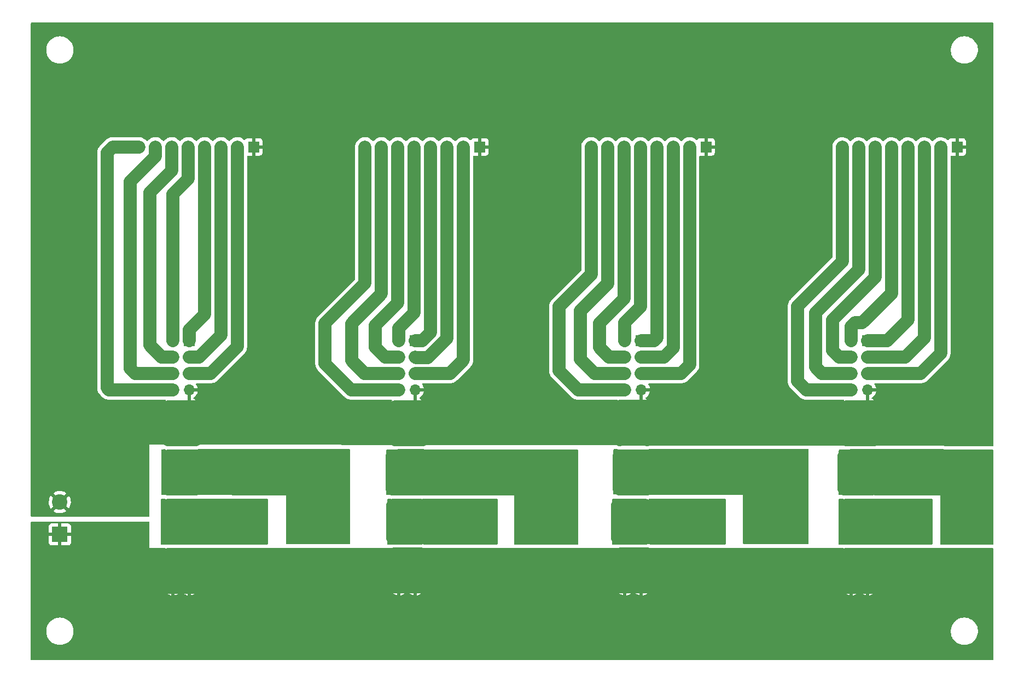
<source format=gbr>
%TF.GenerationSoftware,KiCad,Pcbnew,(6.0.8)*%
%TF.CreationDate,2023-08-18T13:44:12+09:00*%
%TF.ProjectId,rohmMD4,726f686d-4d44-4342-9e6b-696361645f70,rev?*%
%TF.SameCoordinates,PX5f5e100PY8f0d180*%
%TF.FileFunction,Copper,L2,Bot*%
%TF.FilePolarity,Positive*%
%FSLAX46Y46*%
G04 Gerber Fmt 4.6, Leading zero omitted, Abs format (unit mm)*
G04 Created by KiCad (PCBNEW (6.0.8)) date 2023-08-18 13:44:12*
%MOMM*%
%LPD*%
G01*
G04 APERTURE LIST*
%TA.AperFunction,ComponentPad*%
%ADD10R,2.400000X2.400000*%
%TD*%
%TA.AperFunction,ComponentPad*%
%ADD11C,2.400000*%
%TD*%
%TA.AperFunction,ComponentPad*%
%ADD12R,1.700000X1.700000*%
%TD*%
%TA.AperFunction,ComponentPad*%
%ADD13O,1.700000X1.700000*%
%TD*%
%TA.AperFunction,Conductor*%
%ADD14C,2.000000*%
%TD*%
G04 APERTURE END LIST*
D10*
%TO.P,C1,1*%
%TO.N,+24V*%
X5000000Y20000000D03*
D11*
%TO.P,C1,2*%
%TO.N,GND*%
X5000000Y25000000D03*
%TD*%
D12*
%TO.P,J14,1,Pin_1*%
%TO.N,GND*%
X70000000Y80000000D03*
D13*
%TO.P,J14,2,Pin_2*%
%TO.N,2PSB*%
X67460000Y80000000D03*
%TO.P,J14,3,Pin_3*%
%TO.N,2BRK*%
X64920000Y80000000D03*
%TO.P,J14,4,Pin_4*%
%TO.N,2INA*%
X62380000Y80000000D03*
%TO.P,J14,5,Pin_5*%
%TO.N,2FULL*%
X59840000Y80000000D03*
%TO.P,J14,6,Pin_6*%
%TO.N,2INB*%
X57300000Y80000000D03*
%TO.P,J14,7,Pin_7*%
%TO.N,2PWM*%
X54760000Y80000000D03*
%TO.P,J14,8,Pin_8*%
%TO.N,2MOOD*%
X52220000Y80000000D03*
%TD*%
D12*
%TO.P,J15,1,Pin_1*%
%TO.N,GND*%
X105000000Y80000000D03*
D13*
%TO.P,J15,2,Pin_2*%
%TO.N,3PSB*%
X102460000Y80000000D03*
%TO.P,J15,3,Pin_3*%
%TO.N,3BRK*%
X99920000Y80000000D03*
%TO.P,J15,4,Pin_4*%
%TO.N,3INA*%
X97380000Y80000000D03*
%TO.P,J15,5,Pin_5*%
%TO.N,3FULL*%
X94840000Y80000000D03*
%TO.P,J15,6,Pin_6*%
%TO.N,3INB*%
X92300000Y80000000D03*
%TO.P,J15,7,Pin_7*%
%TO.N,3PWM*%
X89760000Y80000000D03*
%TO.P,J15,8,Pin_8*%
%TO.N,3MOOD*%
X87220000Y80000000D03*
%TD*%
D12*
%TO.P,J13,1,Pin_1*%
%TO.N,GND*%
X35000000Y80000000D03*
D13*
%TO.P,J13,2,Pin_2*%
%TO.N,1PSB*%
X32460000Y80000000D03*
%TO.P,J13,3,Pin_3*%
%TO.N,1BRK*%
X29920000Y80000000D03*
%TO.P,J13,4,Pin_4*%
%TO.N,1INA*%
X27380000Y80000000D03*
%TO.P,J13,5,Pin_5*%
%TO.N,1FULL*%
X24840000Y80000000D03*
%TO.P,J13,6,Pin_6*%
%TO.N,1INB*%
X22300000Y80000000D03*
%TO.P,J13,7,Pin_7*%
%TO.N,1PWM*%
X19760000Y80000000D03*
%TO.P,J13,8,Pin_8*%
%TO.N,1MOOD*%
X17220000Y80000000D03*
%TD*%
D12*
%TO.P,J16,1,Pin_1*%
%TO.N,GND*%
X143875000Y79975000D03*
D13*
%TO.P,J16,2,Pin_2*%
%TO.N,4PSB*%
X141335000Y79975000D03*
%TO.P,J16,3,Pin_3*%
%TO.N,4BRK*%
X138795000Y79975000D03*
%TO.P,J16,4,Pin_4*%
%TO.N,4INA*%
X136255000Y79975000D03*
%TO.P,J16,5,Pin_5*%
%TO.N,4FULL*%
X133715000Y79975000D03*
%TO.P,J16,6,Pin_6*%
%TO.N,4INB*%
X131175000Y79975000D03*
%TO.P,J16,7,Pin_7*%
%TO.N,4PWM*%
X128635000Y79975000D03*
%TO.P,J16,8,Pin_8*%
%TO.N,4MOOD*%
X126095000Y79975000D03*
%TD*%
D12*
%TO.P,J7,1,Pin_1*%
%TO.N,3INA*%
X95000000Y50000000D03*
D13*
%TO.P,J7,2,Pin_2*%
%TO.N,3FULL*%
X92460000Y50000000D03*
%TO.P,J7,3,Pin_3*%
%TO.N,3BRK*%
X95000000Y47460000D03*
%TO.P,J7,4,Pin_4*%
%TO.N,3INB*%
X92460000Y47460000D03*
%TO.P,J7,5,Pin_5*%
%TO.N,3PSB*%
X95000000Y44920000D03*
%TO.P,J7,6,Pin_6*%
%TO.N,3PWM*%
X92460000Y44920000D03*
%TO.P,J7,7,Pin_7*%
%TO.N,GND*%
X95000000Y42380000D03*
%TO.P,J7,8,Pin_8*%
%TO.N,3MOOD*%
X92460000Y42380000D03*
%TO.P,J7,9,Pin_9*%
%TO.N,GND*%
X95000000Y39840000D03*
%TO.P,J7,10,Pin_10*%
X92460000Y39840000D03*
%TO.P,J7,11,Pin_11*%
X95000000Y37300000D03*
%TO.P,J7,12,Pin_12*%
X92460000Y37300000D03*
%TO.P,J7,13,Pin_13*%
X95000000Y34760000D03*
%TO.P,J7,14,Pin_14*%
X92460000Y34760000D03*
%TO.P,J7,15,Pin_15*%
%TO.N,3MA*%
X95000000Y32220000D03*
%TO.P,J7,16,Pin_16*%
X92460000Y32220000D03*
%TO.P,J7,17,Pin_17*%
X95000000Y29680000D03*
%TO.P,J7,18,Pin_18*%
X92460000Y29680000D03*
%TO.P,J7,19,Pin_19*%
X95000000Y27140000D03*
%TO.P,J7,20,Pin_20*%
X92460000Y27140000D03*
%TO.P,J7,21,Pin_21*%
%TO.N,3MB*%
X95000000Y24600000D03*
%TO.P,J7,22,Pin_22*%
X92460000Y24600000D03*
%TO.P,J7,23,Pin_23*%
X95000000Y22060000D03*
%TO.P,J7,24,Pin_24*%
X92460000Y22060000D03*
%TO.P,J7,25,Pin_25*%
X95000000Y19520000D03*
%TO.P,J7,26,Pin_26*%
X92460000Y19520000D03*
%TO.P,J7,27,Pin_27*%
%TO.N,+24V*%
X95000000Y16980000D03*
%TO.P,J7,28,Pin_28*%
X92460000Y16980000D03*
%TO.P,J7,29,Pin_29*%
X95000000Y14440000D03*
%TO.P,J7,30,Pin_30*%
X92460000Y14440000D03*
%TO.P,J7,31,Pin_31*%
X95000000Y11900000D03*
%TO.P,J7,32,Pin_32*%
X92460000Y11900000D03*
%TD*%
D12*
%TO.P,J4,1,Pin_1*%
%TO.N,2INA*%
X60000000Y50000000D03*
D13*
%TO.P,J4,2,Pin_2*%
%TO.N,2FULL*%
X57460000Y50000000D03*
%TO.P,J4,3,Pin_3*%
%TO.N,2BRK*%
X60000000Y47460000D03*
%TO.P,J4,4,Pin_4*%
%TO.N,2INB*%
X57460000Y47460000D03*
%TO.P,J4,5,Pin_5*%
%TO.N,2PSB*%
X60000000Y44920000D03*
%TO.P,J4,6,Pin_6*%
%TO.N,2PWM*%
X57460000Y44920000D03*
%TO.P,J4,7,Pin_7*%
%TO.N,GND*%
X60000000Y42380000D03*
%TO.P,J4,8,Pin_8*%
%TO.N,2MOOD*%
X57460000Y42380000D03*
%TO.P,J4,9,Pin_9*%
%TO.N,GND*%
X60000000Y39840000D03*
%TO.P,J4,10,Pin_10*%
X57460000Y39840000D03*
%TO.P,J4,11,Pin_11*%
X60000000Y37300000D03*
%TO.P,J4,12,Pin_12*%
X57460000Y37300000D03*
%TO.P,J4,13,Pin_13*%
X60000000Y34760000D03*
%TO.P,J4,14,Pin_14*%
X57460000Y34760000D03*
%TO.P,J4,15,Pin_15*%
%TO.N,2MA*%
X60000000Y32220000D03*
%TO.P,J4,16,Pin_16*%
X57460000Y32220000D03*
%TO.P,J4,17,Pin_17*%
X60000000Y29680000D03*
%TO.P,J4,18,Pin_18*%
X57460000Y29680000D03*
%TO.P,J4,19,Pin_19*%
X60000000Y27140000D03*
%TO.P,J4,20,Pin_20*%
X57460000Y27140000D03*
%TO.P,J4,21,Pin_21*%
%TO.N,2MB*%
X60000000Y24600000D03*
%TO.P,J4,22,Pin_22*%
X57460000Y24600000D03*
%TO.P,J4,23,Pin_23*%
X60000000Y22060000D03*
%TO.P,J4,24,Pin_24*%
X57460000Y22060000D03*
%TO.P,J4,25,Pin_25*%
X60000000Y19520000D03*
%TO.P,J4,26,Pin_26*%
X57460000Y19520000D03*
%TO.P,J4,27,Pin_27*%
%TO.N,+24V*%
X60000000Y16980000D03*
%TO.P,J4,28,Pin_28*%
X57460000Y16980000D03*
%TO.P,J4,29,Pin_29*%
X60000000Y14440000D03*
%TO.P,J4,30,Pin_30*%
X57460000Y14440000D03*
%TO.P,J4,31,Pin_31*%
X60000000Y11900000D03*
%TO.P,J4,32,Pin_32*%
X57460000Y11900000D03*
%TD*%
D12*
%TO.P,J10,1,Pin_1*%
%TO.N,4INA*%
X130000000Y50000000D03*
D13*
%TO.P,J10,2,Pin_2*%
%TO.N,4FULL*%
X127460000Y50000000D03*
%TO.P,J10,3,Pin_3*%
%TO.N,4BRK*%
X130000000Y47460000D03*
%TO.P,J10,4,Pin_4*%
%TO.N,4INB*%
X127460000Y47460000D03*
%TO.P,J10,5,Pin_5*%
%TO.N,4PSB*%
X130000000Y44920000D03*
%TO.P,J10,6,Pin_6*%
%TO.N,4PWM*%
X127460000Y44920000D03*
%TO.P,J10,7,Pin_7*%
%TO.N,GND*%
X130000000Y42380000D03*
%TO.P,J10,8,Pin_8*%
%TO.N,4MOOD*%
X127460000Y42380000D03*
%TO.P,J10,9,Pin_9*%
%TO.N,GND*%
X130000000Y39840000D03*
%TO.P,J10,10,Pin_10*%
X127460000Y39840000D03*
%TO.P,J10,11,Pin_11*%
X130000000Y37300000D03*
%TO.P,J10,12,Pin_12*%
X127460000Y37300000D03*
%TO.P,J10,13,Pin_13*%
X130000000Y34760000D03*
%TO.P,J10,14,Pin_14*%
X127460000Y34760000D03*
%TO.P,J10,15,Pin_15*%
%TO.N,4MA*%
X130000000Y32220000D03*
%TO.P,J10,16,Pin_16*%
X127460000Y32220000D03*
%TO.P,J10,17,Pin_17*%
X130000000Y29680000D03*
%TO.P,J10,18,Pin_18*%
X127460000Y29680000D03*
%TO.P,J10,19,Pin_19*%
X130000000Y27140000D03*
%TO.P,J10,20,Pin_20*%
X127460000Y27140000D03*
%TO.P,J10,21,Pin_21*%
%TO.N,4MB*%
X130000000Y24600000D03*
%TO.P,J10,22,Pin_22*%
X127460000Y24600000D03*
%TO.P,J10,23,Pin_23*%
X130000000Y22060000D03*
%TO.P,J10,24,Pin_24*%
X127460000Y22060000D03*
%TO.P,J10,25,Pin_25*%
X130000000Y19520000D03*
%TO.P,J10,26,Pin_26*%
X127460000Y19520000D03*
%TO.P,J10,27,Pin_27*%
%TO.N,+24V*%
X130000000Y16980000D03*
%TO.P,J10,28,Pin_28*%
X127460000Y16980000D03*
%TO.P,J10,29,Pin_29*%
X130000000Y14440000D03*
%TO.P,J10,30,Pin_30*%
X127460000Y14440000D03*
%TO.P,J10,31,Pin_31*%
X130000000Y11900000D03*
%TO.P,J10,32,Pin_32*%
X127460000Y11900000D03*
%TD*%
D12*
%TO.P,J1,1,Pin_1*%
%TO.N,1INA*%
X25000000Y50000000D03*
D13*
%TO.P,J1,2,Pin_2*%
%TO.N,1FULL*%
X22460000Y50000000D03*
%TO.P,J1,3,Pin_3*%
%TO.N,1BRK*%
X25000000Y47460000D03*
%TO.P,J1,4,Pin_4*%
%TO.N,1INB*%
X22460000Y47460000D03*
%TO.P,J1,5,Pin_5*%
%TO.N,1PSB*%
X25000000Y44920000D03*
%TO.P,J1,6,Pin_6*%
%TO.N,1PWM*%
X22460000Y44920000D03*
%TO.P,J1,7,Pin_7*%
%TO.N,GND*%
X25000000Y42380000D03*
%TO.P,J1,8,Pin_8*%
%TO.N,1MOOD*%
X22460000Y42380000D03*
%TO.P,J1,9,Pin_9*%
%TO.N,GND*%
X25000000Y39840000D03*
%TO.P,J1,10,Pin_10*%
X22460000Y39840000D03*
%TO.P,J1,11,Pin_11*%
X25000000Y37300000D03*
%TO.P,J1,12,Pin_12*%
X22460000Y37300000D03*
%TO.P,J1,13,Pin_13*%
X25000000Y34760000D03*
%TO.P,J1,14,Pin_14*%
X22460000Y34760000D03*
%TO.P,J1,15,Pin_15*%
%TO.N,1MA*%
X25000000Y32220000D03*
%TO.P,J1,16,Pin_16*%
X22460000Y32220000D03*
%TO.P,J1,17,Pin_17*%
X25000000Y29680000D03*
%TO.P,J1,18,Pin_18*%
X22460000Y29680000D03*
%TO.P,J1,19,Pin_19*%
X25000000Y27140000D03*
%TO.P,J1,20,Pin_20*%
X22460000Y27140000D03*
%TO.P,J1,21,Pin_21*%
%TO.N,1MB*%
X25000000Y24600000D03*
%TO.P,J1,22,Pin_22*%
X22460000Y24600000D03*
%TO.P,J1,23,Pin_23*%
X25000000Y22060000D03*
%TO.P,J1,24,Pin_24*%
X22460000Y22060000D03*
%TO.P,J1,25,Pin_25*%
X25000000Y19520000D03*
%TO.P,J1,26,Pin_26*%
X22460000Y19520000D03*
%TO.P,J1,27,Pin_27*%
%TO.N,+24V*%
X25000000Y16980000D03*
%TO.P,J1,28,Pin_28*%
X22460000Y16980000D03*
%TO.P,J1,29,Pin_29*%
X25000000Y14440000D03*
%TO.P,J1,30,Pin_30*%
X22460000Y14440000D03*
%TO.P,J1,31,Pin_31*%
X25000000Y11900000D03*
%TO.P,J1,32,Pin_32*%
X22460000Y11900000D03*
%TD*%
D14*
%TO.N,+24V*%
X56718000Y12751100D02*
X56718000Y16992900D01*
X56718000Y16980200D02*
X60959800Y16980200D01*
X56705300Y13449600D02*
X60947100Y13449600D01*
X61010600Y11887500D02*
X61010600Y16129300D01*
X61023300Y11900200D02*
X56781500Y11900200D01*
X56705300Y15202200D02*
X60947100Y15202200D01*
X56718000Y11874800D02*
X56718000Y16116600D01*
X60959800Y12751100D02*
X60959800Y16992900D01*
X91770000Y12751100D02*
X91770000Y16992900D01*
X91770000Y16980200D02*
X96011800Y16980200D01*
X91757300Y13449600D02*
X95999100Y13449600D01*
X96062600Y11887500D02*
X96062600Y16129300D01*
X96075300Y11900200D02*
X91833500Y11900200D01*
X91757300Y15202200D02*
X95999100Y15202200D01*
X91770000Y11874800D02*
X91770000Y16116600D01*
X96011800Y12751100D02*
X96011800Y16992900D01*
X126669600Y16904000D02*
X130911400Y16904000D01*
X130962200Y11811300D02*
X130962200Y16053100D01*
X130911400Y12674900D02*
X130911400Y16916700D01*
X130974900Y11824000D02*
X126733100Y11824000D01*
X126669600Y11798600D02*
X126669600Y16040400D01*
X126669600Y12674900D02*
X126669600Y16916700D01*
X126656900Y15126000D02*
X130898700Y15126000D01*
X126656900Y13373400D02*
X130898700Y13373400D01*
%TO.N,4MB*%
X126669600Y24524000D02*
X130911400Y24524000D01*
X130962200Y19431300D02*
X130962200Y23673100D01*
X130911400Y20294900D02*
X130911400Y24536700D01*
X130974900Y19444000D02*
X126733100Y19444000D01*
X126669600Y19418600D02*
X126669600Y23660400D01*
X126669600Y20294900D02*
X126669600Y24536700D01*
X126656900Y22746000D02*
X130898700Y22746000D01*
X126656900Y20993400D02*
X130898700Y20993400D01*
%TO.N,4MA*%
X126415600Y32144000D02*
X130657400Y32144000D01*
X130708200Y27051300D02*
X130708200Y31293100D01*
X130657400Y27914900D02*
X130657400Y32156700D01*
X130720900Y27064000D02*
X126479100Y27064000D01*
X126415600Y27038600D02*
X126415600Y31280400D01*
X126415600Y27914900D02*
X126415600Y32156700D01*
X126402900Y30366000D02*
X130644700Y30366000D01*
X126402900Y28613400D02*
X130644700Y28613400D01*
%TO.N,3MA*%
X91617600Y32144000D02*
X95859400Y32144000D01*
X95910200Y27051300D02*
X95910200Y31293100D01*
X95859400Y27914900D02*
X95859400Y32156700D01*
X95922900Y27064000D02*
X91681100Y27064000D01*
X91617600Y27038600D02*
X91617600Y31280400D01*
X91617600Y27914900D02*
X91617600Y32156700D01*
X91604900Y30366000D02*
X95846700Y30366000D01*
X91604900Y28613400D02*
X95846700Y28613400D01*
%TO.N,3MB*%
X91363600Y24524000D02*
X95605400Y24524000D01*
X95656200Y19431300D02*
X95656200Y23673100D01*
X95605400Y20294900D02*
X95605400Y24536700D01*
X95668900Y19444000D02*
X91427100Y19444000D01*
X91363600Y19418600D02*
X91363600Y23660400D01*
X91363600Y20294900D02*
X91363600Y24536700D01*
X91350900Y22746000D02*
X95592700Y22746000D01*
X91350900Y20993400D02*
X95592700Y20993400D01*
%TO.N,2MB*%
X56565600Y24524000D02*
X60807400Y24524000D01*
X60858200Y19431300D02*
X60858200Y23673100D01*
X60807400Y20294900D02*
X60807400Y24536700D01*
X60870900Y19444000D02*
X56629100Y19444000D01*
X56565600Y19418600D02*
X56565600Y23660400D01*
X56565600Y20294900D02*
X56565600Y24536700D01*
X56552900Y22746000D02*
X60794700Y22746000D01*
X56552900Y20993400D02*
X60794700Y20993400D01*
%TO.N,+24V*%
X21767600Y16904000D02*
X26009400Y16904000D01*
X26060200Y11811300D02*
X26060200Y16053100D01*
X26009400Y12674900D02*
X26009400Y16916700D01*
X26072900Y11824000D02*
X21831100Y11824000D01*
X21767600Y11798600D02*
X21767600Y16040400D01*
X21767600Y12674900D02*
X21767600Y16916700D01*
X21754900Y15126000D02*
X25996700Y15126000D01*
X21754900Y13373400D02*
X25996700Y13373400D01*
%TO.N,1MB*%
X21767600Y24524000D02*
X26009400Y24524000D01*
X26060200Y19431300D02*
X26060200Y23673100D01*
X26009400Y20294900D02*
X26009400Y24536700D01*
X26072900Y19444000D02*
X21831100Y19444000D01*
X21767600Y19418600D02*
X21767600Y23660400D01*
X21767600Y20294900D02*
X21767600Y24536700D01*
X21754900Y22746000D02*
X25996700Y22746000D01*
X21754900Y20993400D02*
X25996700Y20993400D01*
%TO.N,1MA*%
X21767600Y32144000D02*
X26009400Y32144000D01*
X26060200Y27051300D02*
X26060200Y31293100D01*
X26009400Y27914900D02*
X26009400Y32156700D01*
X26072900Y27064000D02*
X21831100Y27064000D01*
X21767600Y27038600D02*
X21767600Y31280400D01*
X21767600Y27914900D02*
X21767600Y32156700D01*
X21754900Y30366000D02*
X25996700Y30366000D01*
X21754900Y28613400D02*
X25996700Y28613400D01*
%TO.N,2MA*%
X57460000Y27140000D02*
X57460000Y32220000D01*
X60000000Y32220000D02*
X60000000Y27140000D01*
X57460000Y29680000D02*
X60000000Y27140000D01*
X57536000Y32144000D02*
X60000000Y29680000D01*
X56464000Y32144000D02*
X57536000Y32144000D01*
X56464000Y27064000D02*
X56464000Y32144000D01*
X61290000Y27064000D02*
X56464000Y27064000D01*
X61544000Y27318000D02*
X61290000Y27064000D01*
X61544000Y31890000D02*
X61544000Y27318000D01*
X61214000Y32220000D02*
X61544000Y31890000D01*
X57460000Y32220000D02*
X61214000Y32220000D01*
%TO.N,GND*%
X26022100Y34658600D02*
X21780300Y34658600D01*
X61137600Y35509500D02*
X61137600Y39751300D01*
X25958600Y35509500D02*
X25958600Y39751300D01*
X56895800Y39738600D02*
X61137600Y39738600D01*
X91643000Y34684000D02*
X91643000Y38925800D01*
X91630300Y36258800D02*
X95872100Y36258800D01*
X126695000Y39764000D02*
X130936800Y39764000D01*
X126695000Y34658600D02*
X126695000Y38900400D01*
X91630300Y38011400D02*
X95872100Y38011400D01*
X95948300Y34709400D02*
X91706500Y34709400D01*
X21716800Y35509500D02*
X21716800Y39751300D01*
X21716800Y34633200D02*
X21716800Y38875000D01*
X21704100Y37960600D02*
X25945900Y37960600D01*
X130936800Y35534900D02*
X130936800Y39776700D01*
X126695000Y35534900D02*
X126695000Y39776700D01*
X126682300Y36233400D02*
X130924100Y36233400D01*
X21716800Y39738600D02*
X25958600Y39738600D01*
X95935600Y34696700D02*
X95935600Y38938500D01*
X126682300Y37986000D02*
X130924100Y37986000D01*
X21704100Y36208000D02*
X25945900Y36208000D01*
X61201100Y34658600D02*
X56959300Y34658600D01*
X56883100Y37960600D02*
X61124900Y37960600D01*
X61188400Y34645900D02*
X61188400Y38887700D01*
X91643000Y39789400D02*
X95884800Y39789400D01*
X131000300Y34684000D02*
X126758500Y34684000D01*
X56883100Y36208000D02*
X61124900Y36208000D01*
X130987600Y34671300D02*
X130987600Y38913100D01*
X56895800Y34633200D02*
X56895800Y38875000D01*
X95884800Y35560300D02*
X95884800Y39802100D01*
X56895800Y35509500D02*
X56895800Y39751300D01*
X26009400Y34645900D02*
X26009400Y38887700D01*
X91643000Y35560300D02*
X91643000Y39802100D01*
%TO.N,4MA*%
X141605000Y32220000D02*
X144005100Y29819900D01*
X127460000Y27140000D02*
X130000000Y29680000D01*
X131165400Y29604000D02*
X131165400Y28305400D01*
X127460000Y32220000D02*
X130076000Y29604000D01*
X130000000Y27140000D02*
X130000000Y32220000D01*
X141325200Y27140000D02*
X127460000Y27140000D01*
X130076000Y29604000D02*
X131165400Y29604000D01*
X144005100Y29819900D02*
X141325200Y27140000D01*
X130000000Y27140000D02*
X130000000Y29680000D01*
X127460000Y29680000D02*
X130000000Y29680000D01*
X127460000Y32220000D02*
X141605000Y32220000D01*
X130000000Y32220000D02*
X127460000Y32220000D01*
X127460000Y27140000D02*
X130000000Y27140000D01*
X131165400Y28305400D02*
X130000000Y27140000D01*
X130000000Y29680000D02*
X127460000Y32220000D01*
%TO.N,1INA*%
X27380000Y80000000D02*
X27380000Y54088600D01*
X25000000Y51708600D02*
X25000000Y50000000D01*
X27380000Y54088600D02*
X25000000Y51708600D01*
%TO.N,1FULL*%
X22460000Y72663600D02*
X24840000Y75043600D01*
X24840000Y75043600D02*
X24840000Y80000000D01*
X22460000Y50000000D02*
X22460000Y72663600D01*
%TO.N,1BRK*%
X25000000Y47460000D02*
X26568000Y47460000D01*
X26568000Y47460000D02*
X29920000Y50812000D01*
X29920000Y50812000D02*
X29920000Y80000000D01*
%TO.N,1INB*%
X22300000Y76313600D02*
X18897400Y72911000D01*
X18897400Y72911000D02*
X18897400Y49289000D01*
X20726400Y47460000D02*
X22460000Y47460000D01*
X18897400Y49289000D02*
X20726400Y47460000D01*
X22300000Y80000000D02*
X22300000Y76313600D01*
%TO.N,1PSB*%
X32460000Y80000000D02*
X32460000Y49034000D01*
X32460000Y49034000D02*
X28346000Y44920000D01*
X28346000Y44920000D02*
X25000000Y44920000D01*
%TO.N,1PWM*%
X22460000Y44920000D02*
X16611600Y44920000D01*
X15874800Y45656800D02*
X15874800Y74663600D01*
X15874800Y74663600D02*
X19760000Y78548800D01*
X16611600Y44920000D02*
X15874800Y45656800D01*
X19760000Y78548800D02*
X19760000Y80000000D01*
%TO.N,1MOOD*%
X12293400Y79108600D02*
X12293400Y42685000D01*
X13184800Y80000000D02*
X12293400Y79108600D01*
X12598400Y42380000D02*
X22460000Y42380000D01*
X12293400Y42685000D02*
X12598400Y42380000D01*
X17220000Y80000000D02*
X13184800Y80000000D01*
%TO.N,2MOOD*%
X52220000Y80000000D02*
X52220000Y58862600D01*
X52220000Y58862600D02*
X46050000Y52692600D01*
X46050000Y52692600D02*
X46050000Y46444200D01*
X50114200Y42380000D02*
X57460000Y42380000D01*
X46050000Y46444200D02*
X50114200Y42380000D01*
%TO.N,2PWM*%
X54760000Y80000000D02*
X54760000Y57237000D01*
X52120800Y44920000D02*
X57460000Y44920000D01*
X50139400Y46901400D02*
X52120800Y44920000D01*
X50139400Y52616400D02*
X50139400Y46901400D01*
X54760000Y57237000D02*
X50139400Y52616400D01*
%TO.N,2PSB*%
X67460000Y80000000D02*
X67460000Y47000800D01*
X67460000Y47000800D02*
X65379200Y44920000D01*
X65379200Y44920000D02*
X60000000Y44920000D01*
%TO.N,2INB*%
X57300000Y80000000D02*
X57300000Y55840000D01*
X55372000Y47460000D02*
X57460000Y47460000D01*
X53847800Y48984200D02*
X55372000Y47460000D01*
X57300000Y55840000D02*
X53847800Y52387800D01*
X53847800Y52387800D02*
X53847800Y48984200D01*
%TO.N,2BRK*%
X60126800Y47333200D02*
X61950400Y47333200D01*
X60000000Y47460000D02*
X60126800Y47333200D01*
X64920000Y50302800D02*
X64920000Y80000000D01*
X61950400Y47333200D02*
X64920000Y50302800D01*
%TO.N,2FULL*%
X59840000Y80000000D02*
X59840000Y54316000D01*
X59840000Y54316000D02*
X57460000Y51936000D01*
X57460000Y51936000D02*
X57460000Y50000000D01*
%TO.N,2INA*%
X60000000Y50000000D02*
X61137400Y50000000D01*
X61137400Y50000000D02*
X62380000Y51242600D01*
X62380000Y51242600D02*
X62380000Y80000000D01*
%TO.N,3INA*%
X96976800Y50000000D02*
X95000000Y50000000D01*
X97380000Y80000000D02*
X97380000Y50403200D01*
X97380000Y50403200D02*
X96976800Y50000000D01*
%TO.N,3FULL*%
X94840000Y55203800D02*
X92460000Y52823800D01*
X92460000Y52823800D02*
X92460000Y50000000D01*
X94840000Y80000000D02*
X94840000Y55203800D01*
%TO.N,3BRK*%
X99920000Y48879200D02*
X98500800Y47460000D01*
X99920000Y80000000D02*
X99920000Y48879200D01*
X98500800Y47460000D02*
X95000000Y47460000D01*
%TO.N,3INB*%
X89992200Y47460000D02*
X92460000Y47460000D01*
X88493400Y52692600D02*
X88493400Y48958800D01*
X92300000Y56499200D02*
X88493400Y52692600D01*
X92300000Y80000000D02*
X92300000Y56499200D01*
X88493400Y48958800D02*
X89992200Y47460000D01*
%TO.N,3PSB*%
X102460000Y46237600D02*
X101142400Y44920000D01*
X102460000Y80000000D02*
X102460000Y46237600D01*
X101142400Y44920000D02*
X95000000Y44920000D01*
%TO.N,3PWM*%
X85597800Y54648400D02*
X85597800Y47104600D01*
X87782400Y44920000D02*
X92460000Y44920000D01*
X89760000Y80000000D02*
X89760000Y58810600D01*
X85597800Y47104600D02*
X87782400Y44920000D01*
X89760000Y58810600D02*
X85597800Y54648400D01*
%TO.N,3MOOD*%
X87220000Y80000000D02*
X87220000Y60258400D01*
X82245000Y45326600D02*
X85191600Y42380000D01*
X82245000Y55283400D02*
X82245000Y45326600D01*
X85191600Y42380000D02*
X92460000Y42380000D01*
X87220000Y60258400D02*
X82245000Y55283400D01*
%TO.N,4INA*%
X136255000Y79975000D02*
X136255000Y53210200D01*
X133044800Y50000000D02*
X130000000Y50000000D01*
X136255000Y53210200D02*
X133044800Y50000000D01*
%TO.N,4FULL*%
X133715000Y57299600D02*
X129209600Y52794200D01*
X128092000Y52794200D02*
X127460000Y52162200D01*
X129209600Y52794200D02*
X128092000Y52794200D01*
X127460000Y52162200D02*
X127460000Y50000000D01*
X133715000Y79975000D02*
X133715000Y57299600D01*
%TO.N,4BRK*%
X135864200Y47460000D02*
X130000000Y47460000D01*
X138795000Y79975000D02*
X138795000Y50390800D01*
X138795000Y50390800D02*
X135864200Y47460000D01*
%TO.N,4INB*%
X125577600Y47460000D02*
X127460000Y47460000D01*
X131175000Y59839600D02*
X124561400Y53226000D01*
X124561400Y53226000D02*
X124561400Y48476200D01*
X131175000Y79975000D02*
X131175000Y59839600D01*
X124561400Y48476200D02*
X125577600Y47460000D01*
%TO.N,4PSB*%
X138226400Y44920000D02*
X130000000Y44920000D01*
X141335000Y79975000D02*
X141335000Y48028600D01*
X141335000Y48028600D02*
X138226400Y44920000D01*
%TO.N,4PWM*%
X121970600Y45885400D02*
X122936000Y44920000D01*
X122936000Y44920000D02*
X127460000Y44920000D01*
X128635000Y79975000D02*
X128635000Y61008000D01*
X121970600Y54343600D02*
X121970600Y45885400D01*
X128635000Y61008000D02*
X121970600Y54343600D01*
%TO.N,4MOOD*%
X120523000Y42380000D02*
X127460000Y42380000D01*
X119176600Y55334200D02*
X119176600Y43726400D01*
X126095000Y79975000D02*
X126095000Y62252600D01*
X119176600Y43726400D02*
X120523000Y42380000D01*
X126095000Y62252600D02*
X119176600Y55334200D01*
%TD*%
%TA.AperFunction,Conductor*%
%TO.N,1MB*%
G36*
X21286911Y25519998D02*
G01*
X21333404Y25466342D01*
X21343508Y25396068D01*
X21322878Y25342996D01*
X21278098Y25277351D01*
X21273000Y25268377D01*
X21183338Y25075217D01*
X21179775Y25065530D01*
X21124389Y24865817D01*
X21125912Y24857393D01*
X21138292Y24854000D01*
X26318344Y24854000D01*
X26331875Y24857973D01*
X26333180Y24867053D01*
X26291214Y25034125D01*
X26287894Y25043876D01*
X26202972Y25239186D01*
X26198105Y25248261D01*
X26135160Y25345560D01*
X26114953Y25413620D01*
X26134749Y25481801D01*
X26188264Y25528455D01*
X26240952Y25540000D01*
X37059400Y25540000D01*
X37127521Y25519998D01*
X37174014Y25466342D01*
X37185400Y25414000D01*
X37185400Y18554000D01*
X37165398Y18485879D01*
X37111742Y18439386D01*
X37059400Y18428000D01*
X26132111Y18428000D01*
X26063990Y18448002D01*
X26017497Y18501658D01*
X26007393Y18571932D01*
X26036156Y18635661D01*
X26040730Y18641036D01*
X26165003Y18813980D01*
X26170313Y18822817D01*
X26264670Y19013733D01*
X26268469Y19023328D01*
X26330377Y19227090D01*
X26332555Y19237163D01*
X26333986Y19248038D01*
X26331775Y19262222D01*
X26318617Y19266000D01*
X21143225Y19266000D01*
X21129694Y19262027D01*
X21128257Y19252034D01*
X21158565Y19117554D01*
X21161645Y19107725D01*
X21241770Y18910397D01*
X21246413Y18901206D01*
X21357694Y18719612D01*
X21363772Y18711308D01*
X21428575Y18636498D01*
X21458058Y18571912D01*
X21447944Y18501640D01*
X21401442Y18447992D01*
X21333338Y18428000D01*
X20776000Y18428000D01*
X20707879Y18448002D01*
X20661386Y18501658D01*
X20650000Y18554000D01*
X20650000Y19785817D01*
X21124389Y19785817D01*
X21125912Y19777393D01*
X21138292Y19774000D01*
X22187885Y19774000D01*
X22203124Y19778475D01*
X22204329Y19779865D01*
X22206000Y19787548D01*
X22206000Y19792115D01*
X22714000Y19792115D01*
X22718475Y19776876D01*
X22719865Y19775671D01*
X22727548Y19774000D01*
X24727885Y19774000D01*
X24743124Y19778475D01*
X24744329Y19779865D01*
X24746000Y19787548D01*
X24746000Y19792115D01*
X25254000Y19792115D01*
X25258475Y19776876D01*
X25259865Y19775671D01*
X25267548Y19774000D01*
X26318344Y19774000D01*
X26331875Y19777973D01*
X26333180Y19787053D01*
X26291214Y19954125D01*
X26287894Y19963876D01*
X26202972Y20159186D01*
X26198105Y20168261D01*
X26082426Y20347074D01*
X26076136Y20355243D01*
X25932806Y20512760D01*
X25925273Y20519785D01*
X25758139Y20651778D01*
X25749552Y20657483D01*
X25712116Y20678149D01*
X25662146Y20728581D01*
X25647374Y20798024D01*
X25672490Y20864429D01*
X25699842Y20891036D01*
X25875327Y21016208D01*
X25883200Y21022861D01*
X26034052Y21173188D01*
X26040730Y21181035D01*
X26165003Y21353980D01*
X26170313Y21362817D01*
X26264670Y21553733D01*
X26268469Y21563328D01*
X26330377Y21767090D01*
X26332555Y21777163D01*
X26333986Y21788038D01*
X26331775Y21802222D01*
X26318617Y21806000D01*
X25272115Y21806000D01*
X25256876Y21801525D01*
X25255671Y21800135D01*
X25254000Y21792452D01*
X25254000Y19792115D01*
X24746000Y19792115D01*
X24746000Y21787885D01*
X24741525Y21803124D01*
X24740135Y21804329D01*
X24732452Y21806000D01*
X22732115Y21806000D01*
X22716876Y21801525D01*
X22715671Y21800135D01*
X22714000Y21792452D01*
X22714000Y19792115D01*
X22206000Y19792115D01*
X22206000Y21787885D01*
X22201525Y21803124D01*
X22200135Y21804329D01*
X22192452Y21806000D01*
X21143225Y21806000D01*
X21129694Y21802027D01*
X21128257Y21792034D01*
X21158565Y21657554D01*
X21161645Y21647725D01*
X21241770Y21450397D01*
X21246413Y21441206D01*
X21357694Y21259612D01*
X21363777Y21251301D01*
X21503213Y21090333D01*
X21510580Y21083117D01*
X21674434Y20947084D01*
X21682881Y20941169D01*
X21752479Y20900499D01*
X21801203Y20848860D01*
X21814274Y20779077D01*
X21787543Y20713306D01*
X21747087Y20679947D01*
X21738462Y20675458D01*
X21729738Y20669964D01*
X21559433Y20542095D01*
X21551726Y20535252D01*
X21404590Y20381283D01*
X21398104Y20373273D01*
X21278098Y20197351D01*
X21273000Y20188377D01*
X21183338Y19995217D01*
X21179775Y19985530D01*
X21124389Y19785817D01*
X20650000Y19785817D01*
X20650000Y22325817D01*
X21124389Y22325817D01*
X21125912Y22317393D01*
X21138292Y22314000D01*
X22187885Y22314000D01*
X22203124Y22318475D01*
X22204329Y22319865D01*
X22206000Y22327548D01*
X22206000Y22332115D01*
X22714000Y22332115D01*
X22718475Y22316876D01*
X22719865Y22315671D01*
X22727548Y22314000D01*
X24727885Y22314000D01*
X24743124Y22318475D01*
X24744329Y22319865D01*
X24746000Y22327548D01*
X24746000Y22332115D01*
X25254000Y22332115D01*
X25258475Y22316876D01*
X25259865Y22315671D01*
X25267548Y22314000D01*
X26318344Y22314000D01*
X26331875Y22317973D01*
X26333180Y22327053D01*
X26291214Y22494125D01*
X26287894Y22503876D01*
X26202972Y22699186D01*
X26198105Y22708261D01*
X26082426Y22887074D01*
X26076136Y22895243D01*
X25932806Y23052760D01*
X25925273Y23059785D01*
X25758139Y23191778D01*
X25749552Y23197483D01*
X25712116Y23218149D01*
X25662146Y23268581D01*
X25647374Y23338024D01*
X25672490Y23404429D01*
X25699842Y23431036D01*
X25875327Y23556208D01*
X25883200Y23562861D01*
X26034052Y23713188D01*
X26040730Y23721035D01*
X26165003Y23893980D01*
X26170313Y23902817D01*
X26264670Y24093733D01*
X26268469Y24103328D01*
X26330377Y24307090D01*
X26332555Y24317163D01*
X26333986Y24328038D01*
X26331775Y24342222D01*
X26318617Y24346000D01*
X25272115Y24346000D01*
X25256876Y24341525D01*
X25255671Y24340135D01*
X25254000Y24332452D01*
X25254000Y22332115D01*
X24746000Y22332115D01*
X24746000Y24327885D01*
X24741525Y24343124D01*
X24740135Y24344329D01*
X24732452Y24346000D01*
X22732115Y24346000D01*
X22716876Y24341525D01*
X22715671Y24340135D01*
X22714000Y24332452D01*
X22714000Y22332115D01*
X22206000Y22332115D01*
X22206000Y24327885D01*
X22201525Y24343124D01*
X22200135Y24344329D01*
X22192452Y24346000D01*
X21143225Y24346000D01*
X21129694Y24342027D01*
X21128257Y24332034D01*
X21158565Y24197554D01*
X21161645Y24187725D01*
X21241770Y23990397D01*
X21246413Y23981206D01*
X21357694Y23799612D01*
X21363777Y23791301D01*
X21503213Y23630333D01*
X21510580Y23623117D01*
X21674434Y23487084D01*
X21682881Y23481169D01*
X21752479Y23440499D01*
X21801203Y23388860D01*
X21814274Y23319077D01*
X21787543Y23253306D01*
X21747087Y23219947D01*
X21738462Y23215458D01*
X21729738Y23209964D01*
X21559433Y23082095D01*
X21551726Y23075252D01*
X21404590Y22921283D01*
X21398104Y22913273D01*
X21278098Y22737351D01*
X21273000Y22728377D01*
X21183338Y22535217D01*
X21179775Y22525530D01*
X21124389Y22325817D01*
X20650000Y22325817D01*
X20650000Y25414000D01*
X20670002Y25482121D01*
X20723658Y25528614D01*
X20776000Y25540000D01*
X21218790Y25540000D01*
X21286911Y25519998D01*
G37*
%TD.AperFunction*%
%TD*%
%TA.AperFunction,Conductor*%
%TO.N,1MA*%
G36*
X49867804Y33165632D02*
G01*
X49914297Y33111976D01*
X49925683Y33059634D01*
X49925683Y18579635D01*
X49905681Y18511514D01*
X49852025Y18465021D01*
X49799683Y18453635D01*
X44972215Y18453684D01*
X40145679Y18453732D01*
X40077558Y18473735D01*
X40031066Y18527391D01*
X40019680Y18579729D01*
X40019474Y26017368D01*
X40019474Y26017370D01*
X40019473Y26035483D01*
X40006052Y26035536D01*
X37285874Y26046267D01*
X26163132Y26090148D01*
X26095092Y26110419D01*
X26048811Y26164257D01*
X26038984Y26234571D01*
X26061308Y26289673D01*
X26165003Y26433980D01*
X26170313Y26442817D01*
X26264670Y26633733D01*
X26268469Y26643328D01*
X26330377Y26847090D01*
X26332555Y26857163D01*
X26333986Y26868038D01*
X26331775Y26882222D01*
X26318617Y26886000D01*
X21143225Y26886000D01*
X21129694Y26882027D01*
X21128257Y26872034D01*
X21158565Y26737554D01*
X21161645Y26727725D01*
X21241770Y26530397D01*
X21246413Y26521206D01*
X21357694Y26339612D01*
X21363772Y26331308D01*
X21375377Y26317911D01*
X21404860Y26253325D01*
X21394746Y26183053D01*
X21348244Y26129405D01*
X21279644Y26109414D01*
X20992779Y26110546D01*
X20840980Y26111145D01*
X20772939Y26131416D01*
X20726658Y26185254D01*
X20715477Y26237148D01*
X20715512Y27405817D01*
X21124389Y27405817D01*
X21125912Y27397393D01*
X21138292Y27394000D01*
X22187885Y27394000D01*
X22203124Y27398475D01*
X22204329Y27399865D01*
X22206000Y27407548D01*
X22206000Y27412115D01*
X22714000Y27412115D01*
X22718475Y27396876D01*
X22719865Y27395671D01*
X22727548Y27394000D01*
X24727885Y27394000D01*
X24743124Y27398475D01*
X24744329Y27399865D01*
X24746000Y27407548D01*
X24746000Y27412115D01*
X25254000Y27412115D01*
X25258475Y27396876D01*
X25259865Y27395671D01*
X25267548Y27394000D01*
X26318344Y27394000D01*
X26331875Y27397973D01*
X26333180Y27407053D01*
X26291214Y27574125D01*
X26287894Y27583876D01*
X26202972Y27779186D01*
X26198105Y27788261D01*
X26082426Y27967074D01*
X26076136Y27975243D01*
X25932806Y28132760D01*
X25925273Y28139785D01*
X25758139Y28271778D01*
X25749552Y28277483D01*
X25712116Y28298149D01*
X25662146Y28348581D01*
X25647374Y28418024D01*
X25672490Y28484429D01*
X25699842Y28511036D01*
X25875327Y28636208D01*
X25883200Y28642861D01*
X26034052Y28793188D01*
X26040730Y28801035D01*
X26165003Y28973980D01*
X26170313Y28982817D01*
X26264670Y29173733D01*
X26268469Y29183328D01*
X26330377Y29387090D01*
X26332555Y29397163D01*
X26333986Y29408038D01*
X26331775Y29422222D01*
X26318617Y29426000D01*
X25272115Y29426000D01*
X25256876Y29421525D01*
X25255671Y29420135D01*
X25254000Y29412452D01*
X25254000Y27412115D01*
X24746000Y27412115D01*
X24746000Y29407885D01*
X24741525Y29423124D01*
X24740135Y29424329D01*
X24732452Y29426000D01*
X22732115Y29426000D01*
X22716876Y29421525D01*
X22715671Y29420135D01*
X22714000Y29412452D01*
X22714000Y27412115D01*
X22206000Y27412115D01*
X22206000Y29407885D01*
X22201525Y29423124D01*
X22200135Y29424329D01*
X22192452Y29426000D01*
X21143225Y29426000D01*
X21129694Y29422027D01*
X21128257Y29412034D01*
X21158565Y29277554D01*
X21161645Y29267725D01*
X21241770Y29070397D01*
X21246413Y29061206D01*
X21357694Y28879612D01*
X21363777Y28871301D01*
X21503213Y28710333D01*
X21510580Y28703117D01*
X21674434Y28567084D01*
X21682881Y28561169D01*
X21752479Y28520499D01*
X21801203Y28468860D01*
X21814274Y28399077D01*
X21787543Y28333306D01*
X21747087Y28299947D01*
X21738462Y28295458D01*
X21729738Y28289964D01*
X21559433Y28162095D01*
X21551726Y28155252D01*
X21404590Y28001283D01*
X21398104Y27993273D01*
X21278098Y27817351D01*
X21273000Y27808377D01*
X21183338Y27615217D01*
X21179775Y27605530D01*
X21124389Y27405817D01*
X20715512Y27405817D01*
X20715564Y29173733D01*
X20715587Y29945817D01*
X21124389Y29945817D01*
X21125912Y29937393D01*
X21138292Y29934000D01*
X22187885Y29934000D01*
X22203124Y29938475D01*
X22204329Y29939865D01*
X22206000Y29947548D01*
X22206000Y29952115D01*
X22714000Y29952115D01*
X22718475Y29936876D01*
X22719865Y29935671D01*
X22727548Y29934000D01*
X24727885Y29934000D01*
X24743124Y29938475D01*
X24744329Y29939865D01*
X24746000Y29947548D01*
X24746000Y29952115D01*
X25254000Y29952115D01*
X25258475Y29936876D01*
X25259865Y29935671D01*
X25267548Y29934000D01*
X26318344Y29934000D01*
X26331875Y29937973D01*
X26333180Y29947053D01*
X26291214Y30114125D01*
X26287894Y30123876D01*
X26202972Y30319186D01*
X26198105Y30328261D01*
X26082426Y30507074D01*
X26076136Y30515243D01*
X25932806Y30672760D01*
X25925273Y30679785D01*
X25758139Y30811778D01*
X25749552Y30817483D01*
X25712116Y30838149D01*
X25662146Y30888581D01*
X25647374Y30958024D01*
X25672490Y31024429D01*
X25699842Y31051036D01*
X25875327Y31176208D01*
X25883200Y31182861D01*
X26034052Y31333188D01*
X26040730Y31341035D01*
X26165003Y31513980D01*
X26170313Y31522817D01*
X26264670Y31713733D01*
X26268469Y31723328D01*
X26330377Y31927090D01*
X26332555Y31937163D01*
X26333986Y31948038D01*
X26331775Y31962222D01*
X26318617Y31966000D01*
X25272115Y31966000D01*
X25256876Y31961525D01*
X25255671Y31960135D01*
X25254000Y31952452D01*
X25254000Y29952115D01*
X24746000Y29952115D01*
X24746000Y31947885D01*
X24741525Y31963124D01*
X24740135Y31964329D01*
X24732452Y31966000D01*
X22732115Y31966000D01*
X22716876Y31961525D01*
X22715671Y31960135D01*
X22714000Y31952452D01*
X22714000Y29952115D01*
X22206000Y29952115D01*
X22206000Y31947885D01*
X22201525Y31963124D01*
X22200135Y31964329D01*
X22192452Y31966000D01*
X21143225Y31966000D01*
X21129694Y31962027D01*
X21128257Y31952034D01*
X21158565Y31817554D01*
X21161645Y31807725D01*
X21241770Y31610397D01*
X21246413Y31601206D01*
X21357694Y31419612D01*
X21363777Y31411301D01*
X21503213Y31250333D01*
X21510580Y31243117D01*
X21674434Y31107084D01*
X21682881Y31101169D01*
X21752479Y31060499D01*
X21801203Y31008860D01*
X21814274Y30939077D01*
X21787543Y30873306D01*
X21747087Y30839947D01*
X21738462Y30835458D01*
X21729738Y30829964D01*
X21559433Y30702095D01*
X21551726Y30695252D01*
X21404590Y30541283D01*
X21398104Y30533273D01*
X21278098Y30357351D01*
X21273000Y30348377D01*
X21183338Y30155217D01*
X21179775Y30145530D01*
X21124389Y29945817D01*
X20715587Y29945817D01*
X20715679Y33040139D01*
X20735683Y33108258D01*
X20789340Y33154749D01*
X20835699Y33165992D01*
X21229767Y33184716D01*
X21298760Y33167970D01*
X21347747Y33116581D01*
X21361175Y33046866D01*
X21339835Y32987854D01*
X21278098Y32897351D01*
X21273000Y32888377D01*
X21183338Y32695217D01*
X21179775Y32685530D01*
X21124389Y32485817D01*
X21125912Y32477393D01*
X21138292Y32474000D01*
X26318344Y32474000D01*
X26331875Y32477973D01*
X26333180Y32487053D01*
X26291214Y32654125D01*
X26287894Y32663876D01*
X26202972Y32859186D01*
X26198107Y32868258D01*
X26139220Y32959285D01*
X26119014Y33027345D01*
X26138811Y33095526D01*
X26192326Y33142180D01*
X26230530Y33152889D01*
X26256684Y33155915D01*
X26298329Y33160733D01*
X26298333Y33160734D01*
X26303356Y33161315D01*
X26308228Y33162694D01*
X26308235Y33162695D01*
X26372476Y33180873D01*
X26406783Y33185634D01*
X49799683Y33185634D01*
X49867804Y33165632D01*
G37*
%TD.AperFunction*%
%TD*%
%TA.AperFunction,Conductor*%
%TO.N,2MB*%
G36*
X56286911Y25519998D02*
G01*
X56333404Y25466342D01*
X56343508Y25396068D01*
X56322878Y25342996D01*
X56278098Y25277351D01*
X56273000Y25268377D01*
X56183338Y25075217D01*
X56179775Y25065530D01*
X56124389Y24865817D01*
X56125912Y24857393D01*
X56138292Y24854000D01*
X61318344Y24854000D01*
X61331875Y24857973D01*
X61333180Y24867053D01*
X61291214Y25034125D01*
X61287894Y25043876D01*
X61202972Y25239186D01*
X61198105Y25248261D01*
X61135160Y25345560D01*
X61114953Y25413620D01*
X61134749Y25481801D01*
X61188264Y25528455D01*
X61240952Y25540000D01*
X72619400Y25540000D01*
X72687521Y25519998D01*
X72734014Y25466342D01*
X72745400Y25414000D01*
X72745400Y18554000D01*
X72725398Y18485879D01*
X72671742Y18439386D01*
X72619400Y18428000D01*
X61454041Y18428000D01*
X61408887Y18436369D01*
X61391822Y18442920D01*
X61391818Y18442921D01*
X61387098Y18444733D01*
X61382148Y18445767D01*
X61382145Y18445768D01*
X61152852Y18493670D01*
X61090261Y18527180D01*
X61055724Y18589209D01*
X61060204Y18660064D01*
X61076297Y18690534D01*
X61165007Y18813987D01*
X61170313Y18822817D01*
X61264670Y19013733D01*
X61268469Y19023328D01*
X61330377Y19227090D01*
X61332555Y19237163D01*
X61333986Y19248038D01*
X61331775Y19262222D01*
X61318617Y19266000D01*
X56143225Y19266000D01*
X56129694Y19262027D01*
X56128257Y19252034D01*
X56158565Y19117554D01*
X56161645Y19107725D01*
X56241770Y18910397D01*
X56246413Y18901206D01*
X56357694Y18719612D01*
X56363771Y18711309D01*
X56408563Y18659600D01*
X56438045Y18595015D01*
X56427930Y18524742D01*
X56381429Y18471094D01*
X56347633Y18455864D01*
X56265990Y18432761D01*
X56231682Y18428000D01*
X55828000Y18428000D01*
X55759879Y18448002D01*
X55713386Y18501658D01*
X55702000Y18554000D01*
X55702000Y19785817D01*
X56124389Y19785817D01*
X56125912Y19777393D01*
X56138292Y19774000D01*
X57187885Y19774000D01*
X57203124Y19778475D01*
X57204329Y19779865D01*
X57206000Y19787548D01*
X57206000Y19792115D01*
X57714000Y19792115D01*
X57718475Y19776876D01*
X57719865Y19775671D01*
X57727548Y19774000D01*
X59727885Y19774000D01*
X59743124Y19778475D01*
X59744329Y19779865D01*
X59746000Y19787548D01*
X59746000Y19792115D01*
X60254000Y19792115D01*
X60258475Y19776876D01*
X60259865Y19775671D01*
X60267548Y19774000D01*
X61318344Y19774000D01*
X61331875Y19777973D01*
X61333180Y19787053D01*
X61291214Y19954125D01*
X61287894Y19963876D01*
X61202972Y20159186D01*
X61198105Y20168261D01*
X61082426Y20347074D01*
X61076136Y20355243D01*
X60932806Y20512760D01*
X60925273Y20519785D01*
X60758139Y20651778D01*
X60749552Y20657483D01*
X60712116Y20678149D01*
X60662146Y20728581D01*
X60647374Y20798024D01*
X60672490Y20864429D01*
X60699842Y20891036D01*
X60875327Y21016208D01*
X60883200Y21022861D01*
X61034052Y21173188D01*
X61040730Y21181035D01*
X61165003Y21353980D01*
X61170313Y21362817D01*
X61264670Y21553733D01*
X61268469Y21563328D01*
X61330377Y21767090D01*
X61332555Y21777163D01*
X61333986Y21788038D01*
X61331775Y21802222D01*
X61318617Y21806000D01*
X60272115Y21806000D01*
X60256876Y21801525D01*
X60255671Y21800135D01*
X60254000Y21792452D01*
X60254000Y19792115D01*
X59746000Y19792115D01*
X59746000Y21787885D01*
X59741525Y21803124D01*
X59740135Y21804329D01*
X59732452Y21806000D01*
X57732115Y21806000D01*
X57716876Y21801525D01*
X57715671Y21800135D01*
X57714000Y21792452D01*
X57714000Y19792115D01*
X57206000Y19792115D01*
X57206000Y21787885D01*
X57201525Y21803124D01*
X57200135Y21804329D01*
X57192452Y21806000D01*
X56143225Y21806000D01*
X56129694Y21802027D01*
X56128257Y21792034D01*
X56158565Y21657554D01*
X56161645Y21647725D01*
X56241770Y21450397D01*
X56246413Y21441206D01*
X56357694Y21259612D01*
X56363777Y21251301D01*
X56503213Y21090333D01*
X56510580Y21083117D01*
X56674434Y20947084D01*
X56682881Y20941169D01*
X56752479Y20900499D01*
X56801203Y20848860D01*
X56814274Y20779077D01*
X56787543Y20713306D01*
X56747087Y20679947D01*
X56738462Y20675458D01*
X56729738Y20669964D01*
X56559433Y20542095D01*
X56551726Y20535252D01*
X56404590Y20381283D01*
X56398104Y20373273D01*
X56278098Y20197351D01*
X56273000Y20188377D01*
X56183338Y19995217D01*
X56179775Y19985530D01*
X56124389Y19785817D01*
X55702000Y19785817D01*
X55702000Y22325817D01*
X56124389Y22325817D01*
X56125912Y22317393D01*
X56138292Y22314000D01*
X57187885Y22314000D01*
X57203124Y22318475D01*
X57204329Y22319865D01*
X57206000Y22327548D01*
X57206000Y22332115D01*
X57714000Y22332115D01*
X57718475Y22316876D01*
X57719865Y22315671D01*
X57727548Y22314000D01*
X59727885Y22314000D01*
X59743124Y22318475D01*
X59744329Y22319865D01*
X59746000Y22327548D01*
X59746000Y22332115D01*
X60254000Y22332115D01*
X60258475Y22316876D01*
X60259865Y22315671D01*
X60267548Y22314000D01*
X61318344Y22314000D01*
X61331875Y22317973D01*
X61333180Y22327053D01*
X61291214Y22494125D01*
X61287894Y22503876D01*
X61202972Y22699186D01*
X61198105Y22708261D01*
X61082426Y22887074D01*
X61076136Y22895243D01*
X60932806Y23052760D01*
X60925273Y23059785D01*
X60758139Y23191778D01*
X60749552Y23197483D01*
X60712116Y23218149D01*
X60662146Y23268581D01*
X60647374Y23338024D01*
X60672490Y23404429D01*
X60699842Y23431036D01*
X60875327Y23556208D01*
X60883200Y23562861D01*
X61034052Y23713188D01*
X61040730Y23721035D01*
X61165003Y23893980D01*
X61170313Y23902817D01*
X61264670Y24093733D01*
X61268469Y24103328D01*
X61330377Y24307090D01*
X61332555Y24317163D01*
X61333986Y24328038D01*
X61331775Y24342222D01*
X61318617Y24346000D01*
X60272115Y24346000D01*
X60256876Y24341525D01*
X60255671Y24340135D01*
X60254000Y24332452D01*
X60254000Y22332115D01*
X59746000Y22332115D01*
X59746000Y24327885D01*
X59741525Y24343124D01*
X59740135Y24344329D01*
X59732452Y24346000D01*
X57732115Y24346000D01*
X57716876Y24341525D01*
X57715671Y24340135D01*
X57714000Y24332452D01*
X57714000Y22332115D01*
X57206000Y22332115D01*
X57206000Y24327885D01*
X57201525Y24343124D01*
X57200135Y24344329D01*
X57192452Y24346000D01*
X56143225Y24346000D01*
X56129694Y24342027D01*
X56128257Y24332034D01*
X56158565Y24197554D01*
X56161645Y24187725D01*
X56241770Y23990397D01*
X56246413Y23981206D01*
X56357694Y23799612D01*
X56363777Y23791301D01*
X56503213Y23630333D01*
X56510580Y23623117D01*
X56674434Y23487084D01*
X56682881Y23481169D01*
X56752479Y23440499D01*
X56801203Y23388860D01*
X56814274Y23319077D01*
X56787543Y23253306D01*
X56747087Y23219947D01*
X56738462Y23215458D01*
X56729738Y23209964D01*
X56559433Y23082095D01*
X56551726Y23075252D01*
X56404590Y22921283D01*
X56398104Y22913273D01*
X56278098Y22737351D01*
X56273000Y22728377D01*
X56183338Y22535217D01*
X56179775Y22525530D01*
X56124389Y22325817D01*
X55702000Y22325817D01*
X55702000Y25414000D01*
X55722002Y25482121D01*
X55775658Y25528614D01*
X55828000Y25540000D01*
X56218790Y25540000D01*
X56286911Y25519998D01*
G37*
%TD.AperFunction*%
%TD*%
%TA.AperFunction,Conductor*%
%TO.N,3MB*%
G36*
X91286911Y25519998D02*
G01*
X91333404Y25466342D01*
X91343508Y25396068D01*
X91322878Y25342996D01*
X91278098Y25277351D01*
X91273000Y25268377D01*
X91183338Y25075217D01*
X91179775Y25065530D01*
X91124389Y24865817D01*
X91125912Y24857393D01*
X91138292Y24854000D01*
X96318344Y24854000D01*
X96331875Y24857973D01*
X96333180Y24867053D01*
X96291214Y25034125D01*
X96287894Y25043876D01*
X96202972Y25239186D01*
X96198105Y25248261D01*
X96135160Y25345560D01*
X96114953Y25413620D01*
X96134749Y25481801D01*
X96188264Y25528455D01*
X96240952Y25540000D01*
X107925400Y25540000D01*
X107993521Y25519998D01*
X108040014Y25466342D01*
X108051400Y25414000D01*
X108051400Y18554000D01*
X108031398Y18485879D01*
X107977742Y18439386D01*
X107925400Y18428000D01*
X96506041Y18428000D01*
X96460887Y18436369D01*
X96443822Y18442920D01*
X96443818Y18442921D01*
X96439098Y18444733D01*
X96434148Y18445767D01*
X96434145Y18445768D01*
X96206431Y18493340D01*
X96206427Y18493340D01*
X96201480Y18494374D01*
X96176060Y18495528D01*
X96108917Y18518598D01*
X96064906Y18574307D01*
X96057999Y18644967D01*
X96079452Y18694924D01*
X96165009Y18813989D01*
X96170313Y18822817D01*
X96264670Y19013733D01*
X96268469Y19023328D01*
X96330377Y19227090D01*
X96332555Y19237163D01*
X96333986Y19248038D01*
X96331775Y19262222D01*
X96318617Y19266000D01*
X91143225Y19266000D01*
X91129694Y19262027D01*
X91128257Y19252034D01*
X91158565Y19117554D01*
X91161645Y19107725D01*
X91241770Y18910397D01*
X91246413Y18901206D01*
X91357694Y18719612D01*
X91363772Y18711309D01*
X91418800Y18647782D01*
X91448282Y18583197D01*
X91438167Y18512924D01*
X91391666Y18459276D01*
X91357870Y18444046D01*
X91317990Y18432761D01*
X91283682Y18428000D01*
X90626000Y18428000D01*
X90557879Y18448002D01*
X90511386Y18501658D01*
X90500000Y18554000D01*
X90500000Y19785817D01*
X91124389Y19785817D01*
X91125912Y19777393D01*
X91138292Y19774000D01*
X92187885Y19774000D01*
X92203124Y19778475D01*
X92204329Y19779865D01*
X92206000Y19787548D01*
X92206000Y19792115D01*
X92714000Y19792115D01*
X92718475Y19776876D01*
X92719865Y19775671D01*
X92727548Y19774000D01*
X94727885Y19774000D01*
X94743124Y19778475D01*
X94744329Y19779865D01*
X94746000Y19787548D01*
X94746000Y19792115D01*
X95254000Y19792115D01*
X95258475Y19776876D01*
X95259865Y19775671D01*
X95267548Y19774000D01*
X96318344Y19774000D01*
X96331875Y19777973D01*
X96333180Y19787053D01*
X96291214Y19954125D01*
X96287894Y19963876D01*
X96202972Y20159186D01*
X96198105Y20168261D01*
X96082426Y20347074D01*
X96076136Y20355243D01*
X95932806Y20512760D01*
X95925273Y20519785D01*
X95758139Y20651778D01*
X95749552Y20657483D01*
X95712116Y20678149D01*
X95662146Y20728581D01*
X95647374Y20798024D01*
X95672490Y20864429D01*
X95699842Y20891036D01*
X95875327Y21016208D01*
X95883200Y21022861D01*
X96034052Y21173188D01*
X96040730Y21181035D01*
X96165003Y21353980D01*
X96170313Y21362817D01*
X96264670Y21553733D01*
X96268469Y21563328D01*
X96330377Y21767090D01*
X96332555Y21777163D01*
X96333986Y21788038D01*
X96331775Y21802222D01*
X96318617Y21806000D01*
X95272115Y21806000D01*
X95256876Y21801525D01*
X95255671Y21800135D01*
X95254000Y21792452D01*
X95254000Y19792115D01*
X94746000Y19792115D01*
X94746000Y21787885D01*
X94741525Y21803124D01*
X94740135Y21804329D01*
X94732452Y21806000D01*
X92732115Y21806000D01*
X92716876Y21801525D01*
X92715671Y21800135D01*
X92714000Y21792452D01*
X92714000Y19792115D01*
X92206000Y19792115D01*
X92206000Y21787885D01*
X92201525Y21803124D01*
X92200135Y21804329D01*
X92192452Y21806000D01*
X91143225Y21806000D01*
X91129694Y21802027D01*
X91128257Y21792034D01*
X91158565Y21657554D01*
X91161645Y21647725D01*
X91241770Y21450397D01*
X91246413Y21441206D01*
X91357694Y21259612D01*
X91363777Y21251301D01*
X91503213Y21090333D01*
X91510580Y21083117D01*
X91674434Y20947084D01*
X91682881Y20941169D01*
X91752479Y20900499D01*
X91801203Y20848860D01*
X91814274Y20779077D01*
X91787543Y20713306D01*
X91747087Y20679947D01*
X91738462Y20675458D01*
X91729738Y20669964D01*
X91559433Y20542095D01*
X91551726Y20535252D01*
X91404590Y20381283D01*
X91398104Y20373273D01*
X91278098Y20197351D01*
X91273000Y20188377D01*
X91183338Y19995217D01*
X91179775Y19985530D01*
X91124389Y19785817D01*
X90500000Y19785817D01*
X90500000Y22325817D01*
X91124389Y22325817D01*
X91125912Y22317393D01*
X91138292Y22314000D01*
X92187885Y22314000D01*
X92203124Y22318475D01*
X92204329Y22319865D01*
X92206000Y22327548D01*
X92206000Y22332115D01*
X92714000Y22332115D01*
X92718475Y22316876D01*
X92719865Y22315671D01*
X92727548Y22314000D01*
X94727885Y22314000D01*
X94743124Y22318475D01*
X94744329Y22319865D01*
X94746000Y22327548D01*
X94746000Y22332115D01*
X95254000Y22332115D01*
X95258475Y22316876D01*
X95259865Y22315671D01*
X95267548Y22314000D01*
X96318344Y22314000D01*
X96331875Y22317973D01*
X96333180Y22327053D01*
X96291214Y22494125D01*
X96287894Y22503876D01*
X96202972Y22699186D01*
X96198105Y22708261D01*
X96082426Y22887074D01*
X96076136Y22895243D01*
X95932806Y23052760D01*
X95925273Y23059785D01*
X95758139Y23191778D01*
X95749552Y23197483D01*
X95712116Y23218149D01*
X95662146Y23268581D01*
X95647374Y23338024D01*
X95672490Y23404429D01*
X95699842Y23431036D01*
X95875327Y23556208D01*
X95883200Y23562861D01*
X96034052Y23713188D01*
X96040730Y23721035D01*
X96165003Y23893980D01*
X96170313Y23902817D01*
X96264670Y24093733D01*
X96268469Y24103328D01*
X96330377Y24307090D01*
X96332555Y24317163D01*
X96333986Y24328038D01*
X96331775Y24342222D01*
X96318617Y24346000D01*
X95272115Y24346000D01*
X95256876Y24341525D01*
X95255671Y24340135D01*
X95254000Y24332452D01*
X95254000Y22332115D01*
X94746000Y22332115D01*
X94746000Y24327885D01*
X94741525Y24343124D01*
X94740135Y24344329D01*
X94732452Y24346000D01*
X92732115Y24346000D01*
X92716876Y24341525D01*
X92715671Y24340135D01*
X92714000Y24332452D01*
X92714000Y22332115D01*
X92206000Y22332115D01*
X92206000Y24327885D01*
X92201525Y24343124D01*
X92200135Y24344329D01*
X92192452Y24346000D01*
X91143225Y24346000D01*
X91129694Y24342027D01*
X91128257Y24332034D01*
X91158565Y24197554D01*
X91161645Y24187725D01*
X91241770Y23990397D01*
X91246413Y23981206D01*
X91357694Y23799612D01*
X91363777Y23791301D01*
X91503213Y23630333D01*
X91510580Y23623117D01*
X91674434Y23487084D01*
X91682881Y23481169D01*
X91752479Y23440499D01*
X91801203Y23388860D01*
X91814274Y23319077D01*
X91787543Y23253306D01*
X91747087Y23219947D01*
X91738462Y23215458D01*
X91729738Y23209964D01*
X91559433Y23082095D01*
X91551726Y23075252D01*
X91404590Y22921283D01*
X91398104Y22913273D01*
X91278098Y22737351D01*
X91273000Y22728377D01*
X91183338Y22535217D01*
X91179775Y22525530D01*
X91124389Y22325817D01*
X90500000Y22325817D01*
X90500000Y25414000D01*
X90520002Y25482121D01*
X90573658Y25528614D01*
X90626000Y25540000D01*
X91218790Y25540000D01*
X91286911Y25519998D01*
G37*
%TD.AperFunction*%
%TD*%
%TA.AperFunction,Conductor*%
%TO.N,3MA*%
G36*
X120845921Y33216198D02*
G01*
X120892414Y33162542D01*
X120903800Y33110200D01*
X120903800Y18630201D01*
X120883798Y18562080D01*
X120830142Y18515587D01*
X120777801Y18504201D01*
X115823454Y18504260D01*
X110869719Y18504318D01*
X110801598Y18524321D01*
X110755106Y18577977D01*
X110743720Y18630315D01*
X110743514Y26067954D01*
X110743514Y26067956D01*
X110743513Y26086069D01*
X110730087Y26086120D01*
X96199874Y26141253D01*
X96131830Y26161513D01*
X96085541Y26215345D01*
X96075703Y26285657D01*
X96098030Y26340779D01*
X96165007Y26433987D01*
X96170313Y26442817D01*
X96264670Y26633733D01*
X96268469Y26643328D01*
X96330377Y26847090D01*
X96332555Y26857163D01*
X96333986Y26868038D01*
X96331775Y26882222D01*
X96318617Y26886000D01*
X91143225Y26886000D01*
X91129694Y26882027D01*
X91128257Y26872034D01*
X91158565Y26737554D01*
X91161645Y26727725D01*
X91241770Y26530397D01*
X91246413Y26521206D01*
X91350165Y26351898D01*
X91368703Y26283364D01*
X91347247Y26215688D01*
X91292608Y26170355D01*
X91242254Y26160064D01*
X90803116Y26161730D01*
X90735072Y26181990D01*
X90688783Y26235822D01*
X90677594Y26287733D01*
X90677627Y27405817D01*
X91124389Y27405817D01*
X91125912Y27397393D01*
X91138292Y27394000D01*
X92187885Y27394000D01*
X92203124Y27398475D01*
X92204329Y27399865D01*
X92206000Y27407548D01*
X92206000Y27412115D01*
X92714000Y27412115D01*
X92718475Y27396876D01*
X92719865Y27395671D01*
X92727548Y27394000D01*
X94727885Y27394000D01*
X94743124Y27398475D01*
X94744329Y27399865D01*
X94746000Y27407548D01*
X94746000Y27412115D01*
X95254000Y27412115D01*
X95258475Y27396876D01*
X95259865Y27395671D01*
X95267548Y27394000D01*
X96318344Y27394000D01*
X96331875Y27397973D01*
X96333180Y27407053D01*
X96291214Y27574125D01*
X96287894Y27583876D01*
X96202972Y27779186D01*
X96198105Y27788261D01*
X96082426Y27967074D01*
X96076136Y27975243D01*
X95932806Y28132760D01*
X95925273Y28139785D01*
X95758139Y28271778D01*
X95749552Y28277483D01*
X95712116Y28298149D01*
X95662146Y28348581D01*
X95647374Y28418024D01*
X95672490Y28484429D01*
X95699842Y28511036D01*
X95875327Y28636208D01*
X95883200Y28642861D01*
X96034052Y28793188D01*
X96040730Y28801035D01*
X96165003Y28973980D01*
X96170313Y28982817D01*
X96264670Y29173733D01*
X96268469Y29183328D01*
X96330377Y29387090D01*
X96332555Y29397163D01*
X96333986Y29408038D01*
X96331775Y29422222D01*
X96318617Y29426000D01*
X95272115Y29426000D01*
X95256876Y29421525D01*
X95255671Y29420135D01*
X95254000Y29412452D01*
X95254000Y27412115D01*
X94746000Y27412115D01*
X94746000Y29407885D01*
X94741525Y29423124D01*
X94740135Y29424329D01*
X94732452Y29426000D01*
X92732115Y29426000D01*
X92716876Y29421525D01*
X92715671Y29420135D01*
X92714000Y29412452D01*
X92714000Y27412115D01*
X92206000Y27412115D01*
X92206000Y29407885D01*
X92201525Y29423124D01*
X92200135Y29424329D01*
X92192452Y29426000D01*
X91143225Y29426000D01*
X91129694Y29422027D01*
X91128257Y29412034D01*
X91158565Y29277554D01*
X91161645Y29267725D01*
X91241770Y29070397D01*
X91246413Y29061206D01*
X91357694Y28879612D01*
X91363777Y28871301D01*
X91503213Y28710333D01*
X91510580Y28703117D01*
X91674434Y28567084D01*
X91682881Y28561169D01*
X91752479Y28520499D01*
X91801203Y28468860D01*
X91814274Y28399077D01*
X91787543Y28333306D01*
X91747087Y28299947D01*
X91738462Y28295458D01*
X91729738Y28289964D01*
X91559433Y28162095D01*
X91551726Y28155252D01*
X91404590Y28001283D01*
X91398104Y27993273D01*
X91278098Y27817351D01*
X91273000Y27808377D01*
X91183338Y27615217D01*
X91179775Y27605530D01*
X91124389Y27405817D01*
X90677627Y27405817D01*
X90677680Y29183328D01*
X90677703Y29945817D01*
X91124389Y29945817D01*
X91125912Y29937393D01*
X91138292Y29934000D01*
X92187885Y29934000D01*
X92203124Y29938475D01*
X92204329Y29939865D01*
X92206000Y29947548D01*
X92206000Y29952115D01*
X92714000Y29952115D01*
X92718475Y29936876D01*
X92719865Y29935671D01*
X92727548Y29934000D01*
X94727885Y29934000D01*
X94743124Y29938475D01*
X94744329Y29939865D01*
X94746000Y29947548D01*
X94746000Y29952115D01*
X95254000Y29952115D01*
X95258475Y29936876D01*
X95259865Y29935671D01*
X95267548Y29934000D01*
X96318344Y29934000D01*
X96331875Y29937973D01*
X96333180Y29947053D01*
X96291214Y30114125D01*
X96287894Y30123876D01*
X96202972Y30319186D01*
X96198105Y30328261D01*
X96082426Y30507074D01*
X96076136Y30515243D01*
X95932806Y30672760D01*
X95925273Y30679785D01*
X95758139Y30811778D01*
X95749552Y30817483D01*
X95712116Y30838149D01*
X95662146Y30888581D01*
X95647374Y30958024D01*
X95672490Y31024429D01*
X95699842Y31051036D01*
X95875327Y31176208D01*
X95883200Y31182861D01*
X96034052Y31333188D01*
X96040730Y31341035D01*
X96165003Y31513980D01*
X96170313Y31522817D01*
X96264670Y31713733D01*
X96268469Y31723328D01*
X96330377Y31927090D01*
X96332555Y31937163D01*
X96333986Y31948038D01*
X96331775Y31962222D01*
X96318617Y31966000D01*
X95272115Y31966000D01*
X95256876Y31961525D01*
X95255671Y31960135D01*
X95254000Y31952452D01*
X95254000Y29952115D01*
X94746000Y29952115D01*
X94746000Y31947885D01*
X94741525Y31963124D01*
X94740135Y31964329D01*
X94732452Y31966000D01*
X92732115Y31966000D01*
X92716876Y31961525D01*
X92715671Y31960135D01*
X92714000Y31952452D01*
X92714000Y29952115D01*
X92206000Y29952115D01*
X92206000Y31947885D01*
X92201525Y31963124D01*
X92200135Y31964329D01*
X92192452Y31966000D01*
X91143225Y31966000D01*
X91129694Y31962027D01*
X91128257Y31952034D01*
X91158565Y31817554D01*
X91161645Y31807725D01*
X91241770Y31610397D01*
X91246413Y31601206D01*
X91357694Y31419612D01*
X91363777Y31411301D01*
X91503213Y31250333D01*
X91510580Y31243117D01*
X91674434Y31107084D01*
X91682881Y31101169D01*
X91752479Y31060499D01*
X91801203Y31008860D01*
X91814274Y30939077D01*
X91787543Y30873306D01*
X91747087Y30839947D01*
X91738462Y30835458D01*
X91729738Y30829964D01*
X91559433Y30702095D01*
X91551726Y30695252D01*
X91404590Y30541283D01*
X91398104Y30533273D01*
X91278098Y30357351D01*
X91273000Y30348377D01*
X91183338Y30155217D01*
X91179775Y30145530D01*
X91124389Y29945817D01*
X90677703Y29945817D01*
X90677796Y33090705D01*
X90697800Y33158824D01*
X90751457Y33205315D01*
X90797816Y33216558D01*
X91183319Y33234875D01*
X91215463Y33231024D01*
X91215702Y33232167D01*
X91285636Y33217557D01*
X91348226Y33184047D01*
X91382764Y33122018D01*
X91378284Y33051163D01*
X91363957Y33023216D01*
X91278098Y32897352D01*
X91273000Y32888377D01*
X91183338Y32695217D01*
X91179775Y32685530D01*
X91124389Y32485817D01*
X91125912Y32477393D01*
X91138292Y32474000D01*
X96318344Y32474000D01*
X96331875Y32477973D01*
X96333180Y32487053D01*
X96291214Y32654125D01*
X96287894Y32663876D01*
X96202972Y32859186D01*
X96198105Y32868261D01*
X96103506Y33014490D01*
X96083299Y33082550D01*
X96103095Y33150731D01*
X96156611Y33197385D01*
X96194814Y33208095D01*
X96203591Y33209111D01*
X96229556Y33212115D01*
X96234428Y33213494D01*
X96234435Y33213495D01*
X96297849Y33231439D01*
X96332156Y33236200D01*
X120777800Y33236200D01*
X120845921Y33216198D01*
G37*
%TD.AperFunction*%
%TD*%
%TA.AperFunction,Conductor*%
%TO.N,2MA*%
G36*
X56286911Y33139998D02*
G01*
X56333404Y33086342D01*
X56343508Y33016068D01*
X56322878Y32962996D01*
X56278098Y32897351D01*
X56273000Y32888377D01*
X56183338Y32695217D01*
X56179775Y32685530D01*
X56124389Y32485817D01*
X56125912Y32477393D01*
X56138292Y32474000D01*
X61318344Y32474000D01*
X61331875Y32477973D01*
X61333180Y32487053D01*
X61291214Y32654125D01*
X61287894Y32663876D01*
X61202972Y32859186D01*
X61198105Y32868261D01*
X61151686Y32940015D01*
X61131479Y33008075D01*
X61151275Y33076256D01*
X61204791Y33122910D01*
X61242995Y33133620D01*
X61463775Y33159165D01*
X61478256Y33160000D01*
X85090800Y33160000D01*
X85158921Y33139998D01*
X85205414Y33086342D01*
X85216800Y33034000D01*
X85216800Y18554001D01*
X85196798Y18485880D01*
X85143142Y18439387D01*
X85090801Y18428001D01*
X80263763Y18428057D01*
X75437356Y18428112D01*
X75369235Y18448115D01*
X75322743Y18501771D01*
X75311357Y18554109D01*
X75311151Y25991748D01*
X75311151Y25991750D01*
X75311150Y26009863D01*
X75297729Y26009915D01*
X75297727Y26009915D01*
X61144578Y26064308D01*
X61076534Y26084572D01*
X61030248Y26138406D01*
X61020414Y26208718D01*
X61042740Y26263833D01*
X61165003Y26433980D01*
X61170313Y26442817D01*
X61264670Y26633733D01*
X61268469Y26643328D01*
X61330377Y26847090D01*
X61332555Y26857163D01*
X61333986Y26868038D01*
X61331775Y26882222D01*
X61318617Y26886000D01*
X56143225Y26886000D01*
X56129694Y26882027D01*
X56128257Y26872034D01*
X56158565Y26737554D01*
X56161645Y26727725D01*
X56241770Y26530397D01*
X56246413Y26521206D01*
X56357694Y26339612D01*
X56363772Y26331309D01*
X56398331Y26291412D01*
X56427813Y26226827D01*
X56417698Y26156554D01*
X56371197Y26102906D01*
X56302609Y26082916D01*
X56270228Y26083040D01*
X55624110Y26085524D01*
X55556066Y26105788D01*
X55509780Y26159622D01*
X55498594Y26211527D01*
X55498629Y27405817D01*
X56124389Y27405817D01*
X56125912Y27397393D01*
X56138292Y27394000D01*
X57187885Y27394000D01*
X57203124Y27398475D01*
X57204329Y27399865D01*
X57206000Y27407548D01*
X57206000Y27412115D01*
X57714000Y27412115D01*
X57718475Y27396876D01*
X57719865Y27395671D01*
X57727548Y27394000D01*
X59727885Y27394000D01*
X59743124Y27398475D01*
X59744329Y27399865D01*
X59746000Y27407548D01*
X59746000Y27412115D01*
X60254000Y27412115D01*
X60258475Y27396876D01*
X60259865Y27395671D01*
X60267548Y27394000D01*
X61318344Y27394000D01*
X61331875Y27397973D01*
X61333180Y27407053D01*
X61291214Y27574125D01*
X61287894Y27583876D01*
X61202972Y27779186D01*
X61198105Y27788261D01*
X61082426Y27967074D01*
X61076136Y27975243D01*
X60932806Y28132760D01*
X60925273Y28139785D01*
X60758139Y28271778D01*
X60749552Y28277483D01*
X60712116Y28298149D01*
X60662146Y28348581D01*
X60647374Y28418024D01*
X60672490Y28484429D01*
X60699842Y28511036D01*
X60875327Y28636208D01*
X60883200Y28642861D01*
X61034052Y28793188D01*
X61040730Y28801035D01*
X61165003Y28973980D01*
X61170313Y28982817D01*
X61264670Y29173733D01*
X61268469Y29183328D01*
X61330377Y29387090D01*
X61332555Y29397163D01*
X61333986Y29408038D01*
X61331775Y29422222D01*
X61318617Y29426000D01*
X60272115Y29426000D01*
X60256876Y29421525D01*
X60255671Y29420135D01*
X60254000Y29412452D01*
X60254000Y27412115D01*
X59746000Y27412115D01*
X59746000Y29407885D01*
X59741525Y29423124D01*
X59740135Y29424329D01*
X59732452Y29426000D01*
X57732115Y29426000D01*
X57716876Y29421525D01*
X57715671Y29420135D01*
X57714000Y29412452D01*
X57714000Y27412115D01*
X57206000Y27412115D01*
X57206000Y29407885D01*
X57201525Y29423124D01*
X57200135Y29424329D01*
X57192452Y29426000D01*
X56143225Y29426000D01*
X56129694Y29422027D01*
X56128257Y29412034D01*
X56158565Y29277554D01*
X56161645Y29267725D01*
X56241770Y29070397D01*
X56246413Y29061206D01*
X56357694Y28879612D01*
X56363777Y28871301D01*
X56503213Y28710333D01*
X56510580Y28703117D01*
X56674434Y28567084D01*
X56682881Y28561169D01*
X56752479Y28520499D01*
X56801203Y28468860D01*
X56814274Y28399077D01*
X56787543Y28333306D01*
X56747087Y28299947D01*
X56738462Y28295458D01*
X56729738Y28289964D01*
X56559433Y28162095D01*
X56551726Y28155252D01*
X56404590Y28001283D01*
X56398104Y27993273D01*
X56278098Y27817351D01*
X56273000Y27808377D01*
X56183338Y27615217D01*
X56179775Y27605530D01*
X56124389Y27405817D01*
X55498629Y27405817D01*
X55498689Y29424329D01*
X55498705Y29945817D01*
X56124389Y29945817D01*
X56125912Y29937393D01*
X56138292Y29934000D01*
X57187885Y29934000D01*
X57203124Y29938475D01*
X57204329Y29939865D01*
X57206000Y29947548D01*
X57206000Y29952115D01*
X57714000Y29952115D01*
X57718475Y29936876D01*
X57719865Y29935671D01*
X57727548Y29934000D01*
X59727885Y29934000D01*
X59743124Y29938475D01*
X59744329Y29939865D01*
X59746000Y29947548D01*
X59746000Y29952115D01*
X60254000Y29952115D01*
X60258475Y29936876D01*
X60259865Y29935671D01*
X60267548Y29934000D01*
X61318344Y29934000D01*
X61331875Y29937973D01*
X61333180Y29947053D01*
X61291214Y30114125D01*
X61287894Y30123876D01*
X61202972Y30319186D01*
X61198105Y30328261D01*
X61082426Y30507074D01*
X61076136Y30515243D01*
X60932806Y30672760D01*
X60925273Y30679785D01*
X60758139Y30811778D01*
X60749552Y30817483D01*
X60712116Y30838149D01*
X60662146Y30888581D01*
X60647374Y30958024D01*
X60672490Y31024429D01*
X60699842Y31051036D01*
X60875327Y31176208D01*
X60883200Y31182861D01*
X61034052Y31333188D01*
X61040730Y31341035D01*
X61165003Y31513980D01*
X61170313Y31522817D01*
X61264670Y31713733D01*
X61268469Y31723328D01*
X61330377Y31927090D01*
X61332555Y31937163D01*
X61333986Y31948038D01*
X61331775Y31962222D01*
X61318617Y31966000D01*
X60272115Y31966000D01*
X60256876Y31961525D01*
X60255671Y31960135D01*
X60254000Y31952452D01*
X60254000Y29952115D01*
X59746000Y29952115D01*
X59746000Y31947885D01*
X59741525Y31963124D01*
X59740135Y31964329D01*
X59732452Y31966000D01*
X57732115Y31966000D01*
X57716876Y31961525D01*
X57715671Y31960135D01*
X57714000Y31952452D01*
X57714000Y29952115D01*
X57206000Y29952115D01*
X57206000Y31947885D01*
X57201525Y31963124D01*
X57200135Y31964329D01*
X57192452Y31966000D01*
X56143225Y31966000D01*
X56129694Y31962027D01*
X56128257Y31952034D01*
X56158565Y31817554D01*
X56161645Y31807725D01*
X56241770Y31610397D01*
X56246413Y31601206D01*
X56357694Y31419612D01*
X56363777Y31411301D01*
X56503213Y31250333D01*
X56510580Y31243117D01*
X56674434Y31107084D01*
X56682881Y31101169D01*
X56752479Y31060499D01*
X56801203Y31008860D01*
X56814274Y30939077D01*
X56787543Y30873306D01*
X56747087Y30839947D01*
X56738462Y30835458D01*
X56729738Y30829964D01*
X56559433Y30702095D01*
X56551726Y30695252D01*
X56404590Y30541283D01*
X56398104Y30533273D01*
X56278098Y30357351D01*
X56273000Y30348377D01*
X56183338Y30155217D01*
X56179775Y30145530D01*
X56124389Y29945817D01*
X55498705Y29945817D01*
X55498796Y33014505D01*
X55518800Y33082624D01*
X55572457Y33129115D01*
X55618816Y33140358D01*
X56029211Y33159858D01*
X56035191Y33160000D01*
X56218790Y33160000D01*
X56286911Y33139998D01*
G37*
%TD.AperFunction*%
%TD*%
%TA.AperFunction,Conductor*%
%TO.N,4MA*%
G36*
X126286911Y33139998D02*
G01*
X126333404Y33086342D01*
X126343508Y33016068D01*
X126322878Y32962996D01*
X126278098Y32897351D01*
X126273000Y32888377D01*
X126183338Y32695217D01*
X126179775Y32685530D01*
X126124389Y32485817D01*
X126125912Y32477393D01*
X126138292Y32474000D01*
X131318344Y32474000D01*
X131331875Y32477973D01*
X131333180Y32487053D01*
X131291214Y32654125D01*
X131287894Y32663876D01*
X131202972Y32859186D01*
X131198105Y32868261D01*
X131135160Y32965560D01*
X131114953Y33033620D01*
X131134749Y33101801D01*
X131188264Y33148455D01*
X131240952Y33160000D01*
X149365500Y33160000D01*
X149433621Y33139998D01*
X149480114Y33086342D01*
X149491500Y33034000D01*
X149491500Y18554000D01*
X149471498Y18485879D01*
X149417842Y18439386D01*
X149365500Y18428000D01*
X141425997Y18428000D01*
X141357876Y18448002D01*
X141311383Y18501658D01*
X141299997Y18553997D01*
X141299791Y25991635D01*
X141299791Y25991637D01*
X141299790Y26009750D01*
X141286403Y26009815D01*
X141286402Y26009815D01*
X131140598Y26058944D01*
X131072575Y26079276D01*
X131026342Y26133156D01*
X131016579Y26203478D01*
X131038885Y26258469D01*
X131165009Y26433989D01*
X131170313Y26442817D01*
X131264670Y26633733D01*
X131268469Y26643328D01*
X131330377Y26847090D01*
X131332555Y26857163D01*
X131333986Y26868038D01*
X131331775Y26882222D01*
X131318617Y26886000D01*
X126143225Y26886000D01*
X126129694Y26882027D01*
X126128257Y26872034D01*
X126158565Y26737554D01*
X126161645Y26727725D01*
X126241770Y26530397D01*
X126246413Y26521206D01*
X126357694Y26339612D01*
X126363771Y26331309D01*
X126398805Y26290865D01*
X126428287Y26226280D01*
X126418172Y26156008D01*
X126371671Y26102359D01*
X126302957Y26082369D01*
X125677184Y26085399D01*
X125609161Y26105731D01*
X125562928Y26159611D01*
X125551794Y26211402D01*
X125551829Y27405817D01*
X126124389Y27405817D01*
X126125912Y27397393D01*
X126138292Y27394000D01*
X127187885Y27394000D01*
X127203124Y27398475D01*
X127204329Y27399865D01*
X127206000Y27407548D01*
X127206000Y27412115D01*
X127714000Y27412115D01*
X127718475Y27396876D01*
X127719865Y27395671D01*
X127727548Y27394000D01*
X129727885Y27394000D01*
X129743124Y27398475D01*
X129744329Y27399865D01*
X129746000Y27407548D01*
X129746000Y27412115D01*
X130254000Y27412115D01*
X130258475Y27396876D01*
X130259865Y27395671D01*
X130267548Y27394000D01*
X131318344Y27394000D01*
X131331875Y27397973D01*
X131333180Y27407053D01*
X131291214Y27574125D01*
X131287894Y27583876D01*
X131202972Y27779186D01*
X131198105Y27788261D01*
X131082426Y27967074D01*
X131076136Y27975243D01*
X130932806Y28132760D01*
X130925273Y28139785D01*
X130758139Y28271778D01*
X130749552Y28277483D01*
X130712116Y28298149D01*
X130662146Y28348581D01*
X130647374Y28418024D01*
X130672490Y28484429D01*
X130699842Y28511036D01*
X130875327Y28636208D01*
X130883200Y28642861D01*
X131034052Y28793188D01*
X131040730Y28801035D01*
X131165003Y28973980D01*
X131170313Y28982817D01*
X131264670Y29173733D01*
X131268469Y29183328D01*
X131330377Y29387090D01*
X131332555Y29397163D01*
X131333986Y29408038D01*
X131331775Y29422222D01*
X131318617Y29426000D01*
X130272115Y29426000D01*
X130256876Y29421525D01*
X130255671Y29420135D01*
X130254000Y29412452D01*
X130254000Y27412115D01*
X129746000Y27412115D01*
X129746000Y29407885D01*
X129741525Y29423124D01*
X129740135Y29424329D01*
X129732452Y29426000D01*
X127732115Y29426000D01*
X127716876Y29421525D01*
X127715671Y29420135D01*
X127714000Y29412452D01*
X127714000Y27412115D01*
X127206000Y27412115D01*
X127206000Y29407885D01*
X127201525Y29423124D01*
X127200135Y29424329D01*
X127192452Y29426000D01*
X126143225Y29426000D01*
X126129694Y29422027D01*
X126128257Y29412034D01*
X126158565Y29277554D01*
X126161645Y29267725D01*
X126241770Y29070397D01*
X126246413Y29061206D01*
X126357694Y28879612D01*
X126363777Y28871301D01*
X126503213Y28710333D01*
X126510580Y28703117D01*
X126674434Y28567084D01*
X126682881Y28561169D01*
X126752479Y28520499D01*
X126801203Y28468860D01*
X126814274Y28399077D01*
X126787543Y28333306D01*
X126747087Y28299947D01*
X126738462Y28295458D01*
X126729738Y28289964D01*
X126559433Y28162095D01*
X126551726Y28155252D01*
X126404590Y28001283D01*
X126398104Y27993273D01*
X126278098Y27817351D01*
X126273000Y27808377D01*
X126183338Y27615217D01*
X126179775Y27605530D01*
X126124389Y27405817D01*
X125551829Y27405817D01*
X125551889Y29424329D01*
X125551905Y29945817D01*
X126124389Y29945817D01*
X126125912Y29937393D01*
X126138292Y29934000D01*
X127187885Y29934000D01*
X127203124Y29938475D01*
X127204329Y29939865D01*
X127206000Y29947548D01*
X127206000Y29952115D01*
X127714000Y29952115D01*
X127718475Y29936876D01*
X127719865Y29935671D01*
X127727548Y29934000D01*
X129727885Y29934000D01*
X129743124Y29938475D01*
X129744329Y29939865D01*
X129746000Y29947548D01*
X129746000Y29952115D01*
X130254000Y29952115D01*
X130258475Y29936876D01*
X130259865Y29935671D01*
X130267548Y29934000D01*
X131318344Y29934000D01*
X131331875Y29937973D01*
X131333180Y29947053D01*
X131291214Y30114125D01*
X131287894Y30123876D01*
X131202972Y30319186D01*
X131198105Y30328261D01*
X131082426Y30507074D01*
X131076136Y30515243D01*
X130932806Y30672760D01*
X130925273Y30679785D01*
X130758139Y30811778D01*
X130749552Y30817483D01*
X130712116Y30838149D01*
X130662146Y30888581D01*
X130647374Y30958024D01*
X130672490Y31024429D01*
X130699842Y31051036D01*
X130875327Y31176208D01*
X130883200Y31182861D01*
X131034052Y31333188D01*
X131040730Y31341035D01*
X131165003Y31513980D01*
X131170313Y31522817D01*
X131264670Y31713733D01*
X131268469Y31723328D01*
X131330377Y31927090D01*
X131332555Y31937163D01*
X131333986Y31948038D01*
X131331775Y31962222D01*
X131318617Y31966000D01*
X130272115Y31966000D01*
X130256876Y31961525D01*
X130255671Y31960135D01*
X130254000Y31952452D01*
X130254000Y29952115D01*
X129746000Y29952115D01*
X129746000Y31947885D01*
X129741525Y31963124D01*
X129740135Y31964329D01*
X129732452Y31966000D01*
X127732115Y31966000D01*
X127716876Y31961525D01*
X127715671Y31960135D01*
X127714000Y31952452D01*
X127714000Y29952115D01*
X127206000Y29952115D01*
X127206000Y31947885D01*
X127201525Y31963124D01*
X127200135Y31964329D01*
X127192452Y31966000D01*
X126143225Y31966000D01*
X126129694Y31962027D01*
X126128257Y31952034D01*
X126158565Y31817554D01*
X126161645Y31807725D01*
X126241770Y31610397D01*
X126246413Y31601206D01*
X126357694Y31419612D01*
X126363777Y31411301D01*
X126503213Y31250333D01*
X126510580Y31243117D01*
X126674434Y31107084D01*
X126682881Y31101169D01*
X126752479Y31060499D01*
X126801203Y31008860D01*
X126814274Y30939077D01*
X126787543Y30873306D01*
X126747087Y30839947D01*
X126738462Y30835458D01*
X126729738Y30829964D01*
X126559433Y30702095D01*
X126551726Y30695252D01*
X126404590Y30541283D01*
X126398104Y30533273D01*
X126278098Y30357351D01*
X126273000Y30348377D01*
X126183338Y30155217D01*
X126179775Y30145530D01*
X126124389Y29945817D01*
X125551905Y29945817D01*
X125551996Y33014505D01*
X125572000Y33082624D01*
X125625657Y33129115D01*
X125672016Y33140358D01*
X126082411Y33159858D01*
X126088391Y33160000D01*
X126218790Y33160000D01*
X126286911Y33139998D01*
G37*
%TD.AperFunction*%
%TD*%
%TA.AperFunction,Conductor*%
%TO.N,4MB*%
G36*
X126215880Y25538270D02*
G01*
X126215946Y25538795D01*
X126220968Y25538161D01*
X126225920Y25537126D01*
X126230973Y25536897D01*
X126232972Y25536644D01*
X126298048Y25508262D01*
X126337449Y25449202D01*
X126338665Y25378216D01*
X126321267Y25340633D01*
X126278095Y25277345D01*
X126273000Y25268377D01*
X126183338Y25075217D01*
X126179775Y25065530D01*
X126124389Y24865817D01*
X126125912Y24857393D01*
X126138292Y24854000D01*
X131318344Y24854000D01*
X131331875Y24857973D01*
X131333180Y24867053D01*
X131291214Y25034125D01*
X131287894Y25043876D01*
X131202972Y25239186D01*
X131198105Y25248261D01*
X131135160Y25345560D01*
X131114953Y25413620D01*
X131134749Y25481801D01*
X131188264Y25528455D01*
X131240952Y25540000D01*
X139929400Y25540000D01*
X139997521Y25519998D01*
X140044014Y25466342D01*
X140055400Y25414000D01*
X140055400Y18554000D01*
X140035398Y18485879D01*
X139981742Y18439386D01*
X139929400Y18428000D01*
X131132111Y18428000D01*
X131063990Y18448002D01*
X131017497Y18501658D01*
X131007393Y18571932D01*
X131036156Y18635661D01*
X131040730Y18641036D01*
X131165003Y18813980D01*
X131170313Y18822817D01*
X131264670Y19013733D01*
X131268469Y19023328D01*
X131330377Y19227090D01*
X131332555Y19237163D01*
X131333986Y19248038D01*
X131331775Y19262222D01*
X131318617Y19266000D01*
X126143225Y19266000D01*
X126129694Y19262027D01*
X126128257Y19252034D01*
X126158565Y19117554D01*
X126161645Y19107725D01*
X126241770Y18910397D01*
X126246413Y18901206D01*
X126357694Y18719612D01*
X126363772Y18711308D01*
X126428575Y18636498D01*
X126458058Y18571912D01*
X126447944Y18501640D01*
X126401442Y18447992D01*
X126333338Y18428000D01*
X125678000Y18428000D01*
X125609879Y18448002D01*
X125563386Y18501658D01*
X125552000Y18554000D01*
X125552000Y19785817D01*
X126124389Y19785817D01*
X126125912Y19777393D01*
X126138292Y19774000D01*
X127187885Y19774000D01*
X127203124Y19778475D01*
X127204329Y19779865D01*
X127206000Y19787548D01*
X127206000Y19792115D01*
X127714000Y19792115D01*
X127718475Y19776876D01*
X127719865Y19775671D01*
X127727548Y19774000D01*
X129727885Y19774000D01*
X129743124Y19778475D01*
X129744329Y19779865D01*
X129746000Y19787548D01*
X129746000Y19792115D01*
X130254000Y19792115D01*
X130258475Y19776876D01*
X130259865Y19775671D01*
X130267548Y19774000D01*
X131318344Y19774000D01*
X131331875Y19777973D01*
X131333180Y19787053D01*
X131291214Y19954125D01*
X131287894Y19963876D01*
X131202972Y20159186D01*
X131198105Y20168261D01*
X131082426Y20347074D01*
X131076136Y20355243D01*
X130932806Y20512760D01*
X130925273Y20519785D01*
X130758139Y20651778D01*
X130749552Y20657483D01*
X130712116Y20678149D01*
X130662146Y20728581D01*
X130647374Y20798024D01*
X130672490Y20864429D01*
X130699842Y20891036D01*
X130875327Y21016208D01*
X130883200Y21022861D01*
X131034052Y21173188D01*
X131040730Y21181035D01*
X131165003Y21353980D01*
X131170313Y21362817D01*
X131264670Y21553733D01*
X131268469Y21563328D01*
X131330377Y21767090D01*
X131332555Y21777163D01*
X131333986Y21788038D01*
X131331775Y21802222D01*
X131318617Y21806000D01*
X130272115Y21806000D01*
X130256876Y21801525D01*
X130255671Y21800135D01*
X130254000Y21792452D01*
X130254000Y19792115D01*
X129746000Y19792115D01*
X129746000Y21787885D01*
X129741525Y21803124D01*
X129740135Y21804329D01*
X129732452Y21806000D01*
X127732115Y21806000D01*
X127716876Y21801525D01*
X127715671Y21800135D01*
X127714000Y21792452D01*
X127714000Y19792115D01*
X127206000Y19792115D01*
X127206000Y21787885D01*
X127201525Y21803124D01*
X127200135Y21804329D01*
X127192452Y21806000D01*
X126143225Y21806000D01*
X126129694Y21802027D01*
X126128257Y21792034D01*
X126158565Y21657554D01*
X126161645Y21647725D01*
X126241770Y21450397D01*
X126246413Y21441206D01*
X126357694Y21259612D01*
X126363777Y21251301D01*
X126503213Y21090333D01*
X126510580Y21083117D01*
X126674434Y20947084D01*
X126682881Y20941169D01*
X126752479Y20900499D01*
X126801203Y20848860D01*
X126814274Y20779077D01*
X126787543Y20713306D01*
X126747087Y20679947D01*
X126738462Y20675458D01*
X126729738Y20669964D01*
X126559433Y20542095D01*
X126551726Y20535252D01*
X126404590Y20381283D01*
X126398104Y20373273D01*
X126278098Y20197351D01*
X126273000Y20188377D01*
X126183338Y19995217D01*
X126179775Y19985530D01*
X126124389Y19785817D01*
X125552000Y19785817D01*
X125552000Y22325817D01*
X126124389Y22325817D01*
X126125912Y22317393D01*
X126138292Y22314000D01*
X127187885Y22314000D01*
X127203124Y22318475D01*
X127204329Y22319865D01*
X127206000Y22327548D01*
X127206000Y22332115D01*
X127714000Y22332115D01*
X127718475Y22316876D01*
X127719865Y22315671D01*
X127727548Y22314000D01*
X129727885Y22314000D01*
X129743124Y22318475D01*
X129744329Y22319865D01*
X129746000Y22327548D01*
X129746000Y22332115D01*
X130254000Y22332115D01*
X130258475Y22316876D01*
X130259865Y22315671D01*
X130267548Y22314000D01*
X131318344Y22314000D01*
X131331875Y22317973D01*
X131333180Y22327053D01*
X131291214Y22494125D01*
X131287894Y22503876D01*
X131202972Y22699186D01*
X131198105Y22708261D01*
X131082426Y22887074D01*
X131076136Y22895243D01*
X130932806Y23052760D01*
X130925273Y23059785D01*
X130758139Y23191778D01*
X130749552Y23197483D01*
X130712116Y23218149D01*
X130662146Y23268581D01*
X130647374Y23338024D01*
X130672490Y23404429D01*
X130699842Y23431036D01*
X130875327Y23556208D01*
X130883200Y23562861D01*
X131034052Y23713188D01*
X131040730Y23721035D01*
X131165003Y23893980D01*
X131170313Y23902817D01*
X131264670Y24093733D01*
X131268469Y24103328D01*
X131330377Y24307090D01*
X131332555Y24317163D01*
X131333986Y24328038D01*
X131331775Y24342222D01*
X131318617Y24346000D01*
X130272115Y24346000D01*
X130256876Y24341525D01*
X130255671Y24340135D01*
X130254000Y24332452D01*
X130254000Y22332115D01*
X129746000Y22332115D01*
X129746000Y24327885D01*
X129741525Y24343124D01*
X129740135Y24344329D01*
X129732452Y24346000D01*
X127732115Y24346000D01*
X127716876Y24341525D01*
X127715671Y24340135D01*
X127714000Y24332452D01*
X127714000Y22332115D01*
X127206000Y22332115D01*
X127206000Y24327885D01*
X127201525Y24343124D01*
X127200135Y24344329D01*
X127192452Y24346000D01*
X126143225Y24346000D01*
X126129694Y24342027D01*
X126128257Y24332034D01*
X126158565Y24197554D01*
X126161645Y24187725D01*
X126241770Y23990397D01*
X126246413Y23981206D01*
X126357694Y23799612D01*
X126363777Y23791301D01*
X126503213Y23630333D01*
X126510580Y23623117D01*
X126674434Y23487084D01*
X126682881Y23481169D01*
X126752479Y23440499D01*
X126801203Y23388860D01*
X126814274Y23319077D01*
X126787543Y23253306D01*
X126747087Y23219947D01*
X126738462Y23215458D01*
X126729738Y23209964D01*
X126559433Y23082095D01*
X126551726Y23075252D01*
X126404590Y22921283D01*
X126398104Y22913273D01*
X126278098Y22737351D01*
X126273000Y22728377D01*
X126183338Y22535217D01*
X126179775Y22525530D01*
X126124389Y22325817D01*
X125552000Y22325817D01*
X125552000Y25414000D01*
X125572002Y25482121D01*
X125625658Y25528614D01*
X125678000Y25540000D01*
X126199143Y25540000D01*
X126215880Y25538270D01*
G37*
%TD.AperFunction*%
%TD*%
%TA.AperFunction,Conductor*%
%TO.N,+24V*%
G36*
X18814121Y21963998D02*
G01*
X18860614Y21910342D01*
X18872000Y21858000D01*
X18872000Y17920000D01*
X21218790Y17920000D01*
X21286911Y17899998D01*
X21333404Y17846342D01*
X21343508Y17776068D01*
X21322878Y17722996D01*
X21278098Y17657351D01*
X21273000Y17648377D01*
X21183338Y17455217D01*
X21179775Y17445530D01*
X21124389Y17245817D01*
X21125912Y17237393D01*
X21138292Y17234000D01*
X26318344Y17234000D01*
X26331875Y17237973D01*
X26333180Y17247053D01*
X26291214Y17414125D01*
X26287894Y17423876D01*
X26202972Y17619186D01*
X26198105Y17628261D01*
X26135160Y17725560D01*
X26114953Y17793620D01*
X26134749Y17861801D01*
X26188264Y17908455D01*
X26240952Y17920000D01*
X56218790Y17920000D01*
X56286911Y17899998D01*
X56333404Y17846342D01*
X56343508Y17776068D01*
X56322878Y17722996D01*
X56278098Y17657351D01*
X56273000Y17648377D01*
X56183338Y17455217D01*
X56179775Y17445530D01*
X56124389Y17245817D01*
X56125912Y17237393D01*
X56138292Y17234000D01*
X61318344Y17234000D01*
X61331875Y17237973D01*
X61333180Y17247053D01*
X61291214Y17414125D01*
X61287894Y17423876D01*
X61202972Y17619186D01*
X61198105Y17628261D01*
X61135160Y17725560D01*
X61114953Y17793620D01*
X61134749Y17861801D01*
X61188264Y17908455D01*
X61240952Y17920000D01*
X91147143Y17920000D01*
X91163879Y17918270D01*
X91163945Y17918795D01*
X91168967Y17918161D01*
X91173920Y17917126D01*
X91206510Y17915646D01*
X91221172Y17914980D01*
X91288315Y17891908D01*
X91332325Y17836198D01*
X91339231Y17765538D01*
X91319543Y17718105D01*
X91278095Y17657345D01*
X91273000Y17648377D01*
X91183338Y17455217D01*
X91179775Y17445530D01*
X91124389Y17245817D01*
X91125912Y17237393D01*
X91138292Y17234000D01*
X96318344Y17234000D01*
X96331875Y17237973D01*
X96333180Y17247053D01*
X96291214Y17414125D01*
X96287894Y17423876D01*
X96202972Y17619186D01*
X96198105Y17628261D01*
X96135160Y17725560D01*
X96114953Y17793620D01*
X96134749Y17861801D01*
X96188264Y17908455D01*
X96240952Y17920000D01*
X126218790Y17920000D01*
X126286911Y17899998D01*
X126333404Y17846342D01*
X126343508Y17776068D01*
X126322878Y17722996D01*
X126278098Y17657351D01*
X126273000Y17648377D01*
X126183338Y17455217D01*
X126179775Y17445530D01*
X126124389Y17245817D01*
X126125912Y17237393D01*
X126138292Y17234000D01*
X131318344Y17234000D01*
X131331875Y17237973D01*
X131333180Y17247053D01*
X131291214Y17414125D01*
X131287894Y17423876D01*
X131202972Y17619186D01*
X131198105Y17628261D01*
X131135160Y17725560D01*
X131114953Y17793620D01*
X131134749Y17861801D01*
X131188264Y17908455D01*
X131240952Y17920000D01*
X149365500Y17920000D01*
X149433621Y17899998D01*
X149480114Y17846342D01*
X149491500Y17794000D01*
X149491500Y634500D01*
X149471498Y566379D01*
X149417842Y519886D01*
X149365500Y508500D01*
X634500Y508500D01*
X566379Y528502D01*
X519886Y582158D01*
X508500Y634500D01*
X508500Y4867297D01*
X2890743Y4867297D01*
X2928268Y4582266D01*
X3004129Y4304964D01*
X3116923Y4040524D01*
X3264561Y3793839D01*
X3444313Y3569472D01*
X3652851Y3371577D01*
X3886317Y3203814D01*
X3890112Y3201805D01*
X3890113Y3201804D01*
X3911869Y3190285D01*
X4140392Y3069288D01*
X4410373Y2970489D01*
X4691264Y2909245D01*
X4719841Y2906996D01*
X4914282Y2891693D01*
X4914291Y2891693D01*
X4916739Y2891500D01*
X5072271Y2891500D01*
X5074407Y2891646D01*
X5074418Y2891646D01*
X5282548Y2905835D01*
X5282554Y2905836D01*
X5286825Y2906127D01*
X5291020Y2906996D01*
X5291022Y2906996D01*
X5427584Y2935277D01*
X5568342Y2964426D01*
X5839343Y3060393D01*
X6094812Y3192250D01*
X6098313Y3194711D01*
X6098317Y3194713D01*
X6212418Y3274905D01*
X6330023Y3357559D01*
X6540622Y3553260D01*
X6722713Y3775732D01*
X6872927Y4020858D01*
X6988483Y4284102D01*
X7067244Y4560594D01*
X7107751Y4845216D01*
X7107845Y4863049D01*
X7107867Y4867297D01*
X142890743Y4867297D01*
X142928268Y4582266D01*
X143004129Y4304964D01*
X143116923Y4040524D01*
X143264561Y3793839D01*
X143444313Y3569472D01*
X143652851Y3371577D01*
X143886317Y3203814D01*
X143890112Y3201805D01*
X143890113Y3201804D01*
X143911869Y3190285D01*
X144140392Y3069288D01*
X144410373Y2970489D01*
X144691264Y2909245D01*
X144719841Y2906996D01*
X144914282Y2891693D01*
X144914291Y2891693D01*
X144916739Y2891500D01*
X145072271Y2891500D01*
X145074407Y2891646D01*
X145074418Y2891646D01*
X145282548Y2905835D01*
X145282554Y2905836D01*
X145286825Y2906127D01*
X145291020Y2906996D01*
X145291022Y2906996D01*
X145427584Y2935277D01*
X145568342Y2964426D01*
X145839343Y3060393D01*
X146094812Y3192250D01*
X146098313Y3194711D01*
X146098317Y3194713D01*
X146212418Y3274905D01*
X146330023Y3357559D01*
X146540622Y3553260D01*
X146722713Y3775732D01*
X146872927Y4020858D01*
X146988483Y4284102D01*
X147067244Y4560594D01*
X147107751Y4845216D01*
X147107845Y4863049D01*
X147109235Y5128417D01*
X147109235Y5128424D01*
X147109257Y5132703D01*
X147071732Y5417734D01*
X146995871Y5695036D01*
X146883077Y5959476D01*
X146735439Y6206161D01*
X146555687Y6430528D01*
X146347149Y6628423D01*
X146113683Y6796186D01*
X146091843Y6807750D01*
X146068654Y6820028D01*
X145859608Y6930712D01*
X145589627Y7029511D01*
X145308736Y7090755D01*
X145277685Y7093199D01*
X145085718Y7108307D01*
X145085709Y7108307D01*
X145083261Y7108500D01*
X144927729Y7108500D01*
X144925593Y7108354D01*
X144925582Y7108354D01*
X144717452Y7094165D01*
X144717446Y7094164D01*
X144713175Y7093873D01*
X144708980Y7093004D01*
X144708978Y7093004D01*
X144572416Y7064723D01*
X144431658Y7035574D01*
X144160657Y6939607D01*
X143905188Y6807750D01*
X143901687Y6805289D01*
X143901683Y6805287D01*
X143891594Y6798196D01*
X143669977Y6642441D01*
X143459378Y6446740D01*
X143277287Y6224268D01*
X143127073Y5979142D01*
X143011517Y5715898D01*
X142932756Y5439406D01*
X142892249Y5154784D01*
X142892227Y5150495D01*
X142892226Y5150488D01*
X142890765Y4871583D01*
X142890743Y4867297D01*
X7107867Y4867297D01*
X7109235Y5128417D01*
X7109235Y5128424D01*
X7109257Y5132703D01*
X7071732Y5417734D01*
X6995871Y5695036D01*
X6883077Y5959476D01*
X6735439Y6206161D01*
X6555687Y6430528D01*
X6347149Y6628423D01*
X6113683Y6796186D01*
X6091843Y6807750D01*
X6068654Y6820028D01*
X5859608Y6930712D01*
X5589627Y7029511D01*
X5308736Y7090755D01*
X5277685Y7093199D01*
X5085718Y7108307D01*
X5085709Y7108307D01*
X5083261Y7108500D01*
X4927729Y7108500D01*
X4925593Y7108354D01*
X4925582Y7108354D01*
X4717452Y7094165D01*
X4717446Y7094164D01*
X4713175Y7093873D01*
X4708980Y7093004D01*
X4708978Y7093004D01*
X4572416Y7064723D01*
X4431658Y7035574D01*
X4160657Y6939607D01*
X3905188Y6807750D01*
X3901687Y6805289D01*
X3901683Y6805287D01*
X3891594Y6798196D01*
X3669977Y6642441D01*
X3459378Y6446740D01*
X3277287Y6224268D01*
X3127073Y5979142D01*
X3011517Y5715898D01*
X2932756Y5439406D01*
X2892249Y5154784D01*
X2892227Y5150495D01*
X2892226Y5150488D01*
X2890765Y4871583D01*
X2890743Y4867297D01*
X508500Y4867297D01*
X508500Y11632034D01*
X21128257Y11632034D01*
X21158565Y11497554D01*
X21161645Y11487725D01*
X21241770Y11290397D01*
X21246413Y11281206D01*
X21357694Y11099612D01*
X21363777Y11091301D01*
X21503213Y10930333D01*
X21510580Y10923117D01*
X21674434Y10787084D01*
X21682881Y10781169D01*
X21866756Y10673721D01*
X21876042Y10669271D01*
X22075001Y10593297D01*
X22084899Y10590421D01*
X22188250Y10569394D01*
X22202299Y10570590D01*
X22206000Y10580935D01*
X22206000Y10581483D01*
X22714000Y10581483D01*
X22718064Y10567641D01*
X22731478Y10565607D01*
X22738184Y10566466D01*
X22748262Y10568608D01*
X22952255Y10629809D01*
X22961842Y10633567D01*
X23153095Y10727261D01*
X23161945Y10732536D01*
X23335328Y10856208D01*
X23343200Y10862861D01*
X23494052Y11013188D01*
X23500730Y11021035D01*
X23628022Y11198181D01*
X23629147Y11197373D01*
X23676669Y11241124D01*
X23746607Y11253339D01*
X23812046Y11225803D01*
X23839870Y11193972D01*
X23897690Y11099617D01*
X23903777Y11091301D01*
X24043213Y10930333D01*
X24050580Y10923117D01*
X24214434Y10787084D01*
X24222881Y10781169D01*
X24406756Y10673721D01*
X24416042Y10669271D01*
X24615001Y10593297D01*
X24624899Y10590421D01*
X24728250Y10569394D01*
X24742299Y10570590D01*
X24746000Y10580935D01*
X24746000Y10581483D01*
X25254000Y10581483D01*
X25258064Y10567641D01*
X25271478Y10565607D01*
X25278184Y10566466D01*
X25288262Y10568608D01*
X25492255Y10629809D01*
X25501842Y10633567D01*
X25693095Y10727261D01*
X25701945Y10732536D01*
X25875328Y10856208D01*
X25883200Y10862861D01*
X26034052Y11013188D01*
X26040730Y11021035D01*
X26165003Y11193980D01*
X26170313Y11202817D01*
X26264670Y11393733D01*
X26268469Y11403328D01*
X26330377Y11607090D01*
X26332555Y11617163D01*
X26333986Y11628038D01*
X26333363Y11632034D01*
X56128257Y11632034D01*
X56158565Y11497554D01*
X56161645Y11487725D01*
X56241770Y11290397D01*
X56246413Y11281206D01*
X56357694Y11099612D01*
X56363777Y11091301D01*
X56503213Y10930333D01*
X56510580Y10923117D01*
X56674434Y10787084D01*
X56682881Y10781169D01*
X56866756Y10673721D01*
X56876042Y10669271D01*
X57075001Y10593297D01*
X57084899Y10590421D01*
X57188250Y10569394D01*
X57202299Y10570590D01*
X57206000Y10580935D01*
X57206000Y10581483D01*
X57714000Y10581483D01*
X57718064Y10567641D01*
X57731478Y10565607D01*
X57738184Y10566466D01*
X57748262Y10568608D01*
X57952255Y10629809D01*
X57961842Y10633567D01*
X58153095Y10727261D01*
X58161945Y10732536D01*
X58335328Y10856208D01*
X58343200Y10862861D01*
X58494052Y11013188D01*
X58500730Y11021035D01*
X58628022Y11198181D01*
X58629147Y11197373D01*
X58676669Y11241124D01*
X58746607Y11253339D01*
X58812046Y11225803D01*
X58839870Y11193972D01*
X58897690Y11099617D01*
X58903777Y11091301D01*
X59043213Y10930333D01*
X59050580Y10923117D01*
X59214434Y10787084D01*
X59222881Y10781169D01*
X59406756Y10673721D01*
X59416042Y10669271D01*
X59615001Y10593297D01*
X59624899Y10590421D01*
X59728250Y10569394D01*
X59742299Y10570590D01*
X59746000Y10580935D01*
X59746000Y10581483D01*
X60254000Y10581483D01*
X60258064Y10567641D01*
X60271478Y10565607D01*
X60278184Y10566466D01*
X60288262Y10568608D01*
X60492255Y10629809D01*
X60501842Y10633567D01*
X60693095Y10727261D01*
X60701945Y10732536D01*
X60875328Y10856208D01*
X60883200Y10862861D01*
X61034052Y11013188D01*
X61040730Y11021035D01*
X61165003Y11193980D01*
X61170313Y11202817D01*
X61264670Y11393733D01*
X61268469Y11403328D01*
X61330377Y11607090D01*
X61332555Y11617163D01*
X61333986Y11628038D01*
X61333363Y11632034D01*
X91128257Y11632034D01*
X91158565Y11497554D01*
X91161645Y11487725D01*
X91241770Y11290397D01*
X91246413Y11281206D01*
X91357694Y11099612D01*
X91363777Y11091301D01*
X91503213Y10930333D01*
X91510580Y10923117D01*
X91674434Y10787084D01*
X91682881Y10781169D01*
X91866756Y10673721D01*
X91876042Y10669271D01*
X92075001Y10593297D01*
X92084899Y10590421D01*
X92188250Y10569394D01*
X92202299Y10570590D01*
X92206000Y10580935D01*
X92206000Y10581483D01*
X92714000Y10581483D01*
X92718064Y10567641D01*
X92731478Y10565607D01*
X92738184Y10566466D01*
X92748262Y10568608D01*
X92952255Y10629809D01*
X92961842Y10633567D01*
X93153095Y10727261D01*
X93161945Y10732536D01*
X93335328Y10856208D01*
X93343200Y10862861D01*
X93494052Y11013188D01*
X93500730Y11021035D01*
X93628022Y11198181D01*
X93629147Y11197373D01*
X93676669Y11241124D01*
X93746607Y11253339D01*
X93812046Y11225803D01*
X93839870Y11193972D01*
X93897690Y11099617D01*
X93903777Y11091301D01*
X94043213Y10930333D01*
X94050580Y10923117D01*
X94214434Y10787084D01*
X94222881Y10781169D01*
X94406756Y10673721D01*
X94416042Y10669271D01*
X94615001Y10593297D01*
X94624899Y10590421D01*
X94728250Y10569394D01*
X94742299Y10570590D01*
X94746000Y10580935D01*
X94746000Y10581483D01*
X95254000Y10581483D01*
X95258064Y10567641D01*
X95271478Y10565607D01*
X95278184Y10566466D01*
X95288262Y10568608D01*
X95492255Y10629809D01*
X95501842Y10633567D01*
X95693095Y10727261D01*
X95701945Y10732536D01*
X95875328Y10856208D01*
X95883200Y10862861D01*
X96034052Y11013188D01*
X96040730Y11021035D01*
X96165003Y11193980D01*
X96170313Y11202817D01*
X96264670Y11393733D01*
X96268469Y11403328D01*
X96330377Y11607090D01*
X96332555Y11617163D01*
X96333986Y11628038D01*
X96333363Y11632034D01*
X126128257Y11632034D01*
X126158565Y11497554D01*
X126161645Y11487725D01*
X126241770Y11290397D01*
X126246413Y11281206D01*
X126357694Y11099612D01*
X126363777Y11091301D01*
X126503213Y10930333D01*
X126510580Y10923117D01*
X126674434Y10787084D01*
X126682881Y10781169D01*
X126866756Y10673721D01*
X126876042Y10669271D01*
X127075001Y10593297D01*
X127084899Y10590421D01*
X127188250Y10569394D01*
X127202299Y10570590D01*
X127206000Y10580935D01*
X127206000Y10581483D01*
X127714000Y10581483D01*
X127718064Y10567641D01*
X127731478Y10565607D01*
X127738184Y10566466D01*
X127748262Y10568608D01*
X127952255Y10629809D01*
X127961842Y10633567D01*
X128153095Y10727261D01*
X128161945Y10732536D01*
X128335328Y10856208D01*
X128343200Y10862861D01*
X128494052Y11013188D01*
X128500730Y11021035D01*
X128628022Y11198181D01*
X128629147Y11197373D01*
X128676669Y11241124D01*
X128746607Y11253339D01*
X128812046Y11225803D01*
X128839870Y11193972D01*
X128897690Y11099617D01*
X128903777Y11091301D01*
X129043213Y10930333D01*
X129050580Y10923117D01*
X129214434Y10787084D01*
X129222881Y10781169D01*
X129406756Y10673721D01*
X129416042Y10669271D01*
X129615001Y10593297D01*
X129624899Y10590421D01*
X129728250Y10569394D01*
X129742299Y10570590D01*
X129746000Y10580935D01*
X129746000Y10581483D01*
X130254000Y10581483D01*
X130258064Y10567641D01*
X130271478Y10565607D01*
X130278184Y10566466D01*
X130288262Y10568608D01*
X130492255Y10629809D01*
X130501842Y10633567D01*
X130693095Y10727261D01*
X130701945Y10732536D01*
X130875328Y10856208D01*
X130883200Y10862861D01*
X131034052Y11013188D01*
X131040730Y11021035D01*
X131165003Y11193980D01*
X131170313Y11202817D01*
X131264670Y11393733D01*
X131268469Y11403328D01*
X131330377Y11607090D01*
X131332555Y11617163D01*
X131333986Y11628038D01*
X131331775Y11642222D01*
X131318617Y11646000D01*
X130272115Y11646000D01*
X130256876Y11641525D01*
X130255671Y11640135D01*
X130254000Y11632452D01*
X130254000Y10581483D01*
X129746000Y10581483D01*
X129746000Y11627885D01*
X129741525Y11643124D01*
X129740135Y11644329D01*
X129732452Y11646000D01*
X127732115Y11646000D01*
X127716876Y11641525D01*
X127715671Y11640135D01*
X127714000Y11632452D01*
X127714000Y10581483D01*
X127206000Y10581483D01*
X127206000Y11627885D01*
X127201525Y11643124D01*
X127200135Y11644329D01*
X127192452Y11646000D01*
X126143225Y11646000D01*
X126129694Y11642027D01*
X126128257Y11632034D01*
X96333363Y11632034D01*
X96331775Y11642222D01*
X96318617Y11646000D01*
X95272115Y11646000D01*
X95256876Y11641525D01*
X95255671Y11640135D01*
X95254000Y11632452D01*
X95254000Y10581483D01*
X94746000Y10581483D01*
X94746000Y11627885D01*
X94741525Y11643124D01*
X94740135Y11644329D01*
X94732452Y11646000D01*
X92732115Y11646000D01*
X92716876Y11641525D01*
X92715671Y11640135D01*
X92714000Y11632452D01*
X92714000Y10581483D01*
X92206000Y10581483D01*
X92206000Y11627885D01*
X92201525Y11643124D01*
X92200135Y11644329D01*
X92192452Y11646000D01*
X91143225Y11646000D01*
X91129694Y11642027D01*
X91128257Y11632034D01*
X61333363Y11632034D01*
X61331775Y11642222D01*
X61318617Y11646000D01*
X60272115Y11646000D01*
X60256876Y11641525D01*
X60255671Y11640135D01*
X60254000Y11632452D01*
X60254000Y10581483D01*
X59746000Y10581483D01*
X59746000Y11627885D01*
X59741525Y11643124D01*
X59740135Y11644329D01*
X59732452Y11646000D01*
X57732115Y11646000D01*
X57716876Y11641525D01*
X57715671Y11640135D01*
X57714000Y11632452D01*
X57714000Y10581483D01*
X57206000Y10581483D01*
X57206000Y11627885D01*
X57201525Y11643124D01*
X57200135Y11644329D01*
X57192452Y11646000D01*
X56143225Y11646000D01*
X56129694Y11642027D01*
X56128257Y11632034D01*
X26333363Y11632034D01*
X26331775Y11642222D01*
X26318617Y11646000D01*
X25272115Y11646000D01*
X25256876Y11641525D01*
X25255671Y11640135D01*
X25254000Y11632452D01*
X25254000Y10581483D01*
X24746000Y10581483D01*
X24746000Y11627885D01*
X24741525Y11643124D01*
X24740135Y11644329D01*
X24732452Y11646000D01*
X22732115Y11646000D01*
X22716876Y11641525D01*
X22715671Y11640135D01*
X22714000Y11632452D01*
X22714000Y10581483D01*
X22206000Y10581483D01*
X22206000Y11627885D01*
X22201525Y11643124D01*
X22200135Y11644329D01*
X22192452Y11646000D01*
X21143225Y11646000D01*
X21129694Y11642027D01*
X21128257Y11632034D01*
X508500Y11632034D01*
X508500Y12165817D01*
X21124389Y12165817D01*
X21125912Y12157393D01*
X21138292Y12154000D01*
X22187885Y12154000D01*
X22203124Y12158475D01*
X22204329Y12159865D01*
X22206000Y12167548D01*
X22206000Y12172115D01*
X22714000Y12172115D01*
X22718475Y12156876D01*
X22719865Y12155671D01*
X22727548Y12154000D01*
X24727885Y12154000D01*
X24743124Y12158475D01*
X24744329Y12159865D01*
X24746000Y12167548D01*
X24746000Y12172115D01*
X25254000Y12172115D01*
X25258475Y12156876D01*
X25259865Y12155671D01*
X25267548Y12154000D01*
X26318344Y12154000D01*
X26331875Y12157973D01*
X26333002Y12165817D01*
X56124389Y12165817D01*
X56125912Y12157393D01*
X56138292Y12154000D01*
X57187885Y12154000D01*
X57203124Y12158475D01*
X57204329Y12159865D01*
X57206000Y12167548D01*
X57206000Y12172115D01*
X57714000Y12172115D01*
X57718475Y12156876D01*
X57719865Y12155671D01*
X57727548Y12154000D01*
X59727885Y12154000D01*
X59743124Y12158475D01*
X59744329Y12159865D01*
X59746000Y12167548D01*
X59746000Y12172115D01*
X60254000Y12172115D01*
X60258475Y12156876D01*
X60259865Y12155671D01*
X60267548Y12154000D01*
X61318344Y12154000D01*
X61331875Y12157973D01*
X61333002Y12165817D01*
X91124389Y12165817D01*
X91125912Y12157393D01*
X91138292Y12154000D01*
X92187885Y12154000D01*
X92203124Y12158475D01*
X92204329Y12159865D01*
X92206000Y12167548D01*
X92206000Y12172115D01*
X92714000Y12172115D01*
X92718475Y12156876D01*
X92719865Y12155671D01*
X92727548Y12154000D01*
X94727885Y12154000D01*
X94743124Y12158475D01*
X94744329Y12159865D01*
X94746000Y12167548D01*
X94746000Y12172115D01*
X95254000Y12172115D01*
X95258475Y12156876D01*
X95259865Y12155671D01*
X95267548Y12154000D01*
X96318344Y12154000D01*
X96331875Y12157973D01*
X96333002Y12165817D01*
X126124389Y12165817D01*
X126125912Y12157393D01*
X126138292Y12154000D01*
X127187885Y12154000D01*
X127203124Y12158475D01*
X127204329Y12159865D01*
X127206000Y12167548D01*
X127206000Y12172115D01*
X127714000Y12172115D01*
X127718475Y12156876D01*
X127719865Y12155671D01*
X127727548Y12154000D01*
X129727885Y12154000D01*
X129743124Y12158475D01*
X129744329Y12159865D01*
X129746000Y12167548D01*
X129746000Y12172115D01*
X130254000Y12172115D01*
X130258475Y12156876D01*
X130259865Y12155671D01*
X130267548Y12154000D01*
X131318344Y12154000D01*
X131331875Y12157973D01*
X131333180Y12167053D01*
X131291214Y12334125D01*
X131287894Y12343876D01*
X131202972Y12539186D01*
X131198105Y12548261D01*
X131082426Y12727074D01*
X131076136Y12735243D01*
X130932806Y12892760D01*
X130925273Y12899785D01*
X130758139Y13031778D01*
X130749552Y13037483D01*
X130712116Y13058149D01*
X130662146Y13108581D01*
X130647374Y13178024D01*
X130672490Y13244429D01*
X130699842Y13271036D01*
X130875327Y13396208D01*
X130883200Y13402861D01*
X131034052Y13553188D01*
X131040730Y13561035D01*
X131165003Y13733980D01*
X131170313Y13742817D01*
X131264670Y13933733D01*
X131268469Y13943328D01*
X131330377Y14147090D01*
X131332555Y14157163D01*
X131333986Y14168038D01*
X131331775Y14182222D01*
X131318617Y14186000D01*
X130272115Y14186000D01*
X130256876Y14181525D01*
X130255671Y14180135D01*
X130254000Y14172452D01*
X130254000Y12172115D01*
X129746000Y12172115D01*
X129746000Y14167885D01*
X129741525Y14183124D01*
X129740135Y14184329D01*
X129732452Y14186000D01*
X127732115Y14186000D01*
X127716876Y14181525D01*
X127715671Y14180135D01*
X127714000Y14172452D01*
X127714000Y12172115D01*
X127206000Y12172115D01*
X127206000Y14167885D01*
X127201525Y14183124D01*
X127200135Y14184329D01*
X127192452Y14186000D01*
X126143225Y14186000D01*
X126129694Y14182027D01*
X126128257Y14172034D01*
X126158565Y14037554D01*
X126161645Y14027725D01*
X126241770Y13830397D01*
X126246413Y13821206D01*
X126357694Y13639612D01*
X126363777Y13631301D01*
X126503213Y13470333D01*
X126510580Y13463117D01*
X126674434Y13327084D01*
X126682881Y13321169D01*
X126752479Y13280499D01*
X126801203Y13228860D01*
X126814274Y13159077D01*
X126787543Y13093306D01*
X126747087Y13059947D01*
X126738462Y13055458D01*
X126729738Y13049964D01*
X126559433Y12922095D01*
X126551726Y12915252D01*
X126404590Y12761283D01*
X126398104Y12753273D01*
X126278098Y12577351D01*
X126273000Y12568377D01*
X126183338Y12375217D01*
X126179775Y12365530D01*
X126124389Y12165817D01*
X96333002Y12165817D01*
X96333180Y12167053D01*
X96291214Y12334125D01*
X96287894Y12343876D01*
X96202972Y12539186D01*
X96198105Y12548261D01*
X96082426Y12727074D01*
X96076136Y12735243D01*
X95932806Y12892760D01*
X95925273Y12899785D01*
X95758139Y13031778D01*
X95749552Y13037483D01*
X95712116Y13058149D01*
X95662146Y13108581D01*
X95647374Y13178024D01*
X95672490Y13244429D01*
X95699842Y13271036D01*
X95875327Y13396208D01*
X95883200Y13402861D01*
X96034052Y13553188D01*
X96040730Y13561035D01*
X96165003Y13733980D01*
X96170313Y13742817D01*
X96264670Y13933733D01*
X96268469Y13943328D01*
X96330377Y14147090D01*
X96332555Y14157163D01*
X96333986Y14168038D01*
X96331775Y14182222D01*
X96318617Y14186000D01*
X95272115Y14186000D01*
X95256876Y14181525D01*
X95255671Y14180135D01*
X95254000Y14172452D01*
X95254000Y12172115D01*
X94746000Y12172115D01*
X94746000Y14167885D01*
X94741525Y14183124D01*
X94740135Y14184329D01*
X94732452Y14186000D01*
X92732115Y14186000D01*
X92716876Y14181525D01*
X92715671Y14180135D01*
X92714000Y14172452D01*
X92714000Y12172115D01*
X92206000Y12172115D01*
X92206000Y14167885D01*
X92201525Y14183124D01*
X92200135Y14184329D01*
X92192452Y14186000D01*
X91143225Y14186000D01*
X91129694Y14182027D01*
X91128257Y14172034D01*
X91158565Y14037554D01*
X91161645Y14027725D01*
X91241770Y13830397D01*
X91246413Y13821206D01*
X91357694Y13639612D01*
X91363777Y13631301D01*
X91503213Y13470333D01*
X91510580Y13463117D01*
X91674434Y13327084D01*
X91682881Y13321169D01*
X91752479Y13280499D01*
X91801203Y13228860D01*
X91814274Y13159077D01*
X91787543Y13093306D01*
X91747087Y13059947D01*
X91738462Y13055458D01*
X91729738Y13049964D01*
X91559433Y12922095D01*
X91551726Y12915252D01*
X91404590Y12761283D01*
X91398104Y12753273D01*
X91278098Y12577351D01*
X91273000Y12568377D01*
X91183338Y12375217D01*
X91179775Y12365530D01*
X91124389Y12165817D01*
X61333002Y12165817D01*
X61333180Y12167053D01*
X61291214Y12334125D01*
X61287894Y12343876D01*
X61202972Y12539186D01*
X61198105Y12548261D01*
X61082426Y12727074D01*
X61076136Y12735243D01*
X60932806Y12892760D01*
X60925273Y12899785D01*
X60758139Y13031778D01*
X60749552Y13037483D01*
X60712116Y13058149D01*
X60662146Y13108581D01*
X60647374Y13178024D01*
X60672490Y13244429D01*
X60699842Y13271036D01*
X60875327Y13396208D01*
X60883200Y13402861D01*
X61034052Y13553188D01*
X61040730Y13561035D01*
X61165003Y13733980D01*
X61170313Y13742817D01*
X61264670Y13933733D01*
X61268469Y13943328D01*
X61330377Y14147090D01*
X61332555Y14157163D01*
X61333986Y14168038D01*
X61331775Y14182222D01*
X61318617Y14186000D01*
X60272115Y14186000D01*
X60256876Y14181525D01*
X60255671Y14180135D01*
X60254000Y14172452D01*
X60254000Y12172115D01*
X59746000Y12172115D01*
X59746000Y14167885D01*
X59741525Y14183124D01*
X59740135Y14184329D01*
X59732452Y14186000D01*
X57732115Y14186000D01*
X57716876Y14181525D01*
X57715671Y14180135D01*
X57714000Y14172452D01*
X57714000Y12172115D01*
X57206000Y12172115D01*
X57206000Y14167885D01*
X57201525Y14183124D01*
X57200135Y14184329D01*
X57192452Y14186000D01*
X56143225Y14186000D01*
X56129694Y14182027D01*
X56128257Y14172034D01*
X56158565Y14037554D01*
X56161645Y14027725D01*
X56241770Y13830397D01*
X56246413Y13821206D01*
X56357694Y13639612D01*
X56363777Y13631301D01*
X56503213Y13470333D01*
X56510580Y13463117D01*
X56674434Y13327084D01*
X56682881Y13321169D01*
X56752479Y13280499D01*
X56801203Y13228860D01*
X56814274Y13159077D01*
X56787543Y13093306D01*
X56747087Y13059947D01*
X56738462Y13055458D01*
X56729738Y13049964D01*
X56559433Y12922095D01*
X56551726Y12915252D01*
X56404590Y12761283D01*
X56398104Y12753273D01*
X56278098Y12577351D01*
X56273000Y12568377D01*
X56183338Y12375217D01*
X56179775Y12365530D01*
X56124389Y12165817D01*
X26333002Y12165817D01*
X26333180Y12167053D01*
X26291214Y12334125D01*
X26287894Y12343876D01*
X26202972Y12539186D01*
X26198105Y12548261D01*
X26082426Y12727074D01*
X26076136Y12735243D01*
X25932806Y12892760D01*
X25925273Y12899785D01*
X25758139Y13031778D01*
X25749552Y13037483D01*
X25712116Y13058149D01*
X25662146Y13108581D01*
X25647374Y13178024D01*
X25672490Y13244429D01*
X25699842Y13271036D01*
X25875327Y13396208D01*
X25883200Y13402861D01*
X26034052Y13553188D01*
X26040730Y13561035D01*
X26165003Y13733980D01*
X26170313Y13742817D01*
X26264670Y13933733D01*
X26268469Y13943328D01*
X26330377Y14147090D01*
X26332555Y14157163D01*
X26333986Y14168038D01*
X26331775Y14182222D01*
X26318617Y14186000D01*
X25272115Y14186000D01*
X25256876Y14181525D01*
X25255671Y14180135D01*
X25254000Y14172452D01*
X25254000Y12172115D01*
X24746000Y12172115D01*
X24746000Y14167885D01*
X24741525Y14183124D01*
X24740135Y14184329D01*
X24732452Y14186000D01*
X22732115Y14186000D01*
X22716876Y14181525D01*
X22715671Y14180135D01*
X22714000Y14172452D01*
X22714000Y12172115D01*
X22206000Y12172115D01*
X22206000Y14167885D01*
X22201525Y14183124D01*
X22200135Y14184329D01*
X22192452Y14186000D01*
X21143225Y14186000D01*
X21129694Y14182027D01*
X21128257Y14172034D01*
X21158565Y14037554D01*
X21161645Y14027725D01*
X21241770Y13830397D01*
X21246413Y13821206D01*
X21357694Y13639612D01*
X21363777Y13631301D01*
X21503213Y13470333D01*
X21510580Y13463117D01*
X21674434Y13327084D01*
X21682881Y13321169D01*
X21752479Y13280499D01*
X21801203Y13228860D01*
X21814274Y13159077D01*
X21787543Y13093306D01*
X21747087Y13059947D01*
X21738462Y13055458D01*
X21729738Y13049964D01*
X21559433Y12922095D01*
X21551726Y12915252D01*
X21404590Y12761283D01*
X21398104Y12753273D01*
X21278098Y12577351D01*
X21273000Y12568377D01*
X21183338Y12375217D01*
X21179775Y12365530D01*
X21124389Y12165817D01*
X508500Y12165817D01*
X508500Y14705817D01*
X21124389Y14705817D01*
X21125912Y14697393D01*
X21138292Y14694000D01*
X22187885Y14694000D01*
X22203124Y14698475D01*
X22204329Y14699865D01*
X22206000Y14707548D01*
X22206000Y14712115D01*
X22714000Y14712115D01*
X22718475Y14696876D01*
X22719865Y14695671D01*
X22727548Y14694000D01*
X24727885Y14694000D01*
X24743124Y14698475D01*
X24744329Y14699865D01*
X24746000Y14707548D01*
X24746000Y14712115D01*
X25254000Y14712115D01*
X25258475Y14696876D01*
X25259865Y14695671D01*
X25267548Y14694000D01*
X26318344Y14694000D01*
X26331875Y14697973D01*
X26333002Y14705817D01*
X56124389Y14705817D01*
X56125912Y14697393D01*
X56138292Y14694000D01*
X57187885Y14694000D01*
X57203124Y14698475D01*
X57204329Y14699865D01*
X57206000Y14707548D01*
X57206000Y14712115D01*
X57714000Y14712115D01*
X57718475Y14696876D01*
X57719865Y14695671D01*
X57727548Y14694000D01*
X59727885Y14694000D01*
X59743124Y14698475D01*
X59744329Y14699865D01*
X59746000Y14707548D01*
X59746000Y14712115D01*
X60254000Y14712115D01*
X60258475Y14696876D01*
X60259865Y14695671D01*
X60267548Y14694000D01*
X61318344Y14694000D01*
X61331875Y14697973D01*
X61333002Y14705817D01*
X91124389Y14705817D01*
X91125912Y14697393D01*
X91138292Y14694000D01*
X92187885Y14694000D01*
X92203124Y14698475D01*
X92204329Y14699865D01*
X92206000Y14707548D01*
X92206000Y14712115D01*
X92714000Y14712115D01*
X92718475Y14696876D01*
X92719865Y14695671D01*
X92727548Y14694000D01*
X94727885Y14694000D01*
X94743124Y14698475D01*
X94744329Y14699865D01*
X94746000Y14707548D01*
X94746000Y14712115D01*
X95254000Y14712115D01*
X95258475Y14696876D01*
X95259865Y14695671D01*
X95267548Y14694000D01*
X96318344Y14694000D01*
X96331875Y14697973D01*
X96333002Y14705817D01*
X126124389Y14705817D01*
X126125912Y14697393D01*
X126138292Y14694000D01*
X127187885Y14694000D01*
X127203124Y14698475D01*
X127204329Y14699865D01*
X127206000Y14707548D01*
X127206000Y14712115D01*
X127714000Y14712115D01*
X127718475Y14696876D01*
X127719865Y14695671D01*
X127727548Y14694000D01*
X129727885Y14694000D01*
X129743124Y14698475D01*
X129744329Y14699865D01*
X129746000Y14707548D01*
X129746000Y14712115D01*
X130254000Y14712115D01*
X130258475Y14696876D01*
X130259865Y14695671D01*
X130267548Y14694000D01*
X131318344Y14694000D01*
X131331875Y14697973D01*
X131333180Y14707053D01*
X131291214Y14874125D01*
X131287894Y14883876D01*
X131202972Y15079186D01*
X131198105Y15088261D01*
X131082426Y15267074D01*
X131076136Y15275243D01*
X130932806Y15432760D01*
X130925273Y15439785D01*
X130758139Y15571778D01*
X130749552Y15577483D01*
X130712116Y15598149D01*
X130662146Y15648581D01*
X130647374Y15718024D01*
X130672490Y15784429D01*
X130699842Y15811036D01*
X130875327Y15936208D01*
X130883200Y15942861D01*
X131034052Y16093188D01*
X131040730Y16101035D01*
X131165003Y16273980D01*
X131170313Y16282817D01*
X131264670Y16473733D01*
X131268469Y16483328D01*
X131330377Y16687090D01*
X131332555Y16697163D01*
X131333986Y16708038D01*
X131331775Y16722222D01*
X131318617Y16726000D01*
X130272115Y16726000D01*
X130256876Y16721525D01*
X130255671Y16720135D01*
X130254000Y16712452D01*
X130254000Y14712115D01*
X129746000Y14712115D01*
X129746000Y16707885D01*
X129741525Y16723124D01*
X129740135Y16724329D01*
X129732452Y16726000D01*
X127732115Y16726000D01*
X127716876Y16721525D01*
X127715671Y16720135D01*
X127714000Y16712452D01*
X127714000Y14712115D01*
X127206000Y14712115D01*
X127206000Y16707885D01*
X127201525Y16723124D01*
X127200135Y16724329D01*
X127192452Y16726000D01*
X126143225Y16726000D01*
X126129694Y16722027D01*
X126128257Y16712034D01*
X126158565Y16577554D01*
X126161645Y16567725D01*
X126241770Y16370397D01*
X126246413Y16361206D01*
X126357694Y16179612D01*
X126363777Y16171301D01*
X126503213Y16010333D01*
X126510580Y16003117D01*
X126674434Y15867084D01*
X126682881Y15861169D01*
X126752479Y15820499D01*
X126801203Y15768860D01*
X126814274Y15699077D01*
X126787543Y15633306D01*
X126747087Y15599947D01*
X126738462Y15595458D01*
X126729738Y15589964D01*
X126559433Y15462095D01*
X126551726Y15455252D01*
X126404590Y15301283D01*
X126398104Y15293273D01*
X126278098Y15117351D01*
X126273000Y15108377D01*
X126183338Y14915217D01*
X126179775Y14905530D01*
X126124389Y14705817D01*
X96333002Y14705817D01*
X96333180Y14707053D01*
X96291214Y14874125D01*
X96287894Y14883876D01*
X96202972Y15079186D01*
X96198105Y15088261D01*
X96082426Y15267074D01*
X96076136Y15275243D01*
X95932806Y15432760D01*
X95925273Y15439785D01*
X95758139Y15571778D01*
X95749552Y15577483D01*
X95712116Y15598149D01*
X95662146Y15648581D01*
X95647374Y15718024D01*
X95672490Y15784429D01*
X95699842Y15811036D01*
X95875327Y15936208D01*
X95883200Y15942861D01*
X96034052Y16093188D01*
X96040730Y16101035D01*
X96165003Y16273980D01*
X96170313Y16282817D01*
X96264670Y16473733D01*
X96268469Y16483328D01*
X96330377Y16687090D01*
X96332555Y16697163D01*
X96333986Y16708038D01*
X96331775Y16722222D01*
X96318617Y16726000D01*
X95272115Y16726000D01*
X95256876Y16721525D01*
X95255671Y16720135D01*
X95254000Y16712452D01*
X95254000Y14712115D01*
X94746000Y14712115D01*
X94746000Y16707885D01*
X94741525Y16723124D01*
X94740135Y16724329D01*
X94732452Y16726000D01*
X92732115Y16726000D01*
X92716876Y16721525D01*
X92715671Y16720135D01*
X92714000Y16712452D01*
X92714000Y14712115D01*
X92206000Y14712115D01*
X92206000Y16707885D01*
X92201525Y16723124D01*
X92200135Y16724329D01*
X92192452Y16726000D01*
X91143225Y16726000D01*
X91129694Y16722027D01*
X91128257Y16712034D01*
X91158565Y16577554D01*
X91161645Y16567725D01*
X91241770Y16370397D01*
X91246413Y16361206D01*
X91357694Y16179612D01*
X91363777Y16171301D01*
X91503213Y16010333D01*
X91510580Y16003117D01*
X91674434Y15867084D01*
X91682881Y15861169D01*
X91752479Y15820499D01*
X91801203Y15768860D01*
X91814274Y15699077D01*
X91787543Y15633306D01*
X91747087Y15599947D01*
X91738462Y15595458D01*
X91729738Y15589964D01*
X91559433Y15462095D01*
X91551726Y15455252D01*
X91404590Y15301283D01*
X91398104Y15293273D01*
X91278098Y15117351D01*
X91273000Y15108377D01*
X91183338Y14915217D01*
X91179775Y14905530D01*
X91124389Y14705817D01*
X61333002Y14705817D01*
X61333180Y14707053D01*
X61291214Y14874125D01*
X61287894Y14883876D01*
X61202972Y15079186D01*
X61198105Y15088261D01*
X61082426Y15267074D01*
X61076136Y15275243D01*
X60932806Y15432760D01*
X60925273Y15439785D01*
X60758139Y15571778D01*
X60749552Y15577483D01*
X60712116Y15598149D01*
X60662146Y15648581D01*
X60647374Y15718024D01*
X60672490Y15784429D01*
X60699842Y15811036D01*
X60875327Y15936208D01*
X60883200Y15942861D01*
X61034052Y16093188D01*
X61040730Y16101035D01*
X61165003Y16273980D01*
X61170313Y16282817D01*
X61264670Y16473733D01*
X61268469Y16483328D01*
X61330377Y16687090D01*
X61332555Y16697163D01*
X61333986Y16708038D01*
X61331775Y16722222D01*
X61318617Y16726000D01*
X60272115Y16726000D01*
X60256876Y16721525D01*
X60255671Y16720135D01*
X60254000Y16712452D01*
X60254000Y14712115D01*
X59746000Y14712115D01*
X59746000Y16707885D01*
X59741525Y16723124D01*
X59740135Y16724329D01*
X59732452Y16726000D01*
X57732115Y16726000D01*
X57716876Y16721525D01*
X57715671Y16720135D01*
X57714000Y16712452D01*
X57714000Y14712115D01*
X57206000Y14712115D01*
X57206000Y16707885D01*
X57201525Y16723124D01*
X57200135Y16724329D01*
X57192452Y16726000D01*
X56143225Y16726000D01*
X56129694Y16722027D01*
X56128257Y16712034D01*
X56158565Y16577554D01*
X56161645Y16567725D01*
X56241770Y16370397D01*
X56246413Y16361206D01*
X56357694Y16179612D01*
X56363777Y16171301D01*
X56503213Y16010333D01*
X56510580Y16003117D01*
X56674434Y15867084D01*
X56682881Y15861169D01*
X56752479Y15820499D01*
X56801203Y15768860D01*
X56814274Y15699077D01*
X56787543Y15633306D01*
X56747087Y15599947D01*
X56738462Y15595458D01*
X56729738Y15589964D01*
X56559433Y15462095D01*
X56551726Y15455252D01*
X56404590Y15301283D01*
X56398104Y15293273D01*
X56278098Y15117351D01*
X56273000Y15108377D01*
X56183338Y14915217D01*
X56179775Y14905530D01*
X56124389Y14705817D01*
X26333002Y14705817D01*
X26333180Y14707053D01*
X26291214Y14874125D01*
X26287894Y14883876D01*
X26202972Y15079186D01*
X26198105Y15088261D01*
X26082426Y15267074D01*
X26076136Y15275243D01*
X25932806Y15432760D01*
X25925273Y15439785D01*
X25758139Y15571778D01*
X25749552Y15577483D01*
X25712116Y15598149D01*
X25662146Y15648581D01*
X25647374Y15718024D01*
X25672490Y15784429D01*
X25699842Y15811036D01*
X25875327Y15936208D01*
X25883200Y15942861D01*
X26034052Y16093188D01*
X26040730Y16101035D01*
X26165003Y16273980D01*
X26170313Y16282817D01*
X26264670Y16473733D01*
X26268469Y16483328D01*
X26330377Y16687090D01*
X26332555Y16697163D01*
X26333986Y16708038D01*
X26331775Y16722222D01*
X26318617Y16726000D01*
X25272115Y16726000D01*
X25256876Y16721525D01*
X25255671Y16720135D01*
X25254000Y16712452D01*
X25254000Y14712115D01*
X24746000Y14712115D01*
X24746000Y16707885D01*
X24741525Y16723124D01*
X24740135Y16724329D01*
X24732452Y16726000D01*
X22732115Y16726000D01*
X22716876Y16721525D01*
X22715671Y16720135D01*
X22714000Y16712452D01*
X22714000Y14712115D01*
X22206000Y14712115D01*
X22206000Y16707885D01*
X22201525Y16723124D01*
X22200135Y16724329D01*
X22192452Y16726000D01*
X21143225Y16726000D01*
X21129694Y16722027D01*
X21128257Y16712034D01*
X21158565Y16577554D01*
X21161645Y16567725D01*
X21241770Y16370397D01*
X21246413Y16361206D01*
X21357694Y16179612D01*
X21363777Y16171301D01*
X21503213Y16010333D01*
X21510580Y16003117D01*
X21674434Y15867084D01*
X21682881Y15861169D01*
X21752479Y15820499D01*
X21801203Y15768860D01*
X21814274Y15699077D01*
X21787543Y15633306D01*
X21747087Y15599947D01*
X21738462Y15595458D01*
X21729738Y15589964D01*
X21559433Y15462095D01*
X21551726Y15455252D01*
X21404590Y15301283D01*
X21398104Y15293273D01*
X21278098Y15117351D01*
X21273000Y15108377D01*
X21183338Y14915217D01*
X21179775Y14905530D01*
X21124389Y14705817D01*
X508500Y14705817D01*
X508500Y18755331D01*
X3292001Y18755331D01*
X3292371Y18748510D01*
X3297895Y18697648D01*
X3301521Y18682396D01*
X3346676Y18561946D01*
X3355214Y18546351D01*
X3431715Y18444276D01*
X3444276Y18431715D01*
X3546351Y18355214D01*
X3561946Y18346676D01*
X3682394Y18301522D01*
X3697649Y18297895D01*
X3748514Y18292369D01*
X3755328Y18292000D01*
X4727885Y18292000D01*
X4743124Y18296475D01*
X4744329Y18297865D01*
X4746000Y18305548D01*
X4746000Y18310116D01*
X5254000Y18310116D01*
X5258475Y18294877D01*
X5259865Y18293672D01*
X5267548Y18292001D01*
X6244669Y18292001D01*
X6251490Y18292371D01*
X6302352Y18297895D01*
X6317604Y18301521D01*
X6438054Y18346676D01*
X6453649Y18355214D01*
X6555724Y18431715D01*
X6568285Y18444276D01*
X6644786Y18546351D01*
X6653324Y18561946D01*
X6698478Y18682394D01*
X6702105Y18697649D01*
X6707631Y18748514D01*
X6708000Y18755328D01*
X6708000Y19727885D01*
X6703525Y19743124D01*
X6702135Y19744329D01*
X6694452Y19746000D01*
X5272115Y19746000D01*
X5256876Y19741525D01*
X5255671Y19740135D01*
X5254000Y19732452D01*
X5254000Y18310116D01*
X4746000Y18310116D01*
X4746000Y19727885D01*
X4741525Y19743124D01*
X4740135Y19744329D01*
X4732452Y19746000D01*
X3310116Y19746000D01*
X3294877Y19741525D01*
X3293672Y19740135D01*
X3292001Y19732452D01*
X3292001Y18755331D01*
X508500Y18755331D01*
X508500Y20272115D01*
X3292000Y20272115D01*
X3296475Y20256876D01*
X3297865Y20255671D01*
X3305548Y20254000D01*
X4727885Y20254000D01*
X4743124Y20258475D01*
X4744329Y20259865D01*
X4746000Y20267548D01*
X4746000Y20272115D01*
X5254000Y20272115D01*
X5258475Y20256876D01*
X5259865Y20255671D01*
X5267548Y20254000D01*
X6689884Y20254000D01*
X6705123Y20258475D01*
X6706328Y20259865D01*
X6707999Y20267548D01*
X6707999Y21244669D01*
X6707629Y21251490D01*
X6702105Y21302352D01*
X6698479Y21317604D01*
X6653324Y21438054D01*
X6644786Y21453649D01*
X6568285Y21555724D01*
X6555724Y21568285D01*
X6453649Y21644786D01*
X6438054Y21653324D01*
X6317606Y21698478D01*
X6302351Y21702105D01*
X6251486Y21707631D01*
X6244672Y21708000D01*
X5272115Y21708000D01*
X5256876Y21703525D01*
X5255671Y21702135D01*
X5254000Y21694452D01*
X5254000Y20272115D01*
X4746000Y20272115D01*
X4746000Y21689884D01*
X4741525Y21705123D01*
X4740135Y21706328D01*
X4732452Y21707999D01*
X3755331Y21707999D01*
X3748510Y21707629D01*
X3697648Y21702105D01*
X3682396Y21698479D01*
X3561946Y21653324D01*
X3546351Y21644786D01*
X3444276Y21568285D01*
X3431715Y21555724D01*
X3355214Y21453649D01*
X3346676Y21438054D01*
X3301522Y21317606D01*
X3297895Y21302351D01*
X3292369Y21251486D01*
X3292000Y21244672D01*
X3292000Y20272115D01*
X508500Y20272115D01*
X508500Y21858000D01*
X528502Y21926121D01*
X582158Y21972614D01*
X634500Y21984000D01*
X18746000Y21984000D01*
X18814121Y21963998D01*
G37*
%TD.AperFunction*%
%TD*%
%TA.AperFunction,Conductor*%
%TO.N,GND*%
G36*
X149433621Y99217998D02*
G01*
X149480114Y99164342D01*
X149491500Y99112000D01*
X149491500Y33795106D01*
X149471498Y33726985D01*
X149417842Y33680492D01*
X149365256Y33669106D01*
X142005115Y33683370D01*
X141981459Y33686381D01*
X141981369Y33685862D01*
X141903900Y33699243D01*
X141897496Y33700523D01*
X141820856Y33717935D01*
X141788047Y33719999D01*
X141774547Y33721585D01*
X141742164Y33727179D01*
X141738207Y33727359D01*
X141738204Y33727359D01*
X141714494Y33728436D01*
X141714475Y33728436D01*
X141713075Y33728500D01*
X141656892Y33728500D01*
X141648980Y33728749D01*
X141643386Y33729101D01*
X141578587Y33733178D01*
X141539545Y33729350D01*
X141537008Y33729101D01*
X141524712Y33728500D01*
X131176818Y33728500D01*
X131108697Y33748502D01*
X131062204Y33802158D01*
X131052100Y33872432D01*
X131074496Y33928026D01*
X131165003Y34053980D01*
X131170313Y34062817D01*
X131264670Y34253733D01*
X131268469Y34263328D01*
X131330377Y34467090D01*
X131332555Y34477163D01*
X131333986Y34488038D01*
X131331775Y34502222D01*
X131318617Y34506000D01*
X126143225Y34506000D01*
X126129694Y34502027D01*
X126128257Y34492034D01*
X126158565Y34357554D01*
X126161645Y34347725D01*
X126241770Y34150397D01*
X126246413Y34141206D01*
X126357694Y33959612D01*
X126363772Y33951308D01*
X126388885Y33922317D01*
X126418368Y33857731D01*
X126408253Y33787459D01*
X126361752Y33733810D01*
X126293404Y33713819D01*
X96207921Y33772125D01*
X96139839Y33792259D01*
X96093450Y33846005D01*
X96083482Y33916298D01*
X96105843Y33971652D01*
X96165007Y34053987D01*
X96170313Y34062817D01*
X96264670Y34253733D01*
X96268469Y34263328D01*
X96330377Y34467090D01*
X96332555Y34477163D01*
X96333986Y34488038D01*
X96331775Y34502222D01*
X96318617Y34506000D01*
X91143225Y34506000D01*
X91129694Y34502027D01*
X91128257Y34492034D01*
X91158565Y34357554D01*
X91161645Y34347725D01*
X91241770Y34150397D01*
X91246413Y34141206D01*
X91349132Y33973584D01*
X91367670Y33905050D01*
X91346214Y33837374D01*
X91291575Y33792041D01*
X91241455Y33781749D01*
X88569536Y33786927D01*
X61256593Y33839859D01*
X61188512Y33859993D01*
X61142123Y33913739D01*
X61132155Y33984032D01*
X61154515Y34039384D01*
X61165005Y34053982D01*
X61170313Y34062817D01*
X61264670Y34253733D01*
X61268469Y34263328D01*
X61330377Y34467090D01*
X61332555Y34477163D01*
X61333986Y34488038D01*
X61331775Y34502222D01*
X61318617Y34506000D01*
X56143225Y34506000D01*
X56129694Y34502027D01*
X56128257Y34492034D01*
X56158565Y34357554D01*
X56161645Y34347725D01*
X56241770Y34150397D01*
X56246413Y34141206D01*
X56307516Y34041494D01*
X56326054Y33972960D01*
X56304597Y33905283D01*
X56249958Y33859950D01*
X56199839Y33849659D01*
X41087240Y33878947D01*
X26296184Y33907612D01*
X26228102Y33927746D01*
X26181713Y33981492D01*
X26171745Y34051785D01*
X26183471Y34089439D01*
X26264670Y34253733D01*
X26268469Y34263328D01*
X26330377Y34467090D01*
X26332555Y34477163D01*
X26333986Y34488038D01*
X26331775Y34502222D01*
X26318617Y34506000D01*
X21143225Y34506000D01*
X21129694Y34502027D01*
X21128257Y34492034D01*
X21158565Y34357554D01*
X21161645Y34347725D01*
X21241770Y34150397D01*
X21246413Y34141206D01*
X21265901Y34109404D01*
X21284439Y34040870D01*
X21262983Y33973193D01*
X21208343Y33927861D01*
X21158225Y33917569D01*
X19694957Y33920405D01*
X18891594Y33921962D01*
X18873478Y33921997D01*
X18873476Y33908393D01*
X18873476Y33908392D01*
X18872933Y29803629D01*
X18872076Y23315382D01*
X18872017Y22871983D01*
X18852006Y22803865D01*
X18798344Y22757379D01*
X18746017Y22746000D01*
X634500Y22746000D01*
X566379Y22766002D01*
X519886Y22819658D01*
X508500Y22872000D01*
X508500Y23626641D01*
X3991386Y23626641D01*
X4000099Y23615121D01*
X4088586Y23550240D01*
X4096505Y23545292D01*
X4312877Y23431453D01*
X4321451Y23427725D01*
X4552282Y23347115D01*
X4561291Y23344701D01*
X4801518Y23299092D01*
X4810775Y23298038D01*
X5055107Y23288437D01*
X5064420Y23288763D01*
X5307478Y23315382D01*
X5316655Y23317083D01*
X5553107Y23379335D01*
X5561926Y23382372D01*
X5786584Y23478893D01*
X5794856Y23483200D01*
X6002777Y23611865D01*
X6004620Y23613204D01*
X6012038Y23624459D01*
X6005974Y23634816D01*
X5012812Y24627978D01*
X4998868Y24635592D01*
X4997035Y24635461D01*
X4990420Y24631210D01*
X3998044Y23638834D01*
X3991386Y23626641D01*
X508500Y23626641D01*
X508500Y25040165D01*
X3288022Y25040165D01*
X3299754Y24795936D01*
X3300891Y24786676D01*
X3348593Y24546857D01*
X3351082Y24537882D01*
X3433708Y24307750D01*
X3437505Y24299222D01*
X3553234Y24083840D01*
X3558245Y24075973D01*
X3615173Y23999737D01*
X3626431Y23991288D01*
X3638850Y23998060D01*
X4627978Y24987188D01*
X4634356Y24998868D01*
X5364408Y24998868D01*
X5364539Y24997035D01*
X5368790Y24990420D01*
X6363732Y23995478D01*
X6376112Y23988718D01*
X6384453Y23994962D01*
X6502700Y24178798D01*
X6507147Y24186989D01*
X6607572Y24409924D01*
X6610767Y24418702D01*
X6677135Y24654027D01*
X6678993Y24663156D01*
X6710044Y24907230D01*
X6710525Y24913517D01*
X6712706Y24996840D01*
X6712555Y25003149D01*
X6694321Y25248514D01*
X6692944Y25257720D01*
X6638979Y25496214D01*
X6636255Y25505125D01*
X6547633Y25733017D01*
X6543619Y25741433D01*
X6422284Y25953724D01*
X6417074Y25961447D01*
X6385787Y26001135D01*
X6373863Y26009605D01*
X6362328Y26003118D01*
X5372022Y25012812D01*
X5364408Y24998868D01*
X4634356Y24998868D01*
X4635592Y25001132D01*
X4635461Y25002965D01*
X4631210Y25009580D01*
X3636828Y26003962D01*
X3623520Y26011229D01*
X3613481Y26004107D01*
X3608581Y25998216D01*
X3603168Y25990627D01*
X3476322Y25781591D01*
X3472084Y25773274D01*
X3377529Y25547786D01*
X3374572Y25538948D01*
X3314384Y25301958D01*
X3312763Y25292768D01*
X3288267Y25049490D01*
X3288022Y25040165D01*
X508500Y25040165D01*
X508500Y26375083D01*
X3989330Y26375083D01*
X3993903Y26365307D01*
X4987188Y25372022D01*
X5001132Y25364408D01*
X5002965Y25364539D01*
X5009580Y25368790D01*
X6002488Y26361698D01*
X6008872Y26373388D01*
X5999460Y26385498D01*
X5873144Y26473127D01*
X5865116Y26477855D01*
X5645810Y26586005D01*
X5637177Y26589493D01*
X5404288Y26664042D01*
X5395238Y26666215D01*
X5153891Y26705520D01*
X5144602Y26706332D01*
X4900114Y26709533D01*
X4890803Y26708963D01*
X4648522Y26675990D01*
X4639403Y26674052D01*
X4404668Y26605633D01*
X4395915Y26602361D01*
X4173869Y26499996D01*
X4165714Y26495476D01*
X3998468Y26385825D01*
X3989330Y26375083D01*
X508500Y26375083D01*
X508500Y35025817D01*
X21124389Y35025817D01*
X21125912Y35017393D01*
X21138292Y35014000D01*
X22187885Y35014000D01*
X22203124Y35018475D01*
X22204329Y35019865D01*
X22206000Y35027548D01*
X22206000Y35032115D01*
X22714000Y35032115D01*
X22718475Y35016876D01*
X22719865Y35015671D01*
X22727548Y35014000D01*
X24727885Y35014000D01*
X24743124Y35018475D01*
X24744329Y35019865D01*
X24746000Y35027548D01*
X24746000Y35032115D01*
X25254000Y35032115D01*
X25258475Y35016876D01*
X25259865Y35015671D01*
X25267548Y35014000D01*
X26318344Y35014000D01*
X26331875Y35017973D01*
X26333002Y35025817D01*
X56124389Y35025817D01*
X56125912Y35017393D01*
X56138292Y35014000D01*
X57187885Y35014000D01*
X57203124Y35018475D01*
X57204329Y35019865D01*
X57206000Y35027548D01*
X57206000Y35032115D01*
X57714000Y35032115D01*
X57718475Y35016876D01*
X57719865Y35015671D01*
X57727548Y35014000D01*
X59727885Y35014000D01*
X59743124Y35018475D01*
X59744329Y35019865D01*
X59746000Y35027548D01*
X59746000Y35032115D01*
X60254000Y35032115D01*
X60258475Y35016876D01*
X60259865Y35015671D01*
X60267548Y35014000D01*
X61318344Y35014000D01*
X61331875Y35017973D01*
X61333002Y35025817D01*
X91124389Y35025817D01*
X91125912Y35017393D01*
X91138292Y35014000D01*
X92187885Y35014000D01*
X92203124Y35018475D01*
X92204329Y35019865D01*
X92206000Y35027548D01*
X92206000Y35032115D01*
X92714000Y35032115D01*
X92718475Y35016876D01*
X92719865Y35015671D01*
X92727548Y35014000D01*
X94727885Y35014000D01*
X94743124Y35018475D01*
X94744329Y35019865D01*
X94746000Y35027548D01*
X94746000Y35032115D01*
X95254000Y35032115D01*
X95258475Y35016876D01*
X95259865Y35015671D01*
X95267548Y35014000D01*
X96318344Y35014000D01*
X96331875Y35017973D01*
X96333002Y35025817D01*
X126124389Y35025817D01*
X126125912Y35017393D01*
X126138292Y35014000D01*
X127187885Y35014000D01*
X127203124Y35018475D01*
X127204329Y35019865D01*
X127206000Y35027548D01*
X127206000Y35032115D01*
X127714000Y35032115D01*
X127718475Y35016876D01*
X127719865Y35015671D01*
X127727548Y35014000D01*
X129727885Y35014000D01*
X129743124Y35018475D01*
X129744329Y35019865D01*
X129746000Y35027548D01*
X129746000Y35032115D01*
X130254000Y35032115D01*
X130258475Y35016876D01*
X130259865Y35015671D01*
X130267548Y35014000D01*
X131318344Y35014000D01*
X131331875Y35017973D01*
X131333180Y35027053D01*
X131291214Y35194125D01*
X131287894Y35203876D01*
X131202972Y35399186D01*
X131198105Y35408261D01*
X131082426Y35587074D01*
X131076136Y35595243D01*
X130932806Y35752760D01*
X130925273Y35759785D01*
X130758139Y35891778D01*
X130749552Y35897483D01*
X130712116Y35918149D01*
X130662146Y35968581D01*
X130647374Y36038024D01*
X130672490Y36104429D01*
X130699842Y36131036D01*
X130875327Y36256208D01*
X130883200Y36262861D01*
X131034052Y36413188D01*
X131040730Y36421035D01*
X131165003Y36593980D01*
X131170313Y36602817D01*
X131264670Y36793733D01*
X131268469Y36803328D01*
X131330377Y37007090D01*
X131332555Y37017163D01*
X131333986Y37028038D01*
X131331775Y37042222D01*
X131318617Y37046000D01*
X130272115Y37046000D01*
X130256876Y37041525D01*
X130255671Y37040135D01*
X130254000Y37032452D01*
X130254000Y35032115D01*
X129746000Y35032115D01*
X129746000Y37027885D01*
X129741525Y37043124D01*
X129740135Y37044329D01*
X129732452Y37046000D01*
X127732115Y37046000D01*
X127716876Y37041525D01*
X127715671Y37040135D01*
X127714000Y37032452D01*
X127714000Y35032115D01*
X127206000Y35032115D01*
X127206000Y37027885D01*
X127201525Y37043124D01*
X127200135Y37044329D01*
X127192452Y37046000D01*
X126143225Y37046000D01*
X126129694Y37042027D01*
X126128257Y37032034D01*
X126158565Y36897554D01*
X126161645Y36887725D01*
X126241770Y36690397D01*
X126246413Y36681206D01*
X126357694Y36499612D01*
X126363777Y36491301D01*
X126503213Y36330333D01*
X126510580Y36323117D01*
X126674434Y36187084D01*
X126682881Y36181169D01*
X126752479Y36140499D01*
X126801203Y36088860D01*
X126814274Y36019077D01*
X126787543Y35953306D01*
X126747087Y35919947D01*
X126738462Y35915458D01*
X126729738Y35909964D01*
X126559433Y35782095D01*
X126551726Y35775252D01*
X126404590Y35621283D01*
X126398104Y35613273D01*
X126278098Y35437351D01*
X126273000Y35428377D01*
X126183338Y35235217D01*
X126179775Y35225530D01*
X126124389Y35025817D01*
X96333002Y35025817D01*
X96333180Y35027053D01*
X96291214Y35194125D01*
X96287894Y35203876D01*
X96202972Y35399186D01*
X96198105Y35408261D01*
X96082426Y35587074D01*
X96076136Y35595243D01*
X95932806Y35752760D01*
X95925273Y35759785D01*
X95758139Y35891778D01*
X95749552Y35897483D01*
X95712116Y35918149D01*
X95662146Y35968581D01*
X95647374Y36038024D01*
X95672490Y36104429D01*
X95699842Y36131036D01*
X95875327Y36256208D01*
X95883200Y36262861D01*
X96034052Y36413188D01*
X96040730Y36421035D01*
X96165003Y36593980D01*
X96170313Y36602817D01*
X96264670Y36793733D01*
X96268469Y36803328D01*
X96330377Y37007090D01*
X96332555Y37017163D01*
X96333986Y37028038D01*
X96331775Y37042222D01*
X96318617Y37046000D01*
X95272115Y37046000D01*
X95256876Y37041525D01*
X95255671Y37040135D01*
X95254000Y37032452D01*
X95254000Y35032115D01*
X94746000Y35032115D01*
X94746000Y37027885D01*
X94741525Y37043124D01*
X94740135Y37044329D01*
X94732452Y37046000D01*
X92732115Y37046000D01*
X92716876Y37041525D01*
X92715671Y37040135D01*
X92714000Y37032452D01*
X92714000Y35032115D01*
X92206000Y35032115D01*
X92206000Y37027885D01*
X92201525Y37043124D01*
X92200135Y37044329D01*
X92192452Y37046000D01*
X91143225Y37046000D01*
X91129694Y37042027D01*
X91128257Y37032034D01*
X91158565Y36897554D01*
X91161645Y36887725D01*
X91241770Y36690397D01*
X91246413Y36681206D01*
X91357694Y36499612D01*
X91363777Y36491301D01*
X91503213Y36330333D01*
X91510580Y36323117D01*
X91674434Y36187084D01*
X91682881Y36181169D01*
X91752479Y36140499D01*
X91801203Y36088860D01*
X91814274Y36019077D01*
X91787543Y35953306D01*
X91747087Y35919947D01*
X91738462Y35915458D01*
X91729738Y35909964D01*
X91559433Y35782095D01*
X91551726Y35775252D01*
X91404590Y35621283D01*
X91398104Y35613273D01*
X91278098Y35437351D01*
X91273000Y35428377D01*
X91183338Y35235217D01*
X91179775Y35225530D01*
X91124389Y35025817D01*
X61333002Y35025817D01*
X61333180Y35027053D01*
X61291214Y35194125D01*
X61287894Y35203876D01*
X61202972Y35399186D01*
X61198105Y35408261D01*
X61082426Y35587074D01*
X61076136Y35595243D01*
X60932806Y35752760D01*
X60925273Y35759785D01*
X60758139Y35891778D01*
X60749552Y35897483D01*
X60712116Y35918149D01*
X60662146Y35968581D01*
X60647374Y36038024D01*
X60672490Y36104429D01*
X60699842Y36131036D01*
X60875327Y36256208D01*
X60883200Y36262861D01*
X61034052Y36413188D01*
X61040730Y36421035D01*
X61165003Y36593980D01*
X61170313Y36602817D01*
X61264670Y36793733D01*
X61268469Y36803328D01*
X61330377Y37007090D01*
X61332555Y37017163D01*
X61333986Y37028038D01*
X61331775Y37042222D01*
X61318617Y37046000D01*
X60272115Y37046000D01*
X60256876Y37041525D01*
X60255671Y37040135D01*
X60254000Y37032452D01*
X60254000Y35032115D01*
X59746000Y35032115D01*
X59746000Y37027885D01*
X59741525Y37043124D01*
X59740135Y37044329D01*
X59732452Y37046000D01*
X57732115Y37046000D01*
X57716876Y37041525D01*
X57715671Y37040135D01*
X57714000Y37032452D01*
X57714000Y35032115D01*
X57206000Y35032115D01*
X57206000Y37027885D01*
X57201525Y37043124D01*
X57200135Y37044329D01*
X57192452Y37046000D01*
X56143225Y37046000D01*
X56129694Y37042027D01*
X56128257Y37032034D01*
X56158565Y36897554D01*
X56161645Y36887725D01*
X56241770Y36690397D01*
X56246413Y36681206D01*
X56357694Y36499612D01*
X56363777Y36491301D01*
X56503213Y36330333D01*
X56510580Y36323117D01*
X56674434Y36187084D01*
X56682881Y36181169D01*
X56752479Y36140499D01*
X56801203Y36088860D01*
X56814274Y36019077D01*
X56787543Y35953306D01*
X56747087Y35919947D01*
X56738462Y35915458D01*
X56729738Y35909964D01*
X56559433Y35782095D01*
X56551726Y35775252D01*
X56404590Y35621283D01*
X56398104Y35613273D01*
X56278098Y35437351D01*
X56273000Y35428377D01*
X56183338Y35235217D01*
X56179775Y35225530D01*
X56124389Y35025817D01*
X26333002Y35025817D01*
X26333180Y35027053D01*
X26291214Y35194125D01*
X26287894Y35203876D01*
X26202972Y35399186D01*
X26198105Y35408261D01*
X26082426Y35587074D01*
X26076136Y35595243D01*
X25932806Y35752760D01*
X25925273Y35759785D01*
X25758139Y35891778D01*
X25749552Y35897483D01*
X25712116Y35918149D01*
X25662146Y35968581D01*
X25647374Y36038024D01*
X25672490Y36104429D01*
X25699842Y36131036D01*
X25875327Y36256208D01*
X25883200Y36262861D01*
X26034052Y36413188D01*
X26040730Y36421035D01*
X26165003Y36593980D01*
X26170313Y36602817D01*
X26264670Y36793733D01*
X26268469Y36803328D01*
X26330377Y37007090D01*
X26332555Y37017163D01*
X26333986Y37028038D01*
X26331775Y37042222D01*
X26318617Y37046000D01*
X25272115Y37046000D01*
X25256876Y37041525D01*
X25255671Y37040135D01*
X25254000Y37032452D01*
X25254000Y35032115D01*
X24746000Y35032115D01*
X24746000Y37027885D01*
X24741525Y37043124D01*
X24740135Y37044329D01*
X24732452Y37046000D01*
X22732115Y37046000D01*
X22716876Y37041525D01*
X22715671Y37040135D01*
X22714000Y37032452D01*
X22714000Y35032115D01*
X22206000Y35032115D01*
X22206000Y37027885D01*
X22201525Y37043124D01*
X22200135Y37044329D01*
X22192452Y37046000D01*
X21143225Y37046000D01*
X21129694Y37042027D01*
X21128257Y37032034D01*
X21158565Y36897554D01*
X21161645Y36887725D01*
X21241770Y36690397D01*
X21246413Y36681206D01*
X21357694Y36499612D01*
X21363777Y36491301D01*
X21503213Y36330333D01*
X21510580Y36323117D01*
X21674434Y36187084D01*
X21682881Y36181169D01*
X21752479Y36140499D01*
X21801203Y36088860D01*
X21814274Y36019077D01*
X21787543Y35953306D01*
X21747087Y35919947D01*
X21738462Y35915458D01*
X21729738Y35909964D01*
X21559433Y35782095D01*
X21551726Y35775252D01*
X21404590Y35621283D01*
X21398104Y35613273D01*
X21278098Y35437351D01*
X21273000Y35428377D01*
X21183338Y35235217D01*
X21179775Y35225530D01*
X21124389Y35025817D01*
X508500Y35025817D01*
X508500Y37565817D01*
X21124389Y37565817D01*
X21125912Y37557393D01*
X21138292Y37554000D01*
X22187885Y37554000D01*
X22203124Y37558475D01*
X22204329Y37559865D01*
X22206000Y37567548D01*
X22206000Y37572115D01*
X22714000Y37572115D01*
X22718475Y37556876D01*
X22719865Y37555671D01*
X22727548Y37554000D01*
X24727885Y37554000D01*
X24743124Y37558475D01*
X24744329Y37559865D01*
X24746000Y37567548D01*
X24746000Y37572115D01*
X25254000Y37572115D01*
X25258475Y37556876D01*
X25259865Y37555671D01*
X25267548Y37554000D01*
X26318344Y37554000D01*
X26331875Y37557973D01*
X26333002Y37565817D01*
X56124389Y37565817D01*
X56125912Y37557393D01*
X56138292Y37554000D01*
X57187885Y37554000D01*
X57203124Y37558475D01*
X57204329Y37559865D01*
X57206000Y37567548D01*
X57206000Y37572115D01*
X57714000Y37572115D01*
X57718475Y37556876D01*
X57719865Y37555671D01*
X57727548Y37554000D01*
X59727885Y37554000D01*
X59743124Y37558475D01*
X59744329Y37559865D01*
X59746000Y37567548D01*
X59746000Y37572115D01*
X60254000Y37572115D01*
X60258475Y37556876D01*
X60259865Y37555671D01*
X60267548Y37554000D01*
X61318344Y37554000D01*
X61331875Y37557973D01*
X61333002Y37565817D01*
X91124389Y37565817D01*
X91125912Y37557393D01*
X91138292Y37554000D01*
X92187885Y37554000D01*
X92203124Y37558475D01*
X92204329Y37559865D01*
X92206000Y37567548D01*
X92206000Y37572115D01*
X92714000Y37572115D01*
X92718475Y37556876D01*
X92719865Y37555671D01*
X92727548Y37554000D01*
X94727885Y37554000D01*
X94743124Y37558475D01*
X94744329Y37559865D01*
X94746000Y37567548D01*
X94746000Y37572115D01*
X95254000Y37572115D01*
X95258475Y37556876D01*
X95259865Y37555671D01*
X95267548Y37554000D01*
X96318344Y37554000D01*
X96331875Y37557973D01*
X96333002Y37565817D01*
X126124389Y37565817D01*
X126125912Y37557393D01*
X126138292Y37554000D01*
X127187885Y37554000D01*
X127203124Y37558475D01*
X127204329Y37559865D01*
X127206000Y37567548D01*
X127206000Y37572115D01*
X127714000Y37572115D01*
X127718475Y37556876D01*
X127719865Y37555671D01*
X127727548Y37554000D01*
X129727885Y37554000D01*
X129743124Y37558475D01*
X129744329Y37559865D01*
X129746000Y37567548D01*
X129746000Y37572115D01*
X130254000Y37572115D01*
X130258475Y37556876D01*
X130259865Y37555671D01*
X130267548Y37554000D01*
X131318344Y37554000D01*
X131331875Y37557973D01*
X131333180Y37567053D01*
X131291214Y37734125D01*
X131287894Y37743876D01*
X131202972Y37939186D01*
X131198105Y37948261D01*
X131082426Y38127074D01*
X131076136Y38135243D01*
X130932806Y38292760D01*
X130925273Y38299785D01*
X130758139Y38431778D01*
X130749552Y38437483D01*
X130712116Y38458149D01*
X130662146Y38508581D01*
X130647374Y38578024D01*
X130672490Y38644429D01*
X130699842Y38671036D01*
X130875327Y38796208D01*
X130883200Y38802861D01*
X131034052Y38953188D01*
X131040730Y38961035D01*
X131165003Y39133980D01*
X131170313Y39142817D01*
X131264670Y39333733D01*
X131268469Y39343328D01*
X131330377Y39547090D01*
X131332555Y39557163D01*
X131333986Y39568038D01*
X131331775Y39582222D01*
X131318617Y39586000D01*
X130272115Y39586000D01*
X130256876Y39581525D01*
X130255671Y39580135D01*
X130254000Y39572452D01*
X130254000Y37572115D01*
X129746000Y37572115D01*
X129746000Y39567885D01*
X129741525Y39583124D01*
X129740135Y39584329D01*
X129732452Y39586000D01*
X127732115Y39586000D01*
X127716876Y39581525D01*
X127715671Y39580135D01*
X127714000Y39572452D01*
X127714000Y37572115D01*
X127206000Y37572115D01*
X127206000Y39567885D01*
X127201525Y39583124D01*
X127200135Y39584329D01*
X127192452Y39586000D01*
X126143225Y39586000D01*
X126129694Y39582027D01*
X126128257Y39572034D01*
X126158565Y39437554D01*
X126161645Y39427725D01*
X126241770Y39230397D01*
X126246413Y39221206D01*
X126357694Y39039612D01*
X126363777Y39031301D01*
X126503213Y38870333D01*
X126510580Y38863117D01*
X126674434Y38727084D01*
X126682881Y38721169D01*
X126752479Y38680499D01*
X126801203Y38628860D01*
X126814274Y38559077D01*
X126787543Y38493306D01*
X126747087Y38459947D01*
X126738462Y38455458D01*
X126729738Y38449964D01*
X126559433Y38322095D01*
X126551726Y38315252D01*
X126404590Y38161283D01*
X126398104Y38153273D01*
X126278098Y37977351D01*
X126273000Y37968377D01*
X126183338Y37775217D01*
X126179775Y37765530D01*
X126124389Y37565817D01*
X96333002Y37565817D01*
X96333180Y37567053D01*
X96291214Y37734125D01*
X96287894Y37743876D01*
X96202972Y37939186D01*
X96198105Y37948261D01*
X96082426Y38127074D01*
X96076136Y38135243D01*
X95932806Y38292760D01*
X95925273Y38299785D01*
X95758139Y38431778D01*
X95749552Y38437483D01*
X95712116Y38458149D01*
X95662146Y38508581D01*
X95647374Y38578024D01*
X95672490Y38644429D01*
X95699842Y38671036D01*
X95875327Y38796208D01*
X95883200Y38802861D01*
X96034052Y38953188D01*
X96040730Y38961035D01*
X96165003Y39133980D01*
X96170313Y39142817D01*
X96264670Y39333733D01*
X96268469Y39343328D01*
X96330377Y39547090D01*
X96332555Y39557163D01*
X96333986Y39568038D01*
X96331775Y39582222D01*
X96318617Y39586000D01*
X95272115Y39586000D01*
X95256876Y39581525D01*
X95255671Y39580135D01*
X95254000Y39572452D01*
X95254000Y37572115D01*
X94746000Y37572115D01*
X94746000Y39567885D01*
X94741525Y39583124D01*
X94740135Y39584329D01*
X94732452Y39586000D01*
X92732115Y39586000D01*
X92716876Y39581525D01*
X92715671Y39580135D01*
X92714000Y39572452D01*
X92714000Y37572115D01*
X92206000Y37572115D01*
X92206000Y39567885D01*
X92201525Y39583124D01*
X92200135Y39584329D01*
X92192452Y39586000D01*
X91143225Y39586000D01*
X91129694Y39582027D01*
X91128257Y39572034D01*
X91158565Y39437554D01*
X91161645Y39427725D01*
X91241770Y39230397D01*
X91246413Y39221206D01*
X91357694Y39039612D01*
X91363777Y39031301D01*
X91503213Y38870333D01*
X91510580Y38863117D01*
X91674434Y38727084D01*
X91682881Y38721169D01*
X91752479Y38680499D01*
X91801203Y38628860D01*
X91814274Y38559077D01*
X91787543Y38493306D01*
X91747087Y38459947D01*
X91738462Y38455458D01*
X91729738Y38449964D01*
X91559433Y38322095D01*
X91551726Y38315252D01*
X91404590Y38161283D01*
X91398104Y38153273D01*
X91278098Y37977351D01*
X91273000Y37968377D01*
X91183338Y37775217D01*
X91179775Y37765530D01*
X91124389Y37565817D01*
X61333002Y37565817D01*
X61333180Y37567053D01*
X61291214Y37734125D01*
X61287894Y37743876D01*
X61202972Y37939186D01*
X61198105Y37948261D01*
X61082426Y38127074D01*
X61076136Y38135243D01*
X60932806Y38292760D01*
X60925273Y38299785D01*
X60758139Y38431778D01*
X60749552Y38437483D01*
X60712116Y38458149D01*
X60662146Y38508581D01*
X60647374Y38578024D01*
X60672490Y38644429D01*
X60699842Y38671036D01*
X60875327Y38796208D01*
X60883200Y38802861D01*
X61034052Y38953188D01*
X61040730Y38961035D01*
X61165003Y39133980D01*
X61170313Y39142817D01*
X61264670Y39333733D01*
X61268469Y39343328D01*
X61330377Y39547090D01*
X61332555Y39557163D01*
X61333986Y39568038D01*
X61331775Y39582222D01*
X61318617Y39586000D01*
X60272115Y39586000D01*
X60256876Y39581525D01*
X60255671Y39580135D01*
X60254000Y39572452D01*
X60254000Y37572115D01*
X59746000Y37572115D01*
X59746000Y39567885D01*
X59741525Y39583124D01*
X59740135Y39584329D01*
X59732452Y39586000D01*
X57732115Y39586000D01*
X57716876Y39581525D01*
X57715671Y39580135D01*
X57714000Y39572452D01*
X57714000Y37572115D01*
X57206000Y37572115D01*
X57206000Y39567885D01*
X57201525Y39583124D01*
X57200135Y39584329D01*
X57192452Y39586000D01*
X56143225Y39586000D01*
X56129694Y39582027D01*
X56128257Y39572034D01*
X56158565Y39437554D01*
X56161645Y39427725D01*
X56241770Y39230397D01*
X56246413Y39221206D01*
X56357694Y39039612D01*
X56363777Y39031301D01*
X56503213Y38870333D01*
X56510580Y38863117D01*
X56674434Y38727084D01*
X56682881Y38721169D01*
X56752479Y38680499D01*
X56801203Y38628860D01*
X56814274Y38559077D01*
X56787543Y38493306D01*
X56747087Y38459947D01*
X56738462Y38455458D01*
X56729738Y38449964D01*
X56559433Y38322095D01*
X56551726Y38315252D01*
X56404590Y38161283D01*
X56398104Y38153273D01*
X56278098Y37977351D01*
X56273000Y37968377D01*
X56183338Y37775217D01*
X56179775Y37765530D01*
X56124389Y37565817D01*
X26333002Y37565817D01*
X26333180Y37567053D01*
X26291214Y37734125D01*
X26287894Y37743876D01*
X26202972Y37939186D01*
X26198105Y37948261D01*
X26082426Y38127074D01*
X26076136Y38135243D01*
X25932806Y38292760D01*
X25925273Y38299785D01*
X25758139Y38431778D01*
X25749552Y38437483D01*
X25712116Y38458149D01*
X25662146Y38508581D01*
X25647374Y38578024D01*
X25672490Y38644429D01*
X25699842Y38671036D01*
X25875327Y38796208D01*
X25883200Y38802861D01*
X26034052Y38953188D01*
X26040730Y38961035D01*
X26165003Y39133980D01*
X26170313Y39142817D01*
X26264670Y39333733D01*
X26268469Y39343328D01*
X26330377Y39547090D01*
X26332555Y39557163D01*
X26333986Y39568038D01*
X26331775Y39582222D01*
X26318617Y39586000D01*
X25272115Y39586000D01*
X25256876Y39581525D01*
X25255671Y39580135D01*
X25254000Y39572452D01*
X25254000Y37572115D01*
X24746000Y37572115D01*
X24746000Y39567885D01*
X24741525Y39583124D01*
X24740135Y39584329D01*
X24732452Y39586000D01*
X22732115Y39586000D01*
X22716876Y39581525D01*
X22715671Y39580135D01*
X22714000Y39572452D01*
X22714000Y37572115D01*
X22206000Y37572115D01*
X22206000Y39567885D01*
X22201525Y39583124D01*
X22200135Y39584329D01*
X22192452Y39586000D01*
X21143225Y39586000D01*
X21129694Y39582027D01*
X21128257Y39572034D01*
X21158565Y39437554D01*
X21161645Y39427725D01*
X21241770Y39230397D01*
X21246413Y39221206D01*
X21357694Y39039612D01*
X21363777Y39031301D01*
X21503213Y38870333D01*
X21510580Y38863117D01*
X21674434Y38727084D01*
X21682881Y38721169D01*
X21752479Y38680499D01*
X21801203Y38628860D01*
X21814274Y38559077D01*
X21787543Y38493306D01*
X21747087Y38459947D01*
X21738462Y38455458D01*
X21729738Y38449964D01*
X21559433Y38322095D01*
X21551726Y38315252D01*
X21404590Y38161283D01*
X21398104Y38153273D01*
X21278098Y37977351D01*
X21273000Y37968377D01*
X21183338Y37775217D01*
X21179775Y37765530D01*
X21124389Y37565817D01*
X508500Y37565817D01*
X508500Y79082187D01*
X10780222Y79082187D01*
X10783609Y79047649D01*
X10784299Y79040608D01*
X10784900Y79028312D01*
X10784900Y42709016D01*
X10784851Y42705498D01*
X10782218Y42611221D01*
X10782066Y42605795D01*
X10786026Y42576121D01*
X10792458Y42527914D01*
X10793158Y42521361D01*
X10799460Y42443035D01*
X10801970Y42432817D01*
X10807297Y42411130D01*
X10809826Y42397742D01*
X10814171Y42365180D01*
X10815632Y42360339D01*
X10815633Y42360337D01*
X10836878Y42289971D01*
X10838619Y42283610D01*
X10857363Y42207294D01*
X10859341Y42202634D01*
X10870201Y42177049D01*
X10874838Y42164239D01*
X10884333Y42132792D01*
X10886551Y42128244D01*
X10886554Y42128237D01*
X10918771Y42062182D01*
X10921507Y42056180D01*
X10952212Y41983844D01*
X10954904Y41979570D01*
X10969719Y41956044D01*
X10976345Y41944140D01*
X10990746Y41914612D01*
X10993665Y41910475D01*
X10993665Y41910474D01*
X11036041Y41850403D01*
X11039701Y41844914D01*
X11081567Y41778433D01*
X11084908Y41774644D01*
X11084912Y41774638D01*
X11103298Y41753783D01*
X11111744Y41743088D01*
X11130674Y41716253D01*
X11150309Y41694750D01*
X11190025Y41655034D01*
X11195444Y41649264D01*
X11238750Y41600142D01*
X11238753Y41600139D01*
X11242098Y41596345D01*
X11246006Y41593135D01*
X11246007Y41593134D01*
X11274389Y41569821D01*
X11283508Y41561551D01*
X11514725Y41330334D01*
X11517179Y41327812D01*
X11585732Y41255319D01*
X11631275Y41220499D01*
X11648157Y41207592D01*
X11653292Y41203448D01*
X11713120Y41152530D01*
X11717445Y41149911D01*
X11717450Y41149907D01*
X11741224Y41135509D01*
X11752471Y41127837D01*
X11778574Y41107880D01*
X11783032Y41105490D01*
X11783033Y41105489D01*
X11847801Y41070761D01*
X11853526Y41067496D01*
X11920758Y41026779D01*
X11925456Y41024881D01*
X11951217Y41014473D01*
X11963558Y41008693D01*
X11992509Y40993169D01*
X11997290Y40991523D01*
X11997294Y40991521D01*
X12066801Y40967588D01*
X12072979Y40965278D01*
X12123192Y40944991D01*
X12145829Y40935845D01*
X12150769Y40934723D01*
X12150768Y40934723D01*
X12177860Y40928568D01*
X12190959Y40924837D01*
X12222031Y40914138D01*
X12299500Y40900757D01*
X12305904Y40899477D01*
X12382544Y40882065D01*
X12415353Y40880001D01*
X12428853Y40878415D01*
X12461236Y40872821D01*
X12465193Y40872641D01*
X12465196Y40872641D01*
X12488906Y40871564D01*
X12488925Y40871564D01*
X12490325Y40871500D01*
X12546507Y40871500D01*
X12554418Y40871251D01*
X12624812Y40866822D01*
X12666391Y40870899D01*
X12678687Y40871500D01*
X21281207Y40871500D01*
X21349328Y40851498D01*
X21395821Y40797842D01*
X21405925Y40727568D01*
X21385295Y40674496D01*
X21278098Y40517351D01*
X21273000Y40508377D01*
X21183338Y40315217D01*
X21179775Y40305530D01*
X21124389Y40105817D01*
X21125912Y40097393D01*
X21138292Y40094000D01*
X24727885Y40094000D01*
X24743124Y40098475D01*
X24744329Y40099865D01*
X24746000Y40107548D01*
X24746000Y40112115D01*
X25254000Y40112115D01*
X25258475Y40096876D01*
X25259865Y40095671D01*
X25267548Y40094000D01*
X26318344Y40094000D01*
X26331875Y40097973D01*
X26333180Y40107053D01*
X26291214Y40274125D01*
X26287894Y40283876D01*
X26202972Y40479186D01*
X26198105Y40488261D01*
X26082426Y40667074D01*
X26076136Y40675243D01*
X25932806Y40832760D01*
X25925273Y40839785D01*
X25758139Y40971778D01*
X25749552Y40977483D01*
X25712116Y40998149D01*
X25662146Y41048581D01*
X25647374Y41118024D01*
X25672490Y41184429D01*
X25699842Y41211036D01*
X25875327Y41336208D01*
X25883200Y41342861D01*
X26034052Y41493188D01*
X26040730Y41501035D01*
X26165003Y41673980D01*
X26170313Y41682817D01*
X26264670Y41873733D01*
X26268469Y41883328D01*
X26330377Y42087090D01*
X26332555Y42097163D01*
X26333986Y42108038D01*
X26331775Y42122222D01*
X26318617Y42126000D01*
X25272115Y42126000D01*
X25256876Y42121525D01*
X25255671Y42120135D01*
X25254000Y42112452D01*
X25254000Y40112115D01*
X24746000Y40112115D01*
X24746000Y42508000D01*
X24766002Y42576121D01*
X24819658Y42622614D01*
X24872000Y42634000D01*
X26318344Y42634000D01*
X26331875Y42637973D01*
X26333180Y42647053D01*
X26291214Y42814125D01*
X26287894Y42823876D01*
X26202972Y43019186D01*
X26198105Y43028261D01*
X26082429Y43207070D01*
X26081237Y43208618D01*
X26080950Y43209357D01*
X26079617Y43211417D01*
X26080042Y43211692D01*
X26055519Y43274793D01*
X26069660Y43344367D01*
X26119171Y43395251D01*
X26181063Y43411500D01*
X28321984Y43411500D01*
X28325502Y43411451D01*
X28420150Y43408807D01*
X28420153Y43408807D01*
X28425205Y43408666D01*
X28503098Y43419059D01*
X28509639Y43419758D01*
X28538332Y43422067D01*
X28582923Y43425654D01*
X28582927Y43425655D01*
X28587965Y43426060D01*
X28619878Y43433899D01*
X28633258Y43436426D01*
X28665820Y43440771D01*
X28670661Y43442232D01*
X28670663Y43442233D01*
X28741029Y43463478D01*
X28747392Y43465219D01*
X28805649Y43479528D01*
X28823706Y43483963D01*
X28853952Y43496801D01*
X28866763Y43501439D01*
X28877501Y43504681D01*
X28898208Y43510933D01*
X28902756Y43513151D01*
X28902763Y43513154D01*
X28968818Y43545371D01*
X28974820Y43548107D01*
X29024780Y43569314D01*
X29047156Y43578812D01*
X29074956Y43596319D01*
X29086860Y43602945D01*
X29116388Y43617346D01*
X29180600Y43662643D01*
X29186086Y43666301D01*
X29248286Y43705471D01*
X29248287Y43705472D01*
X29252567Y43708167D01*
X29256356Y43711508D01*
X29256362Y43711512D01*
X29277217Y43729898D01*
X29287912Y43738344D01*
X29305025Y43750416D01*
X29314747Y43757274D01*
X29336250Y43776909D01*
X29375966Y43816625D01*
X29381736Y43822044D01*
X29430858Y43865350D01*
X29430861Y43865353D01*
X29434655Y43868698D01*
X29450921Y43888500D01*
X29461179Y43900989D01*
X29469449Y43910108D01*
X33509666Y47950325D01*
X33512188Y47952779D01*
X33581012Y48017862D01*
X33581014Y48017865D01*
X33584681Y48021332D01*
X33632411Y48083761D01*
X33636552Y48088892D01*
X33684191Y48144867D01*
X33684192Y48144868D01*
X33687470Y48148720D01*
X33690089Y48153045D01*
X33690093Y48153050D01*
X33704491Y48176824D01*
X33712163Y48188071D01*
X33732120Y48214174D01*
X33769243Y48283408D01*
X33772507Y48289132D01*
X33777713Y48297727D01*
X33813221Y48356358D01*
X33815116Y48361047D01*
X33815119Y48361054D01*
X33825533Y48386828D01*
X33831312Y48399164D01*
X33844440Y48423649D01*
X33844442Y48423653D01*
X33846831Y48428109D01*
X33870052Y48495546D01*
X33872405Y48502381D01*
X33874715Y48508561D01*
X33875823Y48511302D01*
X33904156Y48581429D01*
X33911436Y48613471D01*
X33915169Y48626575D01*
X33924216Y48652851D01*
X33925862Y48657631D01*
X33926722Y48662611D01*
X33926725Y48662622D01*
X33939238Y48735065D01*
X33940530Y48741533D01*
X33956815Y48813212D01*
X33956816Y48813221D01*
X33957935Y48818145D01*
X33959999Y48850951D01*
X33961586Y48864455D01*
X33965425Y48886683D01*
X33966505Y48892933D01*
X33966505Y48892936D01*
X33967179Y48896836D01*
X33967454Y48902891D01*
X33968436Y48924506D01*
X33968436Y48924525D01*
X33968500Y48925925D01*
X33968500Y48982108D01*
X33968749Y48990020D01*
X33970976Y49025407D01*
X33973178Y49060413D01*
X33969101Y49101994D01*
X33968500Y49114289D01*
X33968500Y52666187D01*
X44536822Y52666187D01*
X44540650Y52627145D01*
X44540899Y52624608D01*
X44541500Y52612312D01*
X44541500Y46468216D01*
X44541451Y46464698D01*
X44539502Y46394909D01*
X44538666Y46364995D01*
X44548602Y46290535D01*
X44549058Y46287114D01*
X44549758Y46280561D01*
X44556060Y46202235D01*
X44563897Y46170330D01*
X44566426Y46156942D01*
X44570771Y46124380D01*
X44572232Y46119539D01*
X44572233Y46119537D01*
X44593478Y46049171D01*
X44595219Y46042810D01*
X44613963Y45966494D01*
X44615941Y45961834D01*
X44626801Y45936249D01*
X44631438Y45923439D01*
X44640933Y45891992D01*
X44643151Y45887444D01*
X44643154Y45887437D01*
X44675371Y45821382D01*
X44678107Y45815380D01*
X44691545Y45783722D01*
X44708812Y45743044D01*
X44724123Y45718732D01*
X44726319Y45715244D01*
X44732945Y45703340D01*
X44747346Y45673812D01*
X44750265Y45669675D01*
X44750265Y45669674D01*
X44792641Y45609603D01*
X44796301Y45604114D01*
X44800940Y45596748D01*
X44838167Y45537633D01*
X44841508Y45533844D01*
X44841512Y45533838D01*
X44859898Y45512983D01*
X44868344Y45502288D01*
X44887274Y45475453D01*
X44906909Y45453950D01*
X44946625Y45414234D01*
X44952044Y45408464D01*
X44995350Y45359342D01*
X44995353Y45359339D01*
X44998698Y45355545D01*
X45002606Y45352335D01*
X45002607Y45352334D01*
X45030989Y45329021D01*
X45040108Y45320751D01*
X49030525Y41330334D01*
X49032979Y41327812D01*
X49101532Y41255319D01*
X49147075Y41220499D01*
X49163957Y41207592D01*
X49169092Y41203448D01*
X49228920Y41152530D01*
X49233245Y41149911D01*
X49233250Y41149907D01*
X49257024Y41135509D01*
X49268271Y41127837D01*
X49294374Y41107880D01*
X49298832Y41105490D01*
X49298833Y41105489D01*
X49363601Y41070761D01*
X49369326Y41067496D01*
X49436558Y41026779D01*
X49441256Y41024881D01*
X49467017Y41014473D01*
X49479358Y41008693D01*
X49508309Y40993169D01*
X49513090Y40991523D01*
X49513094Y40991521D01*
X49582601Y40967588D01*
X49588779Y40965278D01*
X49638992Y40944991D01*
X49661629Y40935845D01*
X49666569Y40934723D01*
X49666568Y40934723D01*
X49693660Y40928568D01*
X49706759Y40924837D01*
X49737831Y40914138D01*
X49742808Y40913278D01*
X49742821Y40913275D01*
X49815271Y40900761D01*
X49821740Y40899469D01*
X49880761Y40886060D01*
X49898345Y40882065D01*
X49931151Y40880001D01*
X49944655Y40878414D01*
X49966883Y40874575D01*
X49973133Y40873495D01*
X49973136Y40873495D01*
X49977036Y40872821D01*
X49980993Y40872641D01*
X49980996Y40872641D01*
X50004706Y40871564D01*
X50004725Y40871564D01*
X50006125Y40871500D01*
X50062308Y40871500D01*
X50070219Y40871251D01*
X50140613Y40866822D01*
X50182192Y40870899D01*
X50194488Y40871500D01*
X56281207Y40871500D01*
X56349328Y40851498D01*
X56395821Y40797842D01*
X56405925Y40727568D01*
X56385295Y40674496D01*
X56278098Y40517351D01*
X56273000Y40508377D01*
X56183338Y40315217D01*
X56179775Y40305530D01*
X56124389Y40105817D01*
X56125912Y40097393D01*
X56138292Y40094000D01*
X59727885Y40094000D01*
X59743124Y40098475D01*
X59744329Y40099865D01*
X59746000Y40107548D01*
X59746000Y40112115D01*
X60254000Y40112115D01*
X60258475Y40096876D01*
X60259865Y40095671D01*
X60267548Y40094000D01*
X61318344Y40094000D01*
X61331875Y40097973D01*
X61333180Y40107053D01*
X61291214Y40274125D01*
X61287894Y40283876D01*
X61202972Y40479186D01*
X61198105Y40488261D01*
X61082426Y40667074D01*
X61076136Y40675243D01*
X60932806Y40832760D01*
X60925273Y40839785D01*
X60758139Y40971778D01*
X60749552Y40977483D01*
X60712116Y40998149D01*
X60662146Y41048581D01*
X60647374Y41118024D01*
X60672490Y41184429D01*
X60699842Y41211036D01*
X60875327Y41336208D01*
X60883200Y41342861D01*
X61034052Y41493188D01*
X61040730Y41501035D01*
X61165003Y41673980D01*
X61170313Y41682817D01*
X61264670Y41873733D01*
X61268469Y41883328D01*
X61330377Y42087090D01*
X61332555Y42097163D01*
X61333986Y42108038D01*
X61331775Y42122222D01*
X61318617Y42126000D01*
X60272115Y42126000D01*
X60256876Y42121525D01*
X60255671Y42120135D01*
X60254000Y42112452D01*
X60254000Y40112115D01*
X59746000Y40112115D01*
X59746000Y42508000D01*
X59766002Y42576121D01*
X59819658Y42622614D01*
X59872000Y42634000D01*
X61318344Y42634000D01*
X61331875Y42637973D01*
X61333180Y42647053D01*
X61291214Y42814125D01*
X61287894Y42823876D01*
X61202972Y43019186D01*
X61198105Y43028261D01*
X61082429Y43207070D01*
X61081237Y43208618D01*
X61080950Y43209357D01*
X61079617Y43211417D01*
X61080042Y43211692D01*
X61055519Y43274793D01*
X61069660Y43344367D01*
X61119171Y43395251D01*
X61181063Y43411500D01*
X65355184Y43411500D01*
X65358702Y43411451D01*
X65453350Y43408807D01*
X65453353Y43408807D01*
X65458405Y43408666D01*
X65536298Y43419059D01*
X65542839Y43419758D01*
X65571532Y43422067D01*
X65616123Y43425654D01*
X65616127Y43425655D01*
X65621165Y43426060D01*
X65653078Y43433899D01*
X65666458Y43436426D01*
X65699020Y43440771D01*
X65703861Y43442232D01*
X65703863Y43442233D01*
X65774229Y43463478D01*
X65780592Y43465219D01*
X65838849Y43479528D01*
X65856906Y43483963D01*
X65887152Y43496801D01*
X65899963Y43501439D01*
X65910701Y43504681D01*
X65931408Y43510933D01*
X65935956Y43513151D01*
X65935963Y43513154D01*
X66002018Y43545371D01*
X66008020Y43548107D01*
X66057980Y43569314D01*
X66080356Y43578812D01*
X66108156Y43596319D01*
X66120060Y43602945D01*
X66149588Y43617346D01*
X66213800Y43662643D01*
X66219286Y43666301D01*
X66281486Y43705471D01*
X66281487Y43705472D01*
X66285767Y43708167D01*
X66289556Y43711508D01*
X66289562Y43711512D01*
X66310417Y43729898D01*
X66321112Y43738344D01*
X66338225Y43750416D01*
X66347947Y43757274D01*
X66369450Y43776909D01*
X66409166Y43816625D01*
X66414936Y43822044D01*
X66464058Y43865350D01*
X66464061Y43865353D01*
X66467855Y43868698D01*
X66484121Y43888500D01*
X66494379Y43900989D01*
X66502649Y43910108D01*
X68509666Y45917125D01*
X68512188Y45919579D01*
X68581012Y45984662D01*
X68581014Y45984665D01*
X68584681Y45988132D01*
X68632411Y46050561D01*
X68636552Y46055692D01*
X68684191Y46111667D01*
X68684192Y46111668D01*
X68687470Y46115520D01*
X68690089Y46119845D01*
X68690093Y46119850D01*
X68704491Y46143624D01*
X68712163Y46154871D01*
X68732120Y46180974D01*
X68736779Y46189662D01*
X68746725Y46208213D01*
X68769243Y46250208D01*
X68772507Y46255932D01*
X68777705Y46264514D01*
X68813221Y46323158D01*
X68815116Y46327847D01*
X68815119Y46327854D01*
X68825533Y46353628D01*
X68831312Y46365964D01*
X68844440Y46390449D01*
X68844442Y46390453D01*
X68846831Y46394909D01*
X68856743Y46423694D01*
X68872405Y46469181D01*
X68874715Y46475361D01*
X68874885Y46475780D01*
X68904156Y46548229D01*
X68911436Y46580271D01*
X68915169Y46593375D01*
X68924216Y46619651D01*
X68925862Y46624431D01*
X68926722Y46629411D01*
X68926725Y46629422D01*
X68939238Y46701865D01*
X68940530Y46708333D01*
X68956815Y46780012D01*
X68956816Y46780021D01*
X68957935Y46784945D01*
X68959999Y46817751D01*
X68961586Y46831255D01*
X68965425Y46853483D01*
X68966505Y46859733D01*
X68966505Y46859736D01*
X68967179Y46863636D01*
X68968500Y46892725D01*
X68968500Y46948908D01*
X68968749Y46956820D01*
X68972860Y47022159D01*
X68973178Y47027213D01*
X68969101Y47068794D01*
X68968500Y47081089D01*
X68968500Y55256987D01*
X80731822Y55256987D01*
X80732316Y55251952D01*
X80735899Y55215408D01*
X80736500Y55203112D01*
X80736500Y45350616D01*
X80736451Y45347098D01*
X80734068Y45261771D01*
X80733666Y45247395D01*
X80743402Y45174434D01*
X80744058Y45169514D01*
X80744758Y45162961D01*
X80751060Y45084635D01*
X80758897Y45052730D01*
X80761426Y45039342D01*
X80765771Y45006780D01*
X80767232Y45001939D01*
X80767233Y45001937D01*
X80788478Y44931571D01*
X80790219Y44925210D01*
X80808963Y44848894D01*
X80810941Y44844234D01*
X80821801Y44818649D01*
X80826438Y44805839D01*
X80835933Y44774392D01*
X80838151Y44769844D01*
X80838154Y44769837D01*
X80870371Y44703782D01*
X80873107Y44697780D01*
X80903812Y44625444D01*
X80919123Y44601132D01*
X80921319Y44597644D01*
X80927945Y44585740D01*
X80942346Y44556212D01*
X80945265Y44552075D01*
X80945265Y44552074D01*
X80987641Y44492003D01*
X80991301Y44486514D01*
X81033167Y44420033D01*
X81036508Y44416244D01*
X81036512Y44416238D01*
X81054898Y44395383D01*
X81063344Y44384688D01*
X81082274Y44357853D01*
X81101909Y44336350D01*
X81141625Y44296634D01*
X81147044Y44290864D01*
X81190350Y44241742D01*
X81190353Y44241739D01*
X81193698Y44237945D01*
X81197606Y44234735D01*
X81197607Y44234734D01*
X81225989Y44211421D01*
X81235108Y44203151D01*
X84107925Y41330334D01*
X84110379Y41327812D01*
X84178932Y41255319D01*
X84224475Y41220499D01*
X84241357Y41207592D01*
X84246492Y41203448D01*
X84306320Y41152530D01*
X84310645Y41149911D01*
X84310650Y41149907D01*
X84334424Y41135509D01*
X84345671Y41127837D01*
X84371774Y41107880D01*
X84376232Y41105490D01*
X84376233Y41105489D01*
X84441001Y41070761D01*
X84446726Y41067496D01*
X84513958Y41026779D01*
X84518647Y41024884D01*
X84518654Y41024881D01*
X84544428Y41014467D01*
X84556764Y41008688D01*
X84581249Y40995560D01*
X84581253Y40995558D01*
X84585709Y40993169D01*
X84590491Y40991522D01*
X84590492Y40991522D01*
X84659981Y40967595D01*
X84666151Y40965289D01*
X84666178Y40965278D01*
X84734343Y40937737D01*
X84734346Y40937736D01*
X84739029Y40935844D01*
X84765791Y40929764D01*
X84771071Y40928564D01*
X84784175Y40924831D01*
X84815231Y40914138D01*
X84820211Y40913278D01*
X84820222Y40913275D01*
X84892665Y40900762D01*
X84899133Y40899470D01*
X84970812Y40883185D01*
X84970821Y40883184D01*
X84975745Y40882065D01*
X85008551Y40880001D01*
X85022055Y40878414D01*
X85044283Y40874575D01*
X85050533Y40873495D01*
X85050536Y40873495D01*
X85054436Y40872821D01*
X85058393Y40872641D01*
X85058396Y40872641D01*
X85082106Y40871564D01*
X85082125Y40871564D01*
X85083525Y40871500D01*
X85139708Y40871500D01*
X85147619Y40871251D01*
X85218013Y40866822D01*
X85259593Y40870899D01*
X85271889Y40871500D01*
X91281207Y40871500D01*
X91349328Y40851498D01*
X91395821Y40797842D01*
X91405925Y40727568D01*
X91385295Y40674496D01*
X91278098Y40517351D01*
X91273000Y40508377D01*
X91183338Y40315217D01*
X91179775Y40305530D01*
X91124389Y40105817D01*
X91125912Y40097393D01*
X91138292Y40094000D01*
X94727885Y40094000D01*
X94743124Y40098475D01*
X94744329Y40099865D01*
X94746000Y40107548D01*
X94746000Y40112115D01*
X95254000Y40112115D01*
X95258475Y40096876D01*
X95259865Y40095671D01*
X95267548Y40094000D01*
X96318344Y40094000D01*
X96331875Y40097973D01*
X96333180Y40107053D01*
X96291214Y40274125D01*
X96287894Y40283876D01*
X96202972Y40479186D01*
X96198105Y40488261D01*
X96082426Y40667074D01*
X96076136Y40675243D01*
X95932806Y40832760D01*
X95925273Y40839785D01*
X95758139Y40971778D01*
X95749552Y40977483D01*
X95712116Y40998149D01*
X95662146Y41048581D01*
X95647374Y41118024D01*
X95672490Y41184429D01*
X95699842Y41211036D01*
X95875327Y41336208D01*
X95883200Y41342861D01*
X96034052Y41493188D01*
X96040730Y41501035D01*
X96165003Y41673980D01*
X96170313Y41682817D01*
X96264670Y41873733D01*
X96268469Y41883328D01*
X96330377Y42087090D01*
X96332555Y42097163D01*
X96333986Y42108038D01*
X96331775Y42122222D01*
X96318617Y42126000D01*
X95272115Y42126000D01*
X95256876Y42121525D01*
X95255671Y42120135D01*
X95254000Y42112452D01*
X95254000Y40112115D01*
X94746000Y40112115D01*
X94746000Y42508000D01*
X94766002Y42576121D01*
X94819658Y42622614D01*
X94872000Y42634000D01*
X96318344Y42634000D01*
X96331875Y42637973D01*
X96333180Y42647053D01*
X96291214Y42814125D01*
X96287894Y42823876D01*
X96202972Y43019186D01*
X96198105Y43028261D01*
X96082429Y43207070D01*
X96081237Y43208618D01*
X96080950Y43209357D01*
X96079617Y43211417D01*
X96080042Y43211692D01*
X96055519Y43274793D01*
X96069660Y43344367D01*
X96119171Y43395251D01*
X96181063Y43411500D01*
X101118384Y43411500D01*
X101121902Y43411451D01*
X101216550Y43408807D01*
X101216553Y43408807D01*
X101221605Y43408666D01*
X101299498Y43419059D01*
X101306039Y43419758D01*
X101334732Y43422067D01*
X101379323Y43425654D01*
X101379327Y43425655D01*
X101384365Y43426060D01*
X101416278Y43433899D01*
X101429658Y43436426D01*
X101462220Y43440771D01*
X101467061Y43442232D01*
X101467063Y43442233D01*
X101537429Y43463478D01*
X101543792Y43465219D01*
X101602049Y43479528D01*
X101620106Y43483963D01*
X101650352Y43496801D01*
X101663163Y43501439D01*
X101673901Y43504681D01*
X101694608Y43510933D01*
X101699156Y43513151D01*
X101699163Y43513154D01*
X101765218Y43545371D01*
X101771220Y43548107D01*
X101821180Y43569314D01*
X101843556Y43578812D01*
X101871356Y43596319D01*
X101883260Y43602945D01*
X101912788Y43617346D01*
X101977000Y43662643D01*
X101982486Y43666301D01*
X102044686Y43705471D01*
X102044687Y43705472D01*
X102048967Y43708167D01*
X102052756Y43711508D01*
X102052762Y43711512D01*
X102073617Y43729898D01*
X102084312Y43738344D01*
X102101425Y43750416D01*
X102111147Y43757274D01*
X102132650Y43776909D01*
X102172366Y43816625D01*
X102178136Y43822044D01*
X102227258Y43865350D01*
X102227261Y43865353D01*
X102231055Y43868698D01*
X102247321Y43888500D01*
X102257579Y43900989D01*
X102265849Y43910108D01*
X103509666Y45153925D01*
X103512188Y45156379D01*
X103581012Y45221462D01*
X103581014Y45221465D01*
X103584681Y45224932D01*
X103632411Y45287361D01*
X103636552Y45292492D01*
X103684191Y45348467D01*
X103684192Y45348468D01*
X103687470Y45352320D01*
X103690089Y45356645D01*
X103690093Y45356650D01*
X103704491Y45380424D01*
X103712163Y45391671D01*
X103732120Y45417774D01*
X103769243Y45487008D01*
X103772507Y45492732D01*
X103774755Y45496444D01*
X103813221Y45559958D01*
X103825528Y45590419D01*
X103831308Y45602759D01*
X103844440Y45627250D01*
X103846831Y45631709D01*
X103859904Y45669674D01*
X103872412Y45706001D01*
X103874722Y45712179D01*
X103902258Y45780334D01*
X103904155Y45785029D01*
X103911432Y45817061D01*
X103915163Y45830159D01*
X103925862Y45861231D01*
X103939243Y45938700D01*
X103940526Y45945118D01*
X103945060Y45965072D01*
X103957935Y46021744D01*
X103959999Y46054553D01*
X103961585Y46068053D01*
X103967179Y46100436D01*
X103967689Y46111667D01*
X103968436Y46128106D01*
X103968436Y46128125D01*
X103968500Y46129525D01*
X103968500Y46185708D01*
X103968749Y46193620D01*
X103972860Y46258959D01*
X103973178Y46264013D01*
X103969101Y46305592D01*
X103968500Y46317888D01*
X103968500Y55307787D01*
X117663422Y55307787D01*
X117663916Y55302752D01*
X117667499Y55266208D01*
X117668100Y55253912D01*
X117668100Y43750416D01*
X117668051Y43746898D01*
X117665751Y43664542D01*
X117665266Y43647195D01*
X117674391Y43578812D01*
X117675658Y43569314D01*
X117676359Y43562753D01*
X117681451Y43499467D01*
X117682660Y43484435D01*
X117689986Y43454610D01*
X117690497Y43452530D01*
X117693026Y43439142D01*
X117697371Y43406580D01*
X117698832Y43401739D01*
X117698833Y43401737D01*
X117720078Y43331371D01*
X117721819Y43325010D01*
X117740563Y43248694D01*
X117742541Y43244034D01*
X117753401Y43218449D01*
X117758038Y43205639D01*
X117767533Y43174192D01*
X117769751Y43169644D01*
X117769754Y43169637D01*
X117801971Y43103582D01*
X117804707Y43097580D01*
X117835412Y43025244D01*
X117838104Y43020970D01*
X117852919Y42997444D01*
X117859545Y42985540D01*
X117873946Y42956012D01*
X117876865Y42951875D01*
X117876865Y42951874D01*
X117919241Y42891803D01*
X117922901Y42886314D01*
X117964767Y42819833D01*
X117968108Y42816044D01*
X117968112Y42816038D01*
X117986498Y42795183D01*
X117994944Y42784488D01*
X118013874Y42757653D01*
X118033509Y42736150D01*
X118073225Y42696434D01*
X118078644Y42690664D01*
X118121950Y42641542D01*
X118121953Y42641539D01*
X118125298Y42637745D01*
X118129206Y42634535D01*
X118129207Y42634534D01*
X118157589Y42611221D01*
X118166708Y42602951D01*
X119439325Y41330334D01*
X119441779Y41327812D01*
X119510332Y41255319D01*
X119555875Y41220499D01*
X119572757Y41207592D01*
X119577892Y41203448D01*
X119637720Y41152530D01*
X119642045Y41149911D01*
X119642050Y41149907D01*
X119665824Y41135509D01*
X119677071Y41127837D01*
X119703174Y41107880D01*
X119707632Y41105490D01*
X119707633Y41105489D01*
X119772401Y41070761D01*
X119778126Y41067496D01*
X119845358Y41026779D01*
X119850056Y41024881D01*
X119875817Y41014473D01*
X119888158Y41008693D01*
X119917109Y40993169D01*
X119921890Y40991523D01*
X119921894Y40991521D01*
X119991401Y40967588D01*
X119997579Y40965278D01*
X120047792Y40944991D01*
X120070429Y40935845D01*
X120075369Y40934723D01*
X120075368Y40934723D01*
X120102460Y40928568D01*
X120115559Y40924837D01*
X120146631Y40914138D01*
X120224100Y40900757D01*
X120230504Y40899477D01*
X120307144Y40882065D01*
X120339953Y40880001D01*
X120353453Y40878415D01*
X120385836Y40872821D01*
X120389793Y40872641D01*
X120389796Y40872641D01*
X120413506Y40871564D01*
X120413525Y40871564D01*
X120414925Y40871500D01*
X120471107Y40871500D01*
X120479018Y40871251D01*
X120549412Y40866822D01*
X120590991Y40870899D01*
X120603287Y40871500D01*
X126281207Y40871500D01*
X126349328Y40851498D01*
X126395821Y40797842D01*
X126405925Y40727568D01*
X126385295Y40674496D01*
X126278098Y40517351D01*
X126273000Y40508377D01*
X126183338Y40315217D01*
X126179775Y40305530D01*
X126124389Y40105817D01*
X126125912Y40097393D01*
X126138292Y40094000D01*
X129727885Y40094000D01*
X129743124Y40098475D01*
X129744329Y40099865D01*
X129746000Y40107548D01*
X129746000Y40112115D01*
X130254000Y40112115D01*
X130258475Y40096876D01*
X130259865Y40095671D01*
X130267548Y40094000D01*
X131318344Y40094000D01*
X131331875Y40097973D01*
X131333180Y40107053D01*
X131291214Y40274125D01*
X131287894Y40283876D01*
X131202972Y40479186D01*
X131198105Y40488261D01*
X131082426Y40667074D01*
X131076136Y40675243D01*
X130932806Y40832760D01*
X130925273Y40839785D01*
X130758139Y40971778D01*
X130749552Y40977483D01*
X130712116Y40998149D01*
X130662146Y41048581D01*
X130647374Y41118024D01*
X130672490Y41184429D01*
X130699842Y41211036D01*
X130875327Y41336208D01*
X130883200Y41342861D01*
X131034052Y41493188D01*
X131040730Y41501035D01*
X131165003Y41673980D01*
X131170313Y41682817D01*
X131264670Y41873733D01*
X131268469Y41883328D01*
X131330377Y42087090D01*
X131332555Y42097163D01*
X131333986Y42108038D01*
X131331775Y42122222D01*
X131318617Y42126000D01*
X130272115Y42126000D01*
X130256876Y42121525D01*
X130255671Y42120135D01*
X130254000Y42112452D01*
X130254000Y40112115D01*
X129746000Y40112115D01*
X129746000Y42508000D01*
X129766002Y42576121D01*
X129819658Y42622614D01*
X129872000Y42634000D01*
X131318344Y42634000D01*
X131331875Y42637973D01*
X131333180Y42647053D01*
X131291214Y42814125D01*
X131287894Y42823876D01*
X131202972Y43019186D01*
X131198105Y43028261D01*
X131082429Y43207070D01*
X131081237Y43208618D01*
X131080950Y43209357D01*
X131079617Y43211417D01*
X131080042Y43211692D01*
X131055519Y43274793D01*
X131069660Y43344367D01*
X131119171Y43395251D01*
X131181063Y43411500D01*
X138202384Y43411500D01*
X138205902Y43411451D01*
X138300550Y43408807D01*
X138300553Y43408807D01*
X138305605Y43408666D01*
X138383498Y43419059D01*
X138390039Y43419758D01*
X138418732Y43422067D01*
X138463323Y43425654D01*
X138463327Y43425655D01*
X138468365Y43426060D01*
X138500278Y43433899D01*
X138513658Y43436426D01*
X138546220Y43440771D01*
X138551061Y43442232D01*
X138551063Y43442233D01*
X138621429Y43463478D01*
X138627792Y43465219D01*
X138686049Y43479528D01*
X138704106Y43483963D01*
X138734352Y43496801D01*
X138747163Y43501439D01*
X138757901Y43504681D01*
X138778608Y43510933D01*
X138783156Y43513151D01*
X138783163Y43513154D01*
X138849218Y43545371D01*
X138855220Y43548107D01*
X138905180Y43569314D01*
X138927556Y43578812D01*
X138955356Y43596319D01*
X138967260Y43602945D01*
X138996788Y43617346D01*
X139061000Y43662643D01*
X139066486Y43666301D01*
X139128686Y43705471D01*
X139128687Y43705472D01*
X139132967Y43708167D01*
X139136756Y43711508D01*
X139136762Y43711512D01*
X139157617Y43729898D01*
X139168312Y43738344D01*
X139185425Y43750416D01*
X139195147Y43757274D01*
X139216650Y43776909D01*
X139256366Y43816625D01*
X139262136Y43822044D01*
X139311258Y43865350D01*
X139311261Y43865353D01*
X139315055Y43868698D01*
X139318271Y43872613D01*
X139341578Y43900987D01*
X139349848Y43910107D01*
X142384684Y46944942D01*
X142387206Y46947396D01*
X142456005Y47012456D01*
X142459681Y47015932D01*
X142472157Y47032249D01*
X142507412Y47078361D01*
X142511554Y47083493D01*
X142559187Y47139462D01*
X142559189Y47139465D01*
X142562470Y47143320D01*
X142565090Y47147646D01*
X142565095Y47147653D01*
X142579491Y47171424D01*
X142587163Y47182671D01*
X142607120Y47208774D01*
X142644247Y47278016D01*
X142647510Y47283737D01*
X142685602Y47346634D01*
X142685603Y47346635D01*
X142688220Y47350957D01*
X142700534Y47381434D01*
X142706303Y47393750D01*
X142721831Y47422709D01*
X142747423Y47497033D01*
X142749718Y47503171D01*
X142777258Y47571333D01*
X142777259Y47571337D01*
X142779155Y47576029D01*
X142786432Y47608061D01*
X142790163Y47621159D01*
X142800862Y47652231D01*
X142814243Y47729700D01*
X142815526Y47736118D01*
X142819782Y47754848D01*
X142832935Y47812744D01*
X142834999Y47845553D01*
X142836585Y47859053D01*
X142842179Y47891436D01*
X142843500Y47920525D01*
X142843500Y47976707D01*
X142843749Y47984619D01*
X142847860Y48049958D01*
X142848178Y48055012D01*
X142844101Y48096591D01*
X142843500Y48108887D01*
X142843500Y78491401D01*
X142863502Y78559522D01*
X142917158Y78606015D01*
X142976308Y78617217D01*
X142980318Y78617000D01*
X143602885Y78617000D01*
X143618124Y78621475D01*
X143619329Y78622865D01*
X143621000Y78630548D01*
X143621000Y78635116D01*
X144129000Y78635116D01*
X144133475Y78619877D01*
X144134865Y78618672D01*
X144142548Y78617001D01*
X144769669Y78617001D01*
X144776490Y78617371D01*
X144827352Y78622895D01*
X144842604Y78626521D01*
X144963054Y78671676D01*
X144978649Y78680214D01*
X145080724Y78756715D01*
X145093285Y78769276D01*
X145169786Y78871351D01*
X145178324Y78886946D01*
X145223478Y79007394D01*
X145227105Y79022649D01*
X145232631Y79073514D01*
X145233000Y79080328D01*
X145233000Y79702885D01*
X145228525Y79718124D01*
X145227135Y79719329D01*
X145219452Y79721000D01*
X144147115Y79721000D01*
X144131876Y79716525D01*
X144130671Y79715135D01*
X144129000Y79707452D01*
X144129000Y78635116D01*
X143621000Y78635116D01*
X143621000Y80247115D01*
X144129000Y80247115D01*
X144133475Y80231876D01*
X144134865Y80230671D01*
X144142548Y80229000D01*
X145214884Y80229000D01*
X145230123Y80233475D01*
X145231328Y80234865D01*
X145232999Y80242548D01*
X145232999Y80869669D01*
X145232629Y80876490D01*
X145227105Y80927352D01*
X145223479Y80942604D01*
X145178324Y81063054D01*
X145169786Y81078649D01*
X145093285Y81180724D01*
X145080724Y81193285D01*
X144978649Y81269786D01*
X144963054Y81278324D01*
X144842606Y81323478D01*
X144827351Y81327105D01*
X144776486Y81332631D01*
X144769672Y81333000D01*
X144147115Y81333000D01*
X144131876Y81328525D01*
X144130671Y81327135D01*
X144129000Y81319452D01*
X144129000Y80247115D01*
X143621000Y80247115D01*
X143621000Y81314884D01*
X143616525Y81330123D01*
X143615135Y81331328D01*
X143607452Y81332999D01*
X142980331Y81332999D01*
X142973510Y81332629D01*
X142922648Y81327105D01*
X142907396Y81323479D01*
X142786946Y81278324D01*
X142771351Y81269786D01*
X142669276Y81193285D01*
X142656716Y81180725D01*
X142577670Y81075253D01*
X142520811Y81032737D01*
X142449992Y81027711D01*
X142389408Y81060132D01*
X142386302Y81063655D01*
X142360489Y81084858D01*
X142202628Y81214526D01*
X142202624Y81214529D01*
X142198722Y81217734D01*
X142057831Y81299735D01*
X141993290Y81337299D01*
X141993288Y81337300D01*
X141988922Y81339841D01*
X141984199Y81341654D01*
X141767022Y81425020D01*
X141767018Y81425021D01*
X141762298Y81426833D01*
X141757348Y81427867D01*
X141757345Y81427868D01*
X141529631Y81475440D01*
X141529627Y81475440D01*
X141524680Y81476474D01*
X141282183Y81487486D01*
X141277163Y81486905D01*
X141277159Y81486905D01*
X141046071Y81460167D01*
X141046067Y81460166D01*
X141041044Y81459585D01*
X141036180Y81458209D01*
X141036177Y81458208D01*
X140888268Y81416354D01*
X140807468Y81393490D01*
X140802892Y81391356D01*
X140802886Y81391354D01*
X140592046Y81293038D01*
X140592042Y81293036D01*
X140587464Y81290901D01*
X140386693Y81154456D01*
X140210319Y80987668D01*
X140207241Y80983642D01*
X140207240Y80983641D01*
X140165535Y80929093D01*
X140108270Y80887125D01*
X140037407Y80882780D01*
X139970925Y80922297D01*
X139849650Y81059858D01*
X139849647Y81059861D01*
X139846302Y81063655D01*
X139820489Y81084858D01*
X139662628Y81214526D01*
X139662624Y81214529D01*
X139658722Y81217734D01*
X139517831Y81299735D01*
X139453290Y81337299D01*
X139453288Y81337300D01*
X139448922Y81339841D01*
X139444199Y81341654D01*
X139227022Y81425020D01*
X139227018Y81425021D01*
X139222298Y81426833D01*
X139217348Y81427867D01*
X139217345Y81427868D01*
X138989631Y81475440D01*
X138989627Y81475440D01*
X138984680Y81476474D01*
X138742183Y81487486D01*
X138737163Y81486905D01*
X138737159Y81486905D01*
X138506071Y81460167D01*
X138506067Y81460166D01*
X138501044Y81459585D01*
X138496180Y81458209D01*
X138496177Y81458208D01*
X138348268Y81416354D01*
X138267468Y81393490D01*
X138262892Y81391356D01*
X138262886Y81391354D01*
X138052046Y81293038D01*
X138052042Y81293036D01*
X138047464Y81290901D01*
X137846693Y81154456D01*
X137670319Y80987668D01*
X137667241Y80983642D01*
X137667240Y80983641D01*
X137625535Y80929093D01*
X137568270Y80887125D01*
X137497407Y80882780D01*
X137430925Y80922297D01*
X137309650Y81059858D01*
X137309647Y81059861D01*
X137306302Y81063655D01*
X137280489Y81084858D01*
X137122628Y81214526D01*
X137122624Y81214529D01*
X137118722Y81217734D01*
X136977831Y81299735D01*
X136913290Y81337299D01*
X136913288Y81337300D01*
X136908922Y81339841D01*
X136904199Y81341654D01*
X136687022Y81425020D01*
X136687018Y81425021D01*
X136682298Y81426833D01*
X136677348Y81427867D01*
X136677345Y81427868D01*
X136449631Y81475440D01*
X136449627Y81475440D01*
X136444680Y81476474D01*
X136202183Y81487486D01*
X136197163Y81486905D01*
X136197159Y81486905D01*
X135966071Y81460167D01*
X135966067Y81460166D01*
X135961044Y81459585D01*
X135956180Y81458209D01*
X135956177Y81458208D01*
X135808268Y81416354D01*
X135727468Y81393490D01*
X135722892Y81391356D01*
X135722886Y81391354D01*
X135512046Y81293038D01*
X135512042Y81293036D01*
X135507464Y81290901D01*
X135306693Y81154456D01*
X135130319Y80987668D01*
X135127241Y80983642D01*
X135127240Y80983641D01*
X135085535Y80929093D01*
X135028270Y80887125D01*
X134957407Y80882780D01*
X134890925Y80922297D01*
X134769650Y81059858D01*
X134769647Y81059861D01*
X134766302Y81063655D01*
X134740489Y81084858D01*
X134582628Y81214526D01*
X134582624Y81214529D01*
X134578722Y81217734D01*
X134437831Y81299735D01*
X134373290Y81337299D01*
X134373288Y81337300D01*
X134368922Y81339841D01*
X134364199Y81341654D01*
X134147022Y81425020D01*
X134147018Y81425021D01*
X134142298Y81426833D01*
X134137348Y81427867D01*
X134137345Y81427868D01*
X133909631Y81475440D01*
X133909627Y81475440D01*
X133904680Y81476474D01*
X133662183Y81487486D01*
X133657163Y81486905D01*
X133657159Y81486905D01*
X133426071Y81460167D01*
X133426067Y81460166D01*
X133421044Y81459585D01*
X133416180Y81458209D01*
X133416177Y81458208D01*
X133268268Y81416354D01*
X133187468Y81393490D01*
X133182892Y81391356D01*
X133182886Y81391354D01*
X132972046Y81293038D01*
X132972042Y81293036D01*
X132967464Y81290901D01*
X132766693Y81154456D01*
X132590319Y80987668D01*
X132587241Y80983642D01*
X132587240Y80983641D01*
X132545535Y80929093D01*
X132488270Y80887125D01*
X132417407Y80882780D01*
X132350925Y80922297D01*
X132229650Y81059858D01*
X132229647Y81059861D01*
X132226302Y81063655D01*
X132200489Y81084858D01*
X132042628Y81214526D01*
X132042624Y81214529D01*
X132038722Y81217734D01*
X131897831Y81299735D01*
X131833290Y81337299D01*
X131833288Y81337300D01*
X131828922Y81339841D01*
X131824199Y81341654D01*
X131607022Y81425020D01*
X131607018Y81425021D01*
X131602298Y81426833D01*
X131597348Y81427867D01*
X131597345Y81427868D01*
X131369631Y81475440D01*
X131369627Y81475440D01*
X131364680Y81476474D01*
X131122183Y81487486D01*
X131117163Y81486905D01*
X131117159Y81486905D01*
X130886071Y81460167D01*
X130886067Y81460166D01*
X130881044Y81459585D01*
X130876180Y81458209D01*
X130876177Y81458208D01*
X130728268Y81416354D01*
X130647468Y81393490D01*
X130642892Y81391356D01*
X130642886Y81391354D01*
X130432046Y81293038D01*
X130432042Y81293036D01*
X130427464Y81290901D01*
X130226693Y81154456D01*
X130050319Y80987668D01*
X130047241Y80983642D01*
X130047240Y80983641D01*
X130005535Y80929093D01*
X129948270Y80887125D01*
X129877407Y80882780D01*
X129810925Y80922297D01*
X129689650Y81059858D01*
X129689647Y81059861D01*
X129686302Y81063655D01*
X129660489Y81084858D01*
X129502628Y81214526D01*
X129502624Y81214529D01*
X129498722Y81217734D01*
X129357831Y81299735D01*
X129293290Y81337299D01*
X129293288Y81337300D01*
X129288922Y81339841D01*
X129284199Y81341654D01*
X129067022Y81425020D01*
X129067018Y81425021D01*
X129062298Y81426833D01*
X129057348Y81427867D01*
X129057345Y81427868D01*
X128829631Y81475440D01*
X128829627Y81475440D01*
X128824680Y81476474D01*
X128582183Y81487486D01*
X128577163Y81486905D01*
X128577159Y81486905D01*
X128346071Y81460167D01*
X128346067Y81460166D01*
X128341044Y81459585D01*
X128336180Y81458209D01*
X128336177Y81458208D01*
X128188268Y81416354D01*
X128107468Y81393490D01*
X128102892Y81391356D01*
X128102886Y81391354D01*
X127892046Y81293038D01*
X127892042Y81293036D01*
X127887464Y81290901D01*
X127686693Y81154456D01*
X127510319Y80987668D01*
X127507241Y80983642D01*
X127507240Y80983641D01*
X127465535Y80929093D01*
X127408270Y80887125D01*
X127337407Y80882780D01*
X127270925Y80922297D01*
X127149650Y81059858D01*
X127149647Y81059861D01*
X127146302Y81063655D01*
X127120489Y81084858D01*
X126962628Y81214526D01*
X126962624Y81214529D01*
X126958722Y81217734D01*
X126817831Y81299735D01*
X126753290Y81337299D01*
X126753288Y81337300D01*
X126748922Y81339841D01*
X126744199Y81341654D01*
X126527022Y81425020D01*
X126527018Y81425021D01*
X126522298Y81426833D01*
X126517348Y81427867D01*
X126517345Y81427868D01*
X126289631Y81475440D01*
X126289627Y81475440D01*
X126284680Y81476474D01*
X126042183Y81487486D01*
X126037163Y81486905D01*
X126037159Y81486905D01*
X125806071Y81460167D01*
X125806067Y81460166D01*
X125801044Y81459585D01*
X125796180Y81458209D01*
X125796177Y81458208D01*
X125648268Y81416354D01*
X125567468Y81393490D01*
X125562892Y81391356D01*
X125562886Y81391354D01*
X125352046Y81293038D01*
X125352042Y81293036D01*
X125347464Y81290901D01*
X125146693Y81154456D01*
X124970319Y80987668D01*
X124967241Y80983642D01*
X124967240Y80983641D01*
X124825953Y80798846D01*
X124825950Y80798842D01*
X124822880Y80794826D01*
X124708169Y80580891D01*
X124629138Y80351369D01*
X124628276Y80346377D01*
X124588701Y80117256D01*
X124587821Y80112164D01*
X124586500Y80083075D01*
X124586500Y62929631D01*
X124566498Y62861510D01*
X124549595Y62840536D01*
X118126934Y56417875D01*
X118124412Y56415421D01*
X118051919Y56346868D01*
X118004192Y56284443D01*
X118000048Y56279308D01*
X117949130Y56219480D01*
X117946511Y56215155D01*
X117946507Y56215150D01*
X117932109Y56191376D01*
X117924437Y56180129D01*
X117904480Y56154026D01*
X117874851Y56098767D01*
X117867361Y56084799D01*
X117864096Y56079074D01*
X117823379Y56011842D01*
X117811073Y55981383D01*
X117805293Y55969042D01*
X117789769Y55940091D01*
X117788123Y55935310D01*
X117788121Y55935306D01*
X117764188Y55865799D01*
X117761878Y55859621D01*
X117732445Y55786771D01*
X117731323Y55781832D01*
X117725168Y55754740D01*
X117721437Y55741641D01*
X117710738Y55710569D01*
X117697357Y55633100D01*
X117696077Y55626696D01*
X117678665Y55550056D01*
X117676601Y55517247D01*
X117675015Y55503747D01*
X117669421Y55471364D01*
X117668100Y55442275D01*
X117668100Y55386092D01*
X117667851Y55378181D01*
X117663422Y55307787D01*
X103968500Y55307787D01*
X103968500Y78516401D01*
X103988502Y78584522D01*
X104042158Y78631015D01*
X104101308Y78642217D01*
X104105318Y78642000D01*
X104727885Y78642000D01*
X104743124Y78646475D01*
X104744329Y78647865D01*
X104746000Y78655548D01*
X104746000Y78660116D01*
X105254000Y78660116D01*
X105258475Y78644877D01*
X105259865Y78643672D01*
X105267548Y78642001D01*
X105894669Y78642001D01*
X105901490Y78642371D01*
X105952352Y78647895D01*
X105967604Y78651521D01*
X106088054Y78696676D01*
X106103649Y78705214D01*
X106205724Y78781715D01*
X106218285Y78794276D01*
X106294786Y78896351D01*
X106303324Y78911946D01*
X106348478Y79032394D01*
X106352105Y79047649D01*
X106357631Y79098514D01*
X106358000Y79105328D01*
X106358000Y79727885D01*
X106353525Y79743124D01*
X106352135Y79744329D01*
X106344452Y79746000D01*
X105272115Y79746000D01*
X105256876Y79741525D01*
X105255671Y79740135D01*
X105254000Y79732452D01*
X105254000Y78660116D01*
X104746000Y78660116D01*
X104746000Y80272115D01*
X105254000Y80272115D01*
X105258475Y80256876D01*
X105259865Y80255671D01*
X105267548Y80254000D01*
X106339884Y80254000D01*
X106355123Y80258475D01*
X106356328Y80259865D01*
X106357999Y80267548D01*
X106357999Y80894669D01*
X106357629Y80901490D01*
X106352105Y80952352D01*
X106348479Y80967604D01*
X106303324Y81088054D01*
X106294786Y81103649D01*
X106218285Y81205724D01*
X106205724Y81218285D01*
X106103649Y81294786D01*
X106088054Y81303324D01*
X105967606Y81348478D01*
X105952351Y81352105D01*
X105901486Y81357631D01*
X105894672Y81358000D01*
X105272115Y81358000D01*
X105256876Y81353525D01*
X105255671Y81352135D01*
X105254000Y81344452D01*
X105254000Y80272115D01*
X104746000Y80272115D01*
X104746000Y81339884D01*
X104741525Y81355123D01*
X104740135Y81356328D01*
X104732452Y81357999D01*
X104105331Y81357999D01*
X104098510Y81357629D01*
X104047648Y81352105D01*
X104032396Y81348479D01*
X103911946Y81303324D01*
X103896351Y81294786D01*
X103794276Y81218285D01*
X103781716Y81205725D01*
X103702670Y81100253D01*
X103645811Y81057737D01*
X103574992Y81052711D01*
X103514408Y81085132D01*
X103511302Y81088655D01*
X103497182Y81100253D01*
X103327628Y81239526D01*
X103327625Y81239528D01*
X103323722Y81242734D01*
X103190887Y81320046D01*
X103118290Y81362299D01*
X103118288Y81362300D01*
X103113922Y81364841D01*
X103039288Y81393490D01*
X102892022Y81450020D01*
X102892018Y81450021D01*
X102887298Y81451833D01*
X102882348Y81452867D01*
X102882345Y81452868D01*
X102654631Y81500440D01*
X102654627Y81500440D01*
X102649680Y81501474D01*
X102407183Y81512486D01*
X102402163Y81511905D01*
X102402159Y81511905D01*
X102171071Y81485167D01*
X102171067Y81485166D01*
X102166044Y81484585D01*
X102161180Y81483209D01*
X102161177Y81483208D01*
X102060718Y81454781D01*
X101932468Y81418490D01*
X101927892Y81416356D01*
X101927886Y81416354D01*
X101717046Y81318038D01*
X101717042Y81318036D01*
X101712464Y81315901D01*
X101511693Y81179456D01*
X101335319Y81012668D01*
X101332241Y81008642D01*
X101332240Y81008641D01*
X101290535Y80954093D01*
X101233270Y80912125D01*
X101162407Y80907780D01*
X101095925Y80947297D01*
X100974650Y81084858D01*
X100974647Y81084861D01*
X100971302Y81088655D01*
X100957182Y81100253D01*
X100787628Y81239526D01*
X100787625Y81239528D01*
X100783722Y81242734D01*
X100650887Y81320046D01*
X100578290Y81362299D01*
X100578288Y81362300D01*
X100573922Y81364841D01*
X100499288Y81393490D01*
X100352022Y81450020D01*
X100352018Y81450021D01*
X100347298Y81451833D01*
X100342348Y81452867D01*
X100342345Y81452868D01*
X100114631Y81500440D01*
X100114627Y81500440D01*
X100109680Y81501474D01*
X99867183Y81512486D01*
X99862163Y81511905D01*
X99862159Y81511905D01*
X99631071Y81485167D01*
X99631067Y81485166D01*
X99626044Y81484585D01*
X99621180Y81483209D01*
X99621177Y81483208D01*
X99520718Y81454781D01*
X99392468Y81418490D01*
X99387892Y81416356D01*
X99387886Y81416354D01*
X99177046Y81318038D01*
X99177042Y81318036D01*
X99172464Y81315901D01*
X98971693Y81179456D01*
X98795319Y81012668D01*
X98792241Y81008642D01*
X98792240Y81008641D01*
X98750535Y80954093D01*
X98693270Y80912125D01*
X98622407Y80907780D01*
X98555925Y80947297D01*
X98434650Y81084858D01*
X98434647Y81084861D01*
X98431302Y81088655D01*
X98417182Y81100253D01*
X98247628Y81239526D01*
X98247625Y81239528D01*
X98243722Y81242734D01*
X98110887Y81320046D01*
X98038290Y81362299D01*
X98038288Y81362300D01*
X98033922Y81364841D01*
X97959288Y81393490D01*
X97812022Y81450020D01*
X97812018Y81450021D01*
X97807298Y81451833D01*
X97802348Y81452867D01*
X97802345Y81452868D01*
X97574631Y81500440D01*
X97574627Y81500440D01*
X97569680Y81501474D01*
X97327183Y81512486D01*
X97322163Y81511905D01*
X97322159Y81511905D01*
X97091071Y81485167D01*
X97091067Y81485166D01*
X97086044Y81484585D01*
X97081180Y81483209D01*
X97081177Y81483208D01*
X96980718Y81454781D01*
X96852468Y81418490D01*
X96847892Y81416356D01*
X96847886Y81416354D01*
X96637046Y81318038D01*
X96637042Y81318036D01*
X96632464Y81315901D01*
X96431693Y81179456D01*
X96255319Y81012668D01*
X96252241Y81008642D01*
X96252240Y81008641D01*
X96210535Y80954093D01*
X96153270Y80912125D01*
X96082407Y80907780D01*
X96015925Y80947297D01*
X95894650Y81084858D01*
X95894647Y81084861D01*
X95891302Y81088655D01*
X95877182Y81100253D01*
X95707628Y81239526D01*
X95707625Y81239528D01*
X95703722Y81242734D01*
X95570887Y81320046D01*
X95498290Y81362299D01*
X95498288Y81362300D01*
X95493922Y81364841D01*
X95419288Y81393490D01*
X95272022Y81450020D01*
X95272018Y81450021D01*
X95267298Y81451833D01*
X95262348Y81452867D01*
X95262345Y81452868D01*
X95034631Y81500440D01*
X95034627Y81500440D01*
X95029680Y81501474D01*
X94787183Y81512486D01*
X94782163Y81511905D01*
X94782159Y81511905D01*
X94551071Y81485167D01*
X94551067Y81485166D01*
X94546044Y81484585D01*
X94541180Y81483209D01*
X94541177Y81483208D01*
X94440718Y81454781D01*
X94312468Y81418490D01*
X94307892Y81416356D01*
X94307886Y81416354D01*
X94097046Y81318038D01*
X94097042Y81318036D01*
X94092464Y81315901D01*
X93891693Y81179456D01*
X93715319Y81012668D01*
X93712241Y81008642D01*
X93712240Y81008641D01*
X93670535Y80954093D01*
X93613270Y80912125D01*
X93542407Y80907780D01*
X93475925Y80947297D01*
X93354650Y81084858D01*
X93354647Y81084861D01*
X93351302Y81088655D01*
X93337182Y81100253D01*
X93167628Y81239526D01*
X93167625Y81239528D01*
X93163722Y81242734D01*
X93030887Y81320046D01*
X92958290Y81362299D01*
X92958288Y81362300D01*
X92953922Y81364841D01*
X92879288Y81393490D01*
X92732022Y81450020D01*
X92732018Y81450021D01*
X92727298Y81451833D01*
X92722348Y81452867D01*
X92722345Y81452868D01*
X92494631Y81500440D01*
X92494627Y81500440D01*
X92489680Y81501474D01*
X92247183Y81512486D01*
X92242163Y81511905D01*
X92242159Y81511905D01*
X92011071Y81485167D01*
X92011067Y81485166D01*
X92006044Y81484585D01*
X92001180Y81483209D01*
X92001177Y81483208D01*
X91900718Y81454781D01*
X91772468Y81418490D01*
X91767892Y81416356D01*
X91767886Y81416354D01*
X91557046Y81318038D01*
X91557042Y81318036D01*
X91552464Y81315901D01*
X91351693Y81179456D01*
X91175319Y81012668D01*
X91172241Y81008642D01*
X91172240Y81008641D01*
X91130535Y80954093D01*
X91073270Y80912125D01*
X91002407Y80907780D01*
X90935925Y80947297D01*
X90814650Y81084858D01*
X90814647Y81084861D01*
X90811302Y81088655D01*
X90797182Y81100253D01*
X90627628Y81239526D01*
X90627625Y81239528D01*
X90623722Y81242734D01*
X90490887Y81320046D01*
X90418290Y81362299D01*
X90418288Y81362300D01*
X90413922Y81364841D01*
X90339288Y81393490D01*
X90192022Y81450020D01*
X90192018Y81450021D01*
X90187298Y81451833D01*
X90182348Y81452867D01*
X90182345Y81452868D01*
X89954631Y81500440D01*
X89954627Y81500440D01*
X89949680Y81501474D01*
X89707183Y81512486D01*
X89702163Y81511905D01*
X89702159Y81511905D01*
X89471071Y81485167D01*
X89471067Y81485166D01*
X89466044Y81484585D01*
X89461180Y81483209D01*
X89461177Y81483208D01*
X89360718Y81454781D01*
X89232468Y81418490D01*
X89227892Y81416356D01*
X89227886Y81416354D01*
X89017046Y81318038D01*
X89017042Y81318036D01*
X89012464Y81315901D01*
X88811693Y81179456D01*
X88635319Y81012668D01*
X88632241Y81008642D01*
X88632240Y81008641D01*
X88590535Y80954093D01*
X88533270Y80912125D01*
X88462407Y80907780D01*
X88395925Y80947297D01*
X88274650Y81084858D01*
X88274647Y81084861D01*
X88271302Y81088655D01*
X88257182Y81100253D01*
X88087628Y81239526D01*
X88087625Y81239528D01*
X88083722Y81242734D01*
X87950887Y81320046D01*
X87878290Y81362299D01*
X87878288Y81362300D01*
X87873922Y81364841D01*
X87799288Y81393490D01*
X87652022Y81450020D01*
X87652018Y81450021D01*
X87647298Y81451833D01*
X87642348Y81452867D01*
X87642345Y81452868D01*
X87414631Y81500440D01*
X87414627Y81500440D01*
X87409680Y81501474D01*
X87167183Y81512486D01*
X87162163Y81511905D01*
X87162159Y81511905D01*
X86931071Y81485167D01*
X86931067Y81485166D01*
X86926044Y81484585D01*
X86921180Y81483209D01*
X86921177Y81483208D01*
X86820718Y81454781D01*
X86692468Y81418490D01*
X86687892Y81416356D01*
X86687886Y81416354D01*
X86477046Y81318038D01*
X86477042Y81318036D01*
X86472464Y81315901D01*
X86271693Y81179456D01*
X86095319Y81012668D01*
X86092241Y81008642D01*
X86092240Y81008641D01*
X85950953Y80823846D01*
X85950950Y80823842D01*
X85947880Y80819826D01*
X85833169Y80605891D01*
X85754138Y80376369D01*
X85753276Y80371377D01*
X85722121Y80191004D01*
X85712821Y80137164D01*
X85712641Y80133203D01*
X85712641Y80133202D01*
X85711686Y80112164D01*
X85711500Y80108075D01*
X85711500Y60935431D01*
X85691498Y60867310D01*
X85674595Y60846336D01*
X81195334Y56367075D01*
X81192812Y56364621D01*
X81120319Y56296068D01*
X81107505Y56279308D01*
X81072592Y56233643D01*
X81068448Y56228508D01*
X81060765Y56219480D01*
X81017530Y56168680D01*
X81014911Y56164355D01*
X81014907Y56164350D01*
X81000509Y56140576D01*
X80992837Y56129329D01*
X80972880Y56103226D01*
X80970490Y56098768D01*
X80970489Y56098767D01*
X80935761Y56033999D01*
X80932496Y56028274D01*
X80891779Y55961042D01*
X80881381Y55935306D01*
X80879473Y55930583D01*
X80873693Y55918242D01*
X80858169Y55889291D01*
X80856523Y55884510D01*
X80856521Y55884506D01*
X80832588Y55814999D01*
X80830278Y55808821D01*
X80819374Y55781832D01*
X80800845Y55735971D01*
X80799723Y55731032D01*
X80793568Y55703940D01*
X80789837Y55690841D01*
X80779138Y55659769D01*
X80765757Y55582300D01*
X80764477Y55575896D01*
X80747065Y55499256D01*
X80745001Y55466447D01*
X80743415Y55452947D01*
X80737821Y55420564D01*
X80736500Y55391475D01*
X80736500Y55335292D01*
X80736251Y55327381D01*
X80731822Y55256987D01*
X68968500Y55256987D01*
X68968500Y78516401D01*
X68988502Y78584522D01*
X69042158Y78631015D01*
X69101308Y78642217D01*
X69105318Y78642000D01*
X69727885Y78642000D01*
X69743124Y78646475D01*
X69744329Y78647865D01*
X69746000Y78655548D01*
X69746000Y78660116D01*
X70254000Y78660116D01*
X70258475Y78644877D01*
X70259865Y78643672D01*
X70267548Y78642001D01*
X70894669Y78642001D01*
X70901490Y78642371D01*
X70952352Y78647895D01*
X70967604Y78651521D01*
X71088054Y78696676D01*
X71103649Y78705214D01*
X71205724Y78781715D01*
X71218285Y78794276D01*
X71294786Y78896351D01*
X71303324Y78911946D01*
X71348478Y79032394D01*
X71352105Y79047649D01*
X71357631Y79098514D01*
X71358000Y79105328D01*
X71358000Y79727885D01*
X71353525Y79743124D01*
X71352135Y79744329D01*
X71344452Y79746000D01*
X70272115Y79746000D01*
X70256876Y79741525D01*
X70255671Y79740135D01*
X70254000Y79732452D01*
X70254000Y78660116D01*
X69746000Y78660116D01*
X69746000Y80272115D01*
X70254000Y80272115D01*
X70258475Y80256876D01*
X70259865Y80255671D01*
X70267548Y80254000D01*
X71339884Y80254000D01*
X71355123Y80258475D01*
X71356328Y80259865D01*
X71357999Y80267548D01*
X71357999Y80894669D01*
X71357629Y80901490D01*
X71352105Y80952352D01*
X71348479Y80967604D01*
X71303324Y81088054D01*
X71294786Y81103649D01*
X71218285Y81205724D01*
X71205724Y81218285D01*
X71103649Y81294786D01*
X71088054Y81303324D01*
X70967606Y81348478D01*
X70952351Y81352105D01*
X70901486Y81357631D01*
X70894672Y81358000D01*
X70272115Y81358000D01*
X70256876Y81353525D01*
X70255671Y81352135D01*
X70254000Y81344452D01*
X70254000Y80272115D01*
X69746000Y80272115D01*
X69746000Y81339884D01*
X69741525Y81355123D01*
X69740135Y81356328D01*
X69732452Y81357999D01*
X69105331Y81357999D01*
X69098510Y81357629D01*
X69047648Y81352105D01*
X69032396Y81348479D01*
X68911946Y81303324D01*
X68896351Y81294786D01*
X68794276Y81218285D01*
X68781716Y81205725D01*
X68702670Y81100253D01*
X68645811Y81057737D01*
X68574992Y81052711D01*
X68514408Y81085132D01*
X68511302Y81088655D01*
X68497182Y81100253D01*
X68327628Y81239526D01*
X68327625Y81239528D01*
X68323722Y81242734D01*
X68190887Y81320046D01*
X68118290Y81362299D01*
X68118288Y81362300D01*
X68113922Y81364841D01*
X68039288Y81393490D01*
X67892022Y81450020D01*
X67892018Y81450021D01*
X67887298Y81451833D01*
X67882348Y81452867D01*
X67882345Y81452868D01*
X67654631Y81500440D01*
X67654627Y81500440D01*
X67649680Y81501474D01*
X67407183Y81512486D01*
X67402163Y81511905D01*
X67402159Y81511905D01*
X67171071Y81485167D01*
X67171067Y81485166D01*
X67166044Y81484585D01*
X67161180Y81483209D01*
X67161177Y81483208D01*
X67060718Y81454781D01*
X66932468Y81418490D01*
X66927892Y81416356D01*
X66927886Y81416354D01*
X66717046Y81318038D01*
X66717042Y81318036D01*
X66712464Y81315901D01*
X66511693Y81179456D01*
X66335319Y81012668D01*
X66332241Y81008642D01*
X66332240Y81008641D01*
X66290535Y80954093D01*
X66233270Y80912125D01*
X66162407Y80907780D01*
X66095925Y80947297D01*
X65974650Y81084858D01*
X65974647Y81084861D01*
X65971302Y81088655D01*
X65957182Y81100253D01*
X65787628Y81239526D01*
X65787625Y81239528D01*
X65783722Y81242734D01*
X65650887Y81320046D01*
X65578290Y81362299D01*
X65578288Y81362300D01*
X65573922Y81364841D01*
X65499288Y81393490D01*
X65352022Y81450020D01*
X65352018Y81450021D01*
X65347298Y81451833D01*
X65342348Y81452867D01*
X65342345Y81452868D01*
X65114631Y81500440D01*
X65114627Y81500440D01*
X65109680Y81501474D01*
X64867183Y81512486D01*
X64862163Y81511905D01*
X64862159Y81511905D01*
X64631071Y81485167D01*
X64631067Y81485166D01*
X64626044Y81484585D01*
X64621180Y81483209D01*
X64621177Y81483208D01*
X64520718Y81454781D01*
X64392468Y81418490D01*
X64387892Y81416356D01*
X64387886Y81416354D01*
X64177046Y81318038D01*
X64177042Y81318036D01*
X64172464Y81315901D01*
X63971693Y81179456D01*
X63795319Y81012668D01*
X63792241Y81008642D01*
X63792240Y81008641D01*
X63750535Y80954093D01*
X63693270Y80912125D01*
X63622407Y80907780D01*
X63555925Y80947297D01*
X63434650Y81084858D01*
X63434647Y81084861D01*
X63431302Y81088655D01*
X63417182Y81100253D01*
X63247628Y81239526D01*
X63247625Y81239528D01*
X63243722Y81242734D01*
X63110887Y81320046D01*
X63038290Y81362299D01*
X63038288Y81362300D01*
X63033922Y81364841D01*
X62959288Y81393490D01*
X62812022Y81450020D01*
X62812018Y81450021D01*
X62807298Y81451833D01*
X62802348Y81452867D01*
X62802345Y81452868D01*
X62574631Y81500440D01*
X62574627Y81500440D01*
X62569680Y81501474D01*
X62327183Y81512486D01*
X62322163Y81511905D01*
X62322159Y81511905D01*
X62091071Y81485167D01*
X62091067Y81485166D01*
X62086044Y81484585D01*
X62081180Y81483209D01*
X62081177Y81483208D01*
X61980718Y81454781D01*
X61852468Y81418490D01*
X61847892Y81416356D01*
X61847886Y81416354D01*
X61637046Y81318038D01*
X61637042Y81318036D01*
X61632464Y81315901D01*
X61431693Y81179456D01*
X61255319Y81012668D01*
X61252241Y81008642D01*
X61252240Y81008641D01*
X61210535Y80954093D01*
X61153270Y80912125D01*
X61082407Y80907780D01*
X61015925Y80947297D01*
X60894650Y81084858D01*
X60894647Y81084861D01*
X60891302Y81088655D01*
X60877182Y81100253D01*
X60707628Y81239526D01*
X60707625Y81239528D01*
X60703722Y81242734D01*
X60570887Y81320046D01*
X60498290Y81362299D01*
X60498288Y81362300D01*
X60493922Y81364841D01*
X60419288Y81393490D01*
X60272022Y81450020D01*
X60272018Y81450021D01*
X60267298Y81451833D01*
X60262348Y81452867D01*
X60262345Y81452868D01*
X60034631Y81500440D01*
X60034627Y81500440D01*
X60029680Y81501474D01*
X59787183Y81512486D01*
X59782163Y81511905D01*
X59782159Y81511905D01*
X59551071Y81485167D01*
X59551067Y81485166D01*
X59546044Y81484585D01*
X59541180Y81483209D01*
X59541177Y81483208D01*
X59440718Y8
... [20102 chars truncated]
</source>
